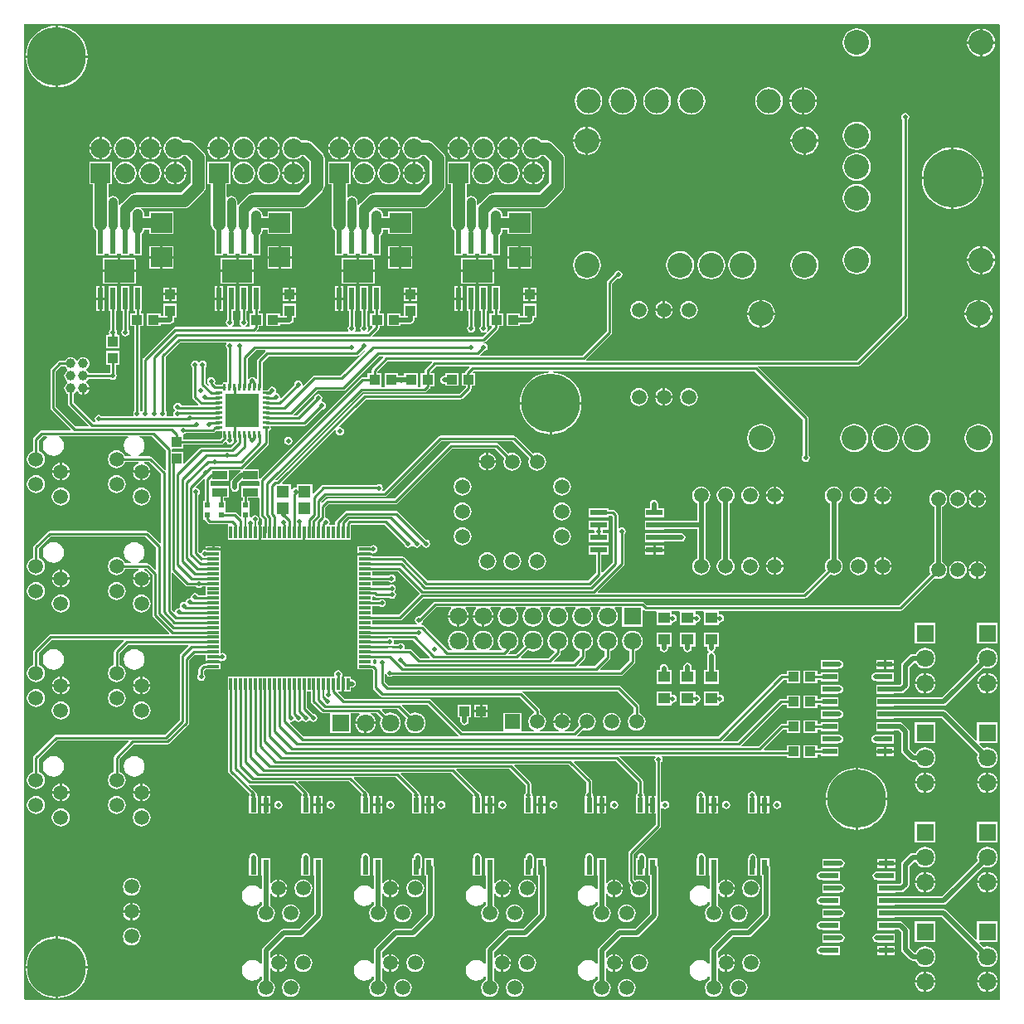
<source format=gtl>
%FSTAX23Y23*%
%MOIN*%
%SFA1B1*%

%IPPOS*%
%AMD14*
4,1,8,-0.003000,-0.014000,0.003000,-0.014000,0.005000,-0.012000,0.005000,0.012000,0.003000,0.014000,-0.003000,0.014000,-0.005000,0.012000,-0.005000,-0.012000,-0.003000,-0.014000,0.0*
1,1,0.004000,-0.003000,-0.012000*
1,1,0.004000,0.003000,-0.012000*
1,1,0.004000,0.003000,0.012000*
1,1,0.004000,-0.003000,0.012000*
%
%AMD15*
4,1,8,0.014000,-0.003000,0.014000,0.003000,0.012000,0.005000,-0.012000,0.005000,-0.014000,0.003000,-0.014000,-0.003000,-0.012000,-0.005000,0.012000,-0.005000,0.014000,-0.003000,0.0*
1,1,0.004000,0.012000,-0.003000*
1,1,0.004000,0.012000,0.003000*
1,1,0.004000,-0.012000,0.003000*
1,1,0.004000,-0.012000,-0.003000*
%
%ADD10R,0.043000X0.039000*%
%ADD11R,0.039000X0.043000*%
%ADD12R,0.059000X0.022000*%
%ADD13R,0.059000X0.035000*%
G04~CAMADD=14~8~0.0~0.0~100.0~280.0~20.0~0.0~15~0.0~0.0~0.0~0.0~0~0.0~0.0~0.0~0.0~0~0.0~0.0~0.0~180.0~100.0~280.0*
%ADD14D14*%
G04~CAMADD=15~8~0.0~0.0~100.0~280.0~20.0~0.0~15~0.0~0.0~0.0~0.0~0~0.0~0.0~0.0~0.0~0~0.0~0.0~0.0~270.0~280.0~100.0*
%ADD15D15*%
%ADD16R,0.138000X0.138000*%
%ADD17R,0.047000X0.012000*%
%ADD18R,0.012000X0.047000*%
%ADD19R,0.067000X0.024000*%
%ADD20R,0.024000X0.059000*%
%ADD21R,0.049000X0.043000*%
%ADD22R,0.051000X0.047000*%
%ADD23R,0.087000X0.079000*%
%ADD24R,0.122000X0.094000*%
%ADD25R,0.020000X0.087000*%
%ADD26R,0.020000X0.024000*%
%ADD27C,0.010000*%
%ADD28C,0.020000*%
%ADD29C,0.008000*%
%ADD30C,0.012000*%
%ADD31C,0.006000*%
%ADD32C,0.040000*%
%ADD33C,0.050000*%
%ADD34C,0.045000*%
%ADD35C,0.035000*%
%ADD36C,0.009000*%
%ADD37C,0.059000*%
%ADD38C,0.071000*%
%ADD39R,0.071000X0.071000*%
%ADD40C,0.236000*%
%ADD41C,0.079000*%
%ADD42R,0.079000X0.079000*%
%ADD43R,0.071000X0.071000*%
%ADD44C,0.098000*%
%ADD45C,0.100000*%
%ADD46R,0.059000X0.059000*%
%ADD47C,0.039000*%
%ADD48C,0.020000*%
%ADD49C,0.018000*%
%LNholoboard-1*%
%LPD*%
G36*
X03929Y03925D02*
Y00008D01*
X00012*
X00008Y00012*
Y03929*
X03925*
X03929Y03925*
G37*
%LNholoboard-2*%
%LPC*%
G36*
X00125Y00987D02*
X00114Y00985D01*
X00104Y00981*
X00095Y00975*
X00088Y00966*
X00084Y00956*
X00083Y00945*
X00084Y00934*
X00088Y00924*
X00095Y00915*
X00104Y00909*
X00114Y00905*
X00125Y00903*
X00135Y00905*
X00146Y00909*
X00154Y00915*
X00161Y00924*
X00165Y00934*
X00166Y00945*
X00165Y00956*
X00161Y00966*
X00154Y00975*
X00146Y00981*
X00135Y00985*
X00125Y00987*
G37*
G36*
X0045D02*
X00439Y00985D01*
X00429Y00981*
X0042Y00975*
X00413Y00966*
X00409Y00956*
X00408Y00945*
X00409Y00934*
X00413Y00924*
X0042Y00915*
X00429Y00909*
X00439Y00905*
X0045Y00903*
X0046Y00905*
X00471Y00909*
X00479Y00915*
X00486Y00924*
X0049Y00934*
X00491Y00945*
X0049Y00956*
X00486Y00966*
X00479Y00975*
X00471Y00981*
X0046Y00985*
X0045Y00987*
G37*
G36*
X03874Y00921D02*
X03868D01*
X03858Y00917*
X0385Y0091*
X03843Y00901*
X03839Y00891*
X03838Y00885*
X03874*
Y00921*
G37*
G36*
X03884D02*
Y00885D01*
X0392*
Y00891*
X03915Y00901*
X03909Y0091*
X039Y00917*
X0389Y00921*
X03884*
G37*
G36*
X03195Y01031D02*
X0314D01*
Y0098*
X03195*
Y00994*
X0321*
Y00988*
X03281*
Y01022*
X0321*
Y01017*
X03195*
Y01031*
G37*
G36*
X03463Y01D02*
X03432D01*
Y00988*
X03463*
Y01*
G37*
G36*
X03503Y01122D02*
X03432D01*
Y01088*
X03503*
Y01089*
X03522*
X03533Y01079*
Y0101*
X03534Y01004*
X03538Y00999*
X03568Y00969*
X03573Y00965*
X03579Y00964*
X03591*
X03593Y00959*
X036Y00951*
X03608Y00944*
X03618Y0094*
X03629Y00939*
X0364Y0094*
X0365Y00944*
X03659Y00951*
X03665Y00959*
X0367Y00969*
X03671Y0098*
X0367Y00991*
X03665Y01001*
X03659Y0101*
X0365Y01017*
X0364Y01021*
X03629Y01022*
X03618Y01021*
X03608Y01017*
X036Y0101*
X03593Y01001*
X03591Y00997*
X03586*
X03565Y01017*
Y01085*
X03564Y01092*
X03561Y01097*
X03541Y01117*
X03535Y0112*
X03529Y01122*
X03503*
G37*
G36*
Y01172D02*
X03432D01*
Y01138*
X03503*
Y01139*
X03697*
X03841Y00996*
X03839Y00991*
X03837Y0098*
X03839Y00969*
X03843Y00959*
X0385Y00951*
X03858Y00944*
X03868Y0094*
X03879Y00939*
X0389Y0094*
X039Y00944*
X03909Y00951*
X03915Y00959*
X0392Y00969*
X03921Y0098*
X0392Y00991*
X03915Y01001*
X03909Y0101*
X039Y01017*
X0389Y01021*
X03879Y01022*
X03868Y01021*
X03864Y01019*
X03848Y01034*
X0385Y01039*
X03921*
Y01122*
X03838*
Y01051*
X03833Y01049*
X03716Y01167*
X0371Y0117*
X03704Y01172*
X03503*
G37*
G36*
X03634Y00921D02*
Y00885D01*
X0367*
Y00891*
X03665Y00901*
X03659Y0091*
X0365Y00917*
X0364Y00921*
X03634*
G37*
G36*
X0392Y00875D02*
X03884D01*
Y00839*
X0389Y0084*
X039Y00844*
X03909Y00851*
X03915Y00859*
X0392Y00869*
Y00875*
G37*
G36*
X00149D02*
X00145D01*
X00136Y00871*
X00129Y00866*
X00123Y00858*
X0012Y0085*
X00119Y00845*
X00149*
Y00875*
G37*
G36*
X0367D02*
X03634D01*
Y00839*
X0364Y0084*
X0365Y00844*
X03659Y00851*
X03665Y00859*
X0367Y00869*
Y00875*
G37*
G36*
X03874D02*
X03838D01*
X03839Y00869*
X03843Y00859*
X0385Y00851*
X03858Y00844*
X03868Y0084*
X03874Y00839*
Y00875*
G37*
G36*
X00484D02*
Y00845D01*
X00514*
Y0085*
X0051Y00858*
X00504Y00866*
X00497Y00871*
X00488Y00875*
X00484*
G37*
G36*
X03624Y00921D02*
X03618D01*
X03608Y00917*
X036Y0091*
X03593Y00901*
X03589Y00891*
X03588Y00885*
X03624*
Y00921*
G37*
G36*
X00159Y00875D02*
Y00845D01*
X00189*
Y0085*
X00185Y00858*
X00179Y00866*
X00172Y00871*
X00163Y00875*
X00159*
G37*
G36*
X00474D02*
X0047D01*
X00461Y00871*
X00454Y00866*
X00448Y00858*
X00445Y0085*
X00444Y00845*
X00474*
Y00875*
G37*
G36*
X00154Y01206D02*
X00145Y01205D01*
X00136Y01201*
X00129Y01196*
X00123Y01188*
X0012Y0118*
X00118Y0117*
X0012Y01161*
X00123Y01152*
X00129Y01145*
X00136Y01139*
X00145Y01136*
X00154Y01134*
X00163Y01136*
X00172Y01139*
X00179Y01145*
X00185Y01152*
X00189Y01161*
X0019Y0117*
X00189Y0118*
X00185Y01188*
X00179Y01196*
X00172Y01201*
X00163Y01205*
X00154Y01206*
G37*
G36*
X00479D02*
X0047Y01205D01*
X00461Y01201*
X00454Y01196*
X00448Y01188*
X00445Y0118*
X00443Y0117*
X00445Y01161*
X00448Y01152*
X00454Y01145*
X00461Y01139*
X0047Y01136*
X00479Y01134*
X00488Y01136*
X00497Y01139*
X00504Y01145*
X0051Y01152*
X00514Y01161*
X00515Y0117*
X00514Y0118*
X0051Y01188*
X00504Y01196*
X00497Y01201*
X00488Y01205*
X00479Y01206*
G37*
G36*
X02164Y0116D02*
X0216D01*
X02151Y01156*
X02144Y01151*
X02138Y01143*
X02135Y01135*
X02134Y0113*
X02164*
Y0116*
G37*
G36*
X02174D02*
Y0113D01*
X02204*
Y01135*
X022Y01143*
X02194Y01151*
X02187Y01156*
X02178Y0116*
X02174*
G37*
G36*
X01871Y01162D02*
X01849D01*
Y01142*
X01871*
Y01162*
G37*
G36*
X01839Y01193D02*
X01816D01*
Y01172*
X01839*
Y01193*
G37*
G36*
X03281Y01172D02*
X0321D01*
Y01138*
X03281*
Y01139*
X03284*
X0329Y0114*
X03296Y01144*
X03299Y01149*
X033Y01155*
X03299Y01162*
X03296Y01167*
X0329Y0117*
X03284Y01172*
X03281*
G37*
G36*
X01839Y01162D02*
X01816D01*
Y01142*
X01839*
Y01162*
G37*
G36*
X01804Y01193D02*
X01749D01*
Y01142*
X0176*
Y01128*
X01762Y01122*
X01765Y01116*
X01766*
X01771Y01112*
X01777Y01111*
X01783Y01112*
X01789Y01116*
X01792Y01121*
X01793Y01127*
Y0113*
Y01142*
X01804*
Y01193*
G37*
G36*
X03503Y01022D02*
X03473D01*
Y0101*
X03503*
Y01022*
G37*
G36*
X03281Y01072D02*
X0321D01*
Y01038*
X03281*
Y01039*
X03284*
X0329Y0104*
X03296Y01044*
X03299Y01049*
X033Y01055*
X03299Y01062*
X03296Y01067*
X0329Y0107*
X03284Y01072*
X03281*
G37*
G36*
X03503Y01D02*
X03473D01*
Y00988*
X03503*
Y01*
G37*
G36*
X03463Y01022D02*
X03432D01*
Y0101*
X03463*
Y01022*
G37*
G36*
X03195Y01131D02*
X0314D01*
Y0108*
X03195*
Y01094*
X0321*
Y01088*
X03281*
Y01122*
X0321*
Y01117*
X03195*
Y01131*
G37*
G36*
X02369Y01161D02*
X0236Y0116D01*
X02351Y01156*
X02344Y01151*
X02338Y01143*
X02335Y01135*
X02333Y01125*
X02335Y01116*
X02338Y01107*
X02344Y011*
X02351Y01094*
X0236Y01091*
X02369Y01089*
X02378Y01091*
X02387Y01094*
X02394Y011*
X024Y01107*
X02404Y01116*
X02405Y01125*
X02404Y01135*
X024Y01143*
X02394Y01151*
X02387Y01156*
X02378Y0116*
X02369Y01161*
G37*
G36*
X03503Y01072D02*
X03432D01*
X03429*
X03423Y0107*
X03418Y01067*
X03414Y01062*
X03413Y01055*
X03414Y01049*
X03418Y01044*
X03423Y0104*
X03429Y01039*
X03432*
Y01038*
X03503*
Y01072*
G37*
G36*
X03671Y01122D02*
X03588D01*
Y01039*
X03671*
Y01122*
G37*
G36*
X01207Y00826D02*
X01194D01*
Y00795*
X01207*
Y00826*
G37*
G36*
X01424D02*
X01411D01*
Y00795*
X01424*
Y00826*
G37*
G36*
X00997D02*
X00984D01*
Y00795*
X00997*
Y00826*
G37*
G36*
X01184D02*
X01171D01*
Y00795*
X01184*
Y00826*
G37*
G36*
X01652D02*
X01639D01*
Y00795*
X01652*
Y00826*
G37*
G36*
X01874D02*
X01861D01*
Y00795*
X01874*
Y00826*
G37*
G36*
X01447D02*
X01434D01*
Y00795*
X01447*
Y00826*
G37*
G36*
X01629D02*
X01616D01*
Y00795*
X01629*
Y00826*
G37*
G36*
X00974D02*
X00961D01*
Y00795*
X00974*
Y00826*
G37*
G36*
X01684Y00807D02*
X01678Y00805D01*
X01673Y00802*
X01669Y00797*
X01668Y0079*
X01669Y00784*
X01673Y00779*
X01678Y00775*
X01684Y00774*
X0169Y00775*
X01696Y00779*
X01699Y00784*
X017Y0079*
X01699Y00797*
X01696Y00802*
X0169Y00805*
X01684Y00807*
G37*
G36*
X01929D02*
X01923Y00805D01*
X01918Y00802*
X01914Y00797*
X01913Y0079*
X01914Y00784*
X01918Y00779*
X01923Y00775*
X01929Y00774*
X01935Y00775*
X01941Y00779*
X01944Y00784*
X01945Y0079*
X01944Y00797*
X01941Y00802*
X01935Y00805*
X01929Y00807*
G37*
G36*
X01239D02*
X01233Y00805D01*
X01228Y00802*
X01224Y00797*
X01223Y0079*
X01224Y00784*
X01228Y00779*
X01233Y00775*
X01239Y00774*
X01245Y00775*
X01251Y00779*
X01254Y00784*
X01255Y0079*
X01254Y00797*
X01251Y00802*
X01245Y00805*
X01239Y00807*
G37*
G36*
X01479D02*
X01473Y00805D01*
X01468Y00802*
X01464Y00797*
X01463Y0079*
X01464Y00784*
X01468Y00779*
X01473Y00775*
X01479Y00774*
X01485Y00775*
X01491Y00779*
X01494Y00784*
X01495Y0079*
X01494Y00797*
X01491Y00802*
X01485Y00805*
X01479Y00807*
G37*
G36*
X02829D02*
X02823Y00805D01*
X02818Y00802*
X02814Y00797*
X02813Y0079*
X02814Y00784*
X02818Y00779*
X02823Y00775*
X02829Y00774*
X02835Y00775*
X02841Y00779*
X02844Y00784*
X02845Y0079*
X02844Y00797*
X02841Y00802*
X02835Y00805*
X02829Y00807*
G37*
G36*
X03034D02*
X03028Y00805D01*
X03023Y00802*
X03019Y00797*
X03018Y0079*
X03019Y00784*
X03023Y00779*
X03028Y00775*
X03034Y00774*
X0304Y00775*
X03046Y00779*
X03049Y00784*
X0305Y0079*
X03049Y00797*
X03046Y00802*
X0304Y00805*
X03034Y00807*
G37*
G36*
X02135D02*
X02129Y00805D01*
X02124Y00802*
X0212Y00797*
X02119Y0079*
X0212Y00784*
X02124Y00779*
X02129Y00775*
X02135Y00774*
X02141Y00775*
X02147Y00779*
X0215Y00784*
X02151Y0079*
X0215Y00797*
X02147Y00802*
X02141Y00805*
X02135Y00807*
G37*
G36*
X02379D02*
X02373Y00805D01*
X02368Y00802*
X02364Y00797*
X02363Y0079*
X02364Y00784*
X02368Y00779*
X02373Y00775*
X02379Y00774*
X02385Y00775*
X02391Y00779*
X02394Y00784*
X02395Y0079*
X02394Y00797*
X02391Y00802*
X02385Y00805*
X02379Y00807*
G37*
G36*
X00189Y00835D02*
X00159D01*
Y00805*
X00163Y00806*
X00172Y00809*
X00179Y00815*
X00185Y00822*
X00189Y00831*
Y00835*
G37*
G36*
X00474D02*
X00444D01*
X00445Y00831*
X00448Y00822*
X00454Y00815*
X00461Y00809*
X0047Y00806*
X00474Y00805*
Y00835*
G37*
G36*
X03002Y00826D02*
X02989D01*
Y00795*
X03002*
Y00826*
G37*
G36*
X00149Y00835D02*
X00119D01*
X0012Y00831*
X00123Y00822*
X00129Y00815*
X00136Y00809*
X00145Y00806*
X00149Y00805*
Y00835*
G37*
G36*
X03359Y00939D02*
Y0082D01*
X03478*
X03477Y00835*
X03473Y00854*
X03465Y00872*
X03455Y00888*
X03442Y00903*
X03427Y00916*
X03411Y00926*
X03393Y00934*
X03374Y00938*
X03359Y00939*
G37*
G36*
X03624Y00875D02*
X03588D01*
X03589Y00869*
X03593Y00859*
X036Y00851*
X03608Y00844*
X03618Y0084*
X03624Y00839*
Y00875*
G37*
G36*
X00514Y00835D02*
X00484D01*
Y00805*
X00488Y00806*
X00497Y00809*
X00504Y00815*
X0051Y00822*
X00514Y00831*
Y00835*
G37*
G36*
X03349Y00939D02*
X03335Y00938D01*
X03316Y00934*
X03298Y00926*
X03281Y00916*
X03266Y00903*
X03253Y00888*
X03243Y00872*
X03236Y00854*
X03231Y00835*
X0323Y0082*
X03349*
Y00939*
G37*
G36*
X02979Y00826D02*
X02966D01*
Y00795*
X02979*
Y00826*
G37*
G36*
X02102D02*
X02089D01*
Y00795*
X02102*
Y00826*
G37*
G36*
X02324D02*
X02311D01*
Y00795*
X02324*
Y00826*
G37*
G36*
X01897D02*
X01884D01*
Y00795*
X01897*
Y00826*
G37*
G36*
X02079D02*
X02066D01*
Y00795*
X02079*
Y00826*
G37*
G36*
X02774D02*
X02761D01*
Y00795*
X02774*
Y00826*
G37*
G36*
X02797D02*
X02784D01*
Y00795*
X02797*
Y00826*
G37*
G36*
X02347D02*
X02334D01*
Y00795*
X02347*
Y00826*
G37*
G36*
X02529D02*
X02516D01*
Y00795*
X02529*
Y00826*
G37*
G36*
X01871Y01193D02*
X01849D01*
Y01172*
X01871*
Y01193*
G37*
G36*
X01847Y01544D02*
X01811D01*
X01812Y01538*
X01816Y01528*
X01823Y0152*
X01831Y01513*
X01841Y01509*
X01847Y01508*
Y01544*
G37*
G36*
X01893D02*
X01857D01*
Y01508*
X01863Y01509*
X01873Y01513*
X01882Y0152*
X01888Y01528*
X01893Y01538*
Y01544*
G37*
G36*
X01747D02*
X01711D01*
X01712Y01538*
X01716Y01528*
X01723Y0152*
X01731Y01513*
X01741Y01509*
X01747Y01508*
Y01544*
G37*
G36*
X01793D02*
X01757D01*
Y01508*
X01763Y01509*
X01773Y01513*
X01782Y0152*
X01788Y01528*
X01793Y01538*
Y01544*
G37*
G36*
X00054Y01686D02*
X00045Y01685D01*
X00036Y01681*
X00029Y01676*
X00023Y01668*
X0002Y0166*
X00018Y0165*
X0002Y01641*
X00023Y01632*
X00029Y01625*
X00036Y01619*
X00045Y01616*
X00054Y01614*
X00063Y01616*
X00072Y01619*
X00079Y01625*
X00085Y01632*
X00089Y01641*
X0009Y0165*
X00089Y0166*
X00085Y01668*
X00079Y01676*
X00072Y01681*
X00063Y01685*
X00054Y01686*
G37*
G36*
X00379D02*
X0037Y01685D01*
X00361Y01681*
X00354Y01676*
X00348Y01668*
X00345Y0166*
X00343Y0165*
X00345Y01641*
X00348Y01632*
X00354Y01625*
X00361Y01619*
X0037Y01616*
X00379Y01614*
X00388Y01616*
X00397Y01619*
X00404Y01625*
X0041Y01632*
X00414Y01641*
X00415Y0165*
X00414Y0166*
X0041Y01668*
X00404Y01676*
X00397Y01681*
X00388Y01685*
X00379Y01686*
G37*
G36*
X00154Y01636D02*
X00145Y01635D01*
X00136Y01631*
X00129Y01626*
X00123Y01618*
X0012Y0161*
X00118Y016*
X0012Y01591*
X00123Y01582*
X00129Y01575*
X00136Y01569*
X00145Y01566*
X00154Y01564*
X00163Y01566*
X00172Y01569*
X00179Y01575*
X00185Y01582*
X00189Y01591*
X0019Y016*
X00189Y0161*
X00185Y01618*
X00179Y01626*
X00172Y01631*
X00163Y01635*
X00154Y01636*
G37*
G36*
X00479D02*
X0047Y01635D01*
X00461Y01631*
X00454Y01626*
X00448Y01618*
X00445Y0161*
X00443Y016*
X00445Y01591*
X00448Y01582*
X00454Y01575*
X00461Y01569*
X0047Y01566*
X00479Y01564*
X00488Y01566*
X00497Y01569*
X00504Y01575*
X0051Y01582*
X00514Y01591*
X00515Y016*
X00514Y0161*
X0051Y01618*
X00504Y01626*
X00497Y01631*
X00488Y01635*
X00479Y01636*
G37*
G36*
X03921Y01522D02*
X03838D01*
Y01439*
X03921*
Y01522*
G37*
G36*
X00797Y01361D02*
X00738D01*
Y01358*
X0073*
X00726Y01357*
X00722Y01354*
X00711Y01343*
X00709Y0134*
X00708Y01335*
Y01317*
X00704Y01311*
X00703Y01305*
X00704Y01299*
X00708Y01293*
X00713Y0129*
X00719Y01289*
X00725Y0129*
X00731Y01293*
X00734Y01299*
X00735Y01305*
X00734Y01311*
X00731Y01317*
X0073*
Y01331*
X00735Y01335*
X00738*
X00797*
Y01354*
Y01361*
G37*
G36*
X03463Y01372D02*
X03433D01*
Y0136*
X03463*
Y01372*
G37*
G36*
X03629Y01422D02*
X03618Y01421D01*
X03608Y01417*
X036Y0141*
X03593Y01401*
X03591Y01397*
X03579*
X03573Y01395*
X03568Y01392*
X03538Y01362*
X03534Y01357*
X03533Y0135*
Y01277*
X03527Y01272*
X03504*
X03433*
Y01238*
X03504*
Y01239*
X03534*
X0354Y0124*
X03546Y01244*
X03561Y01259*
X03564Y01264*
X03565Y0127*
Y01344*
X03586Y01364*
X03591*
X03593Y01359*
X036Y01351*
X03608Y01344*
X03618Y0134*
X03629Y01339*
X0364Y0134*
X0365Y01344*
X03659Y01351*
X03665Y01359*
X0367Y01369*
X03671Y0138*
X0367Y01391*
X03665Y01401*
X03659Y0141*
X0365Y01417*
X0364Y01421*
X03629Y01422*
G37*
G36*
X03879D02*
X03868Y01421D01*
X03858Y01417*
X0385Y0141*
X03843Y01401*
X03839Y01391*
X03837Y0138*
X03839Y01369*
X03841Y01365*
X03697Y01222*
X03503*
X03432*
Y01188*
X03503*
Y01189*
X03704*
X0371Y0119*
X03716Y01194*
X03864Y01342*
X03868Y0134*
X03879Y01339*
X0389Y0134*
X039Y01344*
X03909Y01351*
X03915Y01359*
X0392Y01369*
X03921Y0138*
X0392Y01391*
X03915Y01401*
X03909Y0141*
X039Y01417*
X0389Y01421*
X03879Y01422*
G37*
G36*
X02705Y01483D02*
X02644D01*
Y01428*
X02658*
Y0142*
X02659Y01414*
X02663Y01409*
X02668Y01405*
X02674Y01404*
X0268Y01405*
X02686Y01409*
X02689Y01414*
X0269Y0142*
Y01428*
X02705*
Y01483*
G37*
G36*
X03671Y01522D02*
X03588D01*
Y01439*
X03671*
Y01522*
G37*
G36*
X03504Y01372D02*
X03473D01*
Y0136*
X03504*
Y01372*
G37*
G36*
X0261Y01483D02*
X02549D01*
Y01428*
X02563*
Y0142*
X02564Y01414*
X02568Y01409*
X02573Y01405*
X02579Y01404*
X02585Y01405*
X02591Y01409*
X02594Y01414*
X02595Y0142*
Y01428*
X0261*
Y01483*
G37*
G36*
X02926Y01786D02*
X02916Y01785D01*
X02908Y01781*
X029Y01776*
X02895Y01768*
X02891Y0176*
X0289Y0175*
X02891Y01741*
X02895Y01732*
X029Y01725*
X02908Y01719*
X02916Y01716*
X02926Y01714*
X02935Y01716*
X02944Y01719*
X02951Y01725*
X02957Y01732*
X0296Y01741*
X02962Y0175*
X0296Y0176*
X02957Y01768*
X02951Y01776*
X02944Y01781*
X02935Y01785*
X02926Y01786*
G37*
G36*
X03361D02*
X03351Y01785D01*
X03343Y01781*
X03335Y01776*
X0333Y01768*
X03326Y0176*
X03325Y0175*
X03326Y01741*
X0333Y01732*
X03335Y01725*
X03343Y01719*
X03351Y01716*
X03361Y01714*
X0337Y01716*
X03379Y01719*
X03386Y01725*
X03392Y01732*
X03395Y01741*
X03397Y0175*
X03395Y0176*
X03392Y01768*
X03386Y01776*
X03379Y01781*
X0337Y01785*
X03361Y01786*
G37*
G36*
X00159Y01735D02*
Y01705D01*
X00189*
Y0171*
X00185Y01718*
X00179Y01726*
X00172Y01731*
X00163Y01735*
X00159*
G37*
G36*
X02827Y02071D02*
X02818Y0207D01*
X02809Y02066*
X02802Y02061*
X02796Y02053*
X02793Y02045*
X02791Y02035*
X02793Y02026*
X02796Y02017*
X02802Y0201*
X02809Y02004*
X02811*
Y01866*
Y01865*
Y01782*
X02809Y01781*
X02802Y01776*
X02796Y01768*
X02793Y0176*
X02791Y0175*
X02793Y01741*
X02796Y01732*
X02802Y01725*
X02809Y01719*
X02818Y01716*
X02827Y01714*
X02837Y01716*
X02845Y01719*
X02853Y01725*
X02858Y01732*
X02862Y01741*
X02863Y0175*
X02862Y0176*
X02858Y01768*
X02853Y01776*
X02845Y01781*
X02844Y01782*
Y02004*
X02845*
X02853Y0201*
X02858Y02017*
X02862Y02026*
X02863Y02035*
X02862Y02045*
X02858Y02053*
X02853Y02061*
X02845Y02066*
X02837Y0207*
X02827Y02071*
G37*
G36*
X03454Y01745D02*
X03424D01*
X03425Y01741*
X03428Y01732*
X03434Y01725*
X03441Y01719*
X0345Y01716*
X03454Y01715*
Y01745*
G37*
G36*
X03494D02*
X03464D01*
Y01715*
X03468Y01716*
X03477Y01719*
X03484Y01725*
X0349Y01732*
X03494Y01741*
Y01745*
G37*
G36*
X03019D02*
X02989D01*
X0299Y01741*
X02993Y01732*
X02999Y01725*
X03006Y01719*
X03015Y01716*
X03019Y01715*
Y01745*
G37*
G36*
X03059D02*
X03029D01*
Y01715*
X03033Y01716*
X03042Y01719*
X03049Y01725*
X03055Y01732*
X03059Y01741*
Y01745*
G37*
G36*
X00149Y01735D02*
X00145D01*
X00136Y01731*
X00129Y01726*
X00123Y01718*
X0012Y0171*
X00119Y01705*
X00149*
Y01735*
G37*
G36*
X00189Y01695D02*
X00159D01*
Y01665*
X00163Y01666*
X00172Y01669*
X00179Y01675*
X00185Y01682*
X00189Y01691*
Y01695*
G37*
G36*
X00474D02*
X00444D01*
X00445Y01691*
X00448Y01682*
X00454Y01675*
X00461Y01669*
X0047Y01666*
X00474Y01665*
Y01695*
G37*
G36*
X03262Y02071D02*
X03253Y0207D01*
X03244Y02066*
X03237Y02061*
X03231Y02053*
X03228Y02045*
X03226Y02035*
X03228Y02026*
X03231Y02017*
X03237Y0201*
X03244Y02004*
X03246*
Y01782*
X03244Y01781*
X03237Y01776*
X03231Y01768*
X03228Y0176*
X03226Y0175*
X03228Y01741*
X0323Y01734*
X0314Y01644*
X02315*
X02313Y01648*
X02417Y01752*
X02419Y01756*
X0242Y0176*
Y01879*
X02421*
X02424Y01884*
X02425Y0189*
X02424Y01897*
X02421Y01902*
X02415Y01905*
X02409Y01907*
X02403Y01905*
X024Y01903*
X02395Y01906*
Y01955*
X02394Y0196*
X02392Y01963*
X02382Y01973*
X02378Y01976*
X02374Y01977*
X02356*
Y01983*
X02277*
Y01948*
X02356*
Y01954*
X02369*
X02373Y01951*
Y01765*
X02333Y01725*
X02328Y01727*
Y01798*
X02356*
Y01833*
X02277*
Y01798*
X02306*
Y01723*
X02274Y01692*
X01629*
X01533Y01787*
X01529Y0179*
X01525Y01791*
X01408*
Y01794*
X01348*
Y01787*
Y01768*
Y01748*
Y01728*
Y01709*
Y01689*
Y01669*
Y0165*
Y0163*
Y0161*
Y0159*
Y01571*
Y01551*
Y01531*
Y01512*
Y01492*
Y01472*
Y01453*
Y01433*
Y01413*
Y01394*
Y01374*
Y01354*
Y01335*
X01406*
X01409Y01332*
Y01262*
X0141Y01258*
X01412Y01254*
X01439Y01227*
X01443Y01225*
X01447Y01224*
X01999*
X02058Y01166*
Y01159*
X02051Y01156*
X02044Y01151*
X02038Y01143*
X02035Y01135*
X02033Y01125*
X02035Y01116*
X02038Y01107*
X02044Y011*
X02051Y01094*
X02058Y01091*
X02057Y01087*
X02005*
Y0109*
Y01161*
X01934*
Y0109*
X0193Y01087*
X01769*
X01642Y01213*
X01638Y01216*
X01634Y01217*
X01295*
X01268Y01243*
X0127Y01248*
X01284*
Y01278*
Y01307*
X01288*
X01285Y01311*
Y01315*
X01284Y01322*
X01281Y01327*
X01275Y0133*
X01269Y01332*
X01263Y0133*
X01258Y01327*
X01254Y01322*
X01253Y01315*
X01254Y01311*
X0125Y01307*
X00825*
Y01248*
Y00928*
X00826Y00924*
X00829Y0092*
X00913Y00836*
X00912Y00829*
Y00827*
X00911Y00826*
Y00755*
X00947*
Y00826*
X00944Y00829*
X00943Y00836*
X0094Y00841*
X00938Y00842*
X00937Y00843*
X00911Y00869*
X00912Y00871*
X01087*
X01123Y00836*
X01122Y00829*
Y00827*
X01121Y00826*
Y00755*
X01157*
Y00826*
X01154Y00829*
X01153Y00836*
X0115Y00841*
X01148Y00842*
X01147Y00843*
X01108Y00882*
X0111Y00887*
X01311*
X01363Y00836*
X01362Y00829*
Y00827*
X01361Y00826*
Y00755*
X01397*
Y00826*
X01394Y00829*
X01393Y00836*
X0139Y00841*
X01388Y00842*
X01387Y00843*
X01332Y00898*
X01334Y00903*
X015*
X01568Y00836*
X01567Y00829*
Y00827*
X01566Y00826*
Y00755*
X01602*
Y00826*
X01599Y00829*
X01598Y00836*
X01595Y00841*
X01593Y00842*
X01592Y00843*
X01521Y00914*
X01523Y00919*
X01724*
X01812Y00831*
Y00829*
Y00827*
X01811Y00826*
Y00755*
X01847*
Y00826*
X01844Y00829*
X01843Y00836*
X0184Y00841*
X01834Y00844*
X0183Y00845*
X01744Y00931*
X01746Y00936*
X01957*
X02023Y00871*
Y00841*
X02019Y00836*
X02018Y00829*
Y00828*
X02016Y00826*
Y00755*
X02052*
Y00826*
X0205Y00828*
Y00829*
X02049Y00836*
X02046Y00841*
X02045*
Y00875*
X02044Y0088*
X02042Y00883*
X01978Y00947*
X0198Y00952*
X02196*
X02268Y00881*
Y00842*
X02267Y00841*
X02263Y00836*
X02262Y00829*
Y00827*
X02261Y00826*
Y00755*
X02297*
Y00826*
X02294Y00829*
X02293Y00836*
X0229Y0084*
Y00885*
X02289Y0089*
X02287Y00893*
X02217Y00963*
X02219Y00968*
X02385*
X02473Y00881*
Y00841*
X02472*
X02469Y00836*
X02467Y00829*
X02468Y00827*
X02466Y00826*
Y00755*
X02502*
Y00826*
X025Y00829*
X02499Y00836*
X02495Y00841*
Y00885*
X02494Y0089*
X02492Y00893*
X02398Y00987*
Y00988*
X02542*
X02545Y00984*
X02542Y0098*
X02541Y00973*
X02542Y00967*
X02546Y00962*
Y00826*
X02539*
Y0079*
Y00755*
X02546*
Y00713*
X02439Y00606*
X02437Y00603*
X02436Y00598*
Y00486*
X02437Y00482*
X02439Y00478*
X02447Y00471*
X02445Y00465*
X02443Y00455*
X02445Y00446*
X02448Y00437*
X02454Y0043*
X02461Y00424*
X0247Y00421*
X02479Y00419*
X02488Y00421*
X02497Y00424*
X02504Y0043*
X0251Y00437*
X02514Y00446*
X02515Y00455*
X02514Y00465*
X0251Y00473*
X02504Y00481*
X02497Y00486*
X02488Y0049*
X02479Y00491*
X0247Y0049*
X02462Y00487*
X02458Y00491*
Y00594*
X02565Y007*
X02567Y00704*
X02568Y00708*
Y00776*
X02571Y00778*
X02573Y00779*
X02578Y00775*
X02584Y00774*
X0259Y00775*
X02596Y00779*
X02599Y00784*
X026Y0079*
X02599Y00797*
X02596Y00802*
X0259Y00805*
X02584Y00807*
X02578Y00805*
X02573Y00802*
X02571Y00803*
X02568Y00805*
Y00962*
X02569*
X02572Y00967*
X02573Y00973*
X02572Y0098*
X02569Y00985*
X0257Y00988*
X03073*
Y0098*
X03128*
Y01031*
X03073*
Y01011*
X02982*
X0298Y01015*
X03059Y01094*
X03073*
Y0108*
X03128*
Y01131*
X03073*
Y01117*
X03054*
X0305Y01116*
X03046Y01113*
X02959Y01027*
X02893*
X02891Y01031*
X03054Y01194*
X03073*
Y0118*
X03128*
Y01231*
X03073*
Y01217*
X03049*
X03045Y01216*
X03041Y01213*
X02874Y01047*
X02818*
X02816Y01051*
X03059Y01294*
X03073*
Y0128*
X03128*
Y01331*
X03073*
Y01317*
X03054*
X0305Y01316*
X03046Y01313*
X02797Y01065*
X02231*
X02229Y01069*
X02253Y01093*
X0226Y01091*
X02269Y01089*
X02278Y01091*
X02287Y01094*
X02294Y011*
X023Y01107*
X02304Y01116*
X02305Y01125*
X02304Y01135*
X023Y01143*
X02294Y01151*
X02287Y01156*
X02278Y0116*
X02269Y01161*
X0226Y0116*
X02251Y01156*
X02244Y01151*
X02238Y01143*
X02235Y01135*
X02233Y01125*
X02235Y01116*
X02237Y01109*
X02214Y01087*
X02181*
X0218Y01091*
X02187Y01094*
X02194Y011*
X022Y01107*
X02204Y01116*
Y0112*
X02134*
X02135Y01116*
X02138Y01107*
X02144Y011*
X02151Y01094*
X02158Y01091*
X02157Y01087*
X02081*
X0208Y01091*
X02087Y01094*
X02094Y011*
X021Y01107*
X02104Y01116*
X02105Y01125*
X02104Y01135*
X021Y01143*
X02094Y01151*
X02087Y01156*
X0208Y01159*
Y0117*
X02079Y01175*
X02077Y01178*
X02012Y01243*
X02008Y01246*
X02004Y01247*
X02006Y01248*
X02392*
X02458Y01183*
Y01159*
X02451Y01156*
X02444Y01151*
X02438Y01143*
X02435Y01135*
X02433Y01125*
X02435Y01116*
X02438Y01107*
X02444Y011*
X02451Y01094*
X0246Y01091*
X02469Y01089*
X02478Y01091*
X02487Y01094*
X02494Y011*
X025Y01107*
X02504Y01116*
X02505Y01125*
X02504Y01135*
X025Y01143*
X02494Y01151*
X02487Y01156*
X0248Y01159*
Y01187*
X02479Y01192*
X02477Y01195*
X02405Y01267*
X02401Y0127*
X02397Y01271*
X01472*
X01456Y01286*
Y01318*
X01461Y01319*
X01462Y01315*
X01466Y0131*
X01471Y01306*
X01477Y01305*
X01483Y01306*
X01489Y0131*
X02406*
X0241Y01311*
X02414Y01313*
X0246Y01359*
X02462Y01363*
X02463Y01367*
Y01409*
X02473Y01413*
X02482Y0142*
X02488Y01428*
X02493Y01438*
X02494Y01449*
X02493Y0146*
X02488Y0147*
X02482Y01479*
X02473Y01486*
X02463Y0149*
X02452Y01491*
X02441Y0149*
X02431Y01486*
X02423Y01479*
X02416Y0147*
X02412Y0146*
X0241Y01449*
X02412Y01438*
X02416Y01428*
X02423Y0142*
X02431Y01413*
X02441Y01409*
Y01372*
X02401Y01333*
X02324*
X02322Y01337*
X0236Y01375*
X02362Y01379*
X02363Y01383*
Y01409*
X02373Y01413*
X02382Y0142*
X02388Y01428*
X02393Y01438*
X02394Y01449*
X02393Y0146*
X02388Y0147*
X02382Y01479*
X02373Y01486*
X02363Y0149*
X02352Y01491*
X02341Y0149*
X02331Y01486*
X02323Y01479*
X02316Y0147*
X02312Y0146*
X0231Y01449*
X02312Y01438*
X02316Y01428*
X02323Y0142*
X02331Y01413*
X02341Y01409*
Y01388*
X02301Y01349*
X02237*
X02235Y01353*
X0226Y01378*
X02262Y01382*
X02263Y01386*
Y01409*
X02273Y01413*
X02282Y0142*
X02288Y01428*
X02293Y01438*
X02294Y01449*
X02293Y0146*
X02288Y0147*
X02282Y01479*
X02273Y01486*
X02263Y0149*
X02252Y01491*
X02241Y0149*
X02231Y01486*
X02223Y01479*
X02216Y0147*
X02212Y0146*
X0221Y01449*
X02212Y01438*
X02216Y01428*
X02223Y0142*
X02231Y01413*
X02241Y01409*
Y01391*
X02214Y01365*
X02137*
X02135Y01369*
X0216Y01394*
X02162Y01398*
X02163Y01402*
Y01409*
X02173Y01413*
X02182Y0142*
X02188Y01428*
X02193Y01438*
X02194Y01449*
X02193Y0146*
X02188Y0147*
X02182Y01479*
X02173Y01486*
X02163Y0149*
X02152Y01491*
X02141Y0149*
X02131Y01486*
X02123Y01479*
X02116Y0147*
X02112Y0146*
X0211Y01449*
X02112Y01438*
X02116Y01428*
X02123Y0142*
X02131Y01413*
X02138Y0141*
X02139Y01405*
X02114Y01381*
X02006*
X02004Y01385*
X02032Y01413*
X02041Y01409*
X02052Y01408*
X02063Y01409*
X02073Y01413*
X02082Y0142*
X02088Y01428*
X02093Y01438*
X02094Y01449*
X02093Y0146*
X02088Y0147*
X02082Y01479*
X02073Y01486*
X02063Y0149*
X02052Y01491*
X02041Y0149*
X02031Y01486*
X02023Y01479*
X02016Y0147*
X02012Y0146*
X0201Y01449*
X02012Y01438*
X02016Y01429*
X01983Y01397*
X01955*
X01953Y01401*
X0196Y01408*
Y01409*
X01963*
X01973Y01413*
X01982Y0142*
X01988Y01428*
X01993Y01438*
X01994Y01449*
X01993Y0146*
X01988Y0147*
X01982Y01479*
X01973Y01486*
X01963Y0149*
X01952Y01491*
X01941Y0149*
X01931Y01486*
X01923Y01479*
X01916Y0147*
X01912Y0146*
X0191Y01449*
X01912Y01438*
X01916Y01428*
X01923Y0142*
X01926Y01417*
X01924Y01413*
X0188*
X01878Y01417*
X01882Y0142*
X01888Y01428*
X01893Y01438*
X01894Y01449*
X01893Y0146*
X01888Y0147*
X01882Y01479*
X01873Y01486*
X01863Y0149*
X01852Y01491*
X01841Y0149*
X01831Y01486*
X01823Y01479*
X01816Y0147*
X01812Y0146*
X0181Y01449*
X01812Y01438*
X01816Y01428*
X01823Y0142*
X01826Y01417*
X01824Y01413*
X0178*
X01778Y01417*
X01782Y0142*
X01788Y01428*
X01793Y01438*
X01794Y01449*
X01793Y0146*
X01788Y0147*
X01782Y01479*
X01773Y01486*
X01763Y0149*
X01752Y01491*
X01741Y0149*
X01731Y01486*
X01723Y01479*
X01716Y0147*
X01712Y0146*
X0171Y01449*
X01712Y01438*
X01716Y01428*
X01723Y0142*
X01726Y01417*
X01724Y01413*
X01713*
X01613Y01512*
X0161Y01514*
X01606Y01515*
X01604*
X01603Y0152*
X01606Y01522*
X01609Y01527*
X0161Y01531*
X01663Y01585*
X01722*
X01724Y0158*
X01723Y01579*
X01716Y0157*
X01712Y0156*
X01711Y01554*
X01793*
Y0156*
X01788Y0157*
X01782Y01579*
X0178Y0158*
X01782Y01585*
X01822*
X01824Y0158*
X01823Y01579*
X01816Y0157*
X01812Y0156*
X01811Y01554*
X01893*
Y0156*
X01888Y0157*
X01882Y01579*
X0188Y0158*
X01882Y01585*
X01922*
X01924Y0158*
X01923Y01579*
X01916Y0157*
X01912Y0156*
X0191Y01549*
X01912Y01538*
X01916Y01528*
X01923Y0152*
X01931Y01513*
X01941Y01509*
X01952Y01508*
X01963Y01509*
X01973Y01513*
X01982Y0152*
X01988Y01528*
X01993Y01538*
X01994Y01549*
X01993Y0156*
X01988Y0157*
X01982Y01579*
X0198Y0158*
X01982Y01585*
X02022*
X02024Y0158*
X02023Y01579*
X02016Y0157*
X02012Y0156*
X0201Y01549*
X02012Y01538*
X02016Y01528*
X02023Y0152*
X02031Y01513*
X02041Y01509*
X02052Y01508*
X02063Y01509*
X02073Y01513*
X02082Y0152*
X02088Y01528*
X02093Y01538*
X02094Y01549*
X02093Y0156*
X02088Y0157*
X02082Y01579*
X0208Y0158*
X02082Y01585*
X02122*
X02124Y0158*
X02123Y01579*
X02116Y0157*
X02112Y0156*
X0211Y01549*
X02112Y01538*
X02116Y01528*
X02123Y0152*
X02131Y01513*
X02141Y01509*
X02152Y01508*
X02163Y01509*
X02173Y01513*
X02182Y0152*
X02188Y01528*
X02193Y01538*
X02194Y01549*
X02193Y0156*
X02188Y0157*
X02182Y01579*
X0218Y0158*
X02182Y01585*
X02222*
X02224Y0158*
X02223Y01579*
X02216Y0157*
X02212Y0156*
X0221Y01549*
X02212Y01538*
X02216Y01528*
X02223Y0152*
X02231Y01513*
X02241Y01509*
X02252Y01508*
X02263Y01509*
X02273Y01513*
X02282Y0152*
X02288Y01528*
X02293Y01538*
X02294Y01549*
X02293Y0156*
X02288Y0157*
X02282Y01579*
X0228Y0158*
X02282Y01585*
X02322*
X02324Y0158*
X02323Y01579*
X02316Y0157*
X02312Y0156*
X0231Y01549*
X02312Y01538*
X02316Y01528*
X02323Y0152*
X02331Y01513*
X02341Y01509*
X02352Y01508*
X02363Y01509*
X02373Y01513*
X02382Y0152*
X02388Y01528*
X02393Y01538*
X02394Y01549*
X02393Y0156*
X02388Y0157*
X02382Y01579*
X0238Y0158*
X02382Y01585*
X02411*
Y01508*
X02494*
Y01572*
X02498Y01574*
X02501Y01572*
X02506Y01571*
X02545*
X02549Y01568*
Y01514*
X0261*
Y01521*
X02614Y01524*
X0262Y01525*
X02626Y01529*
X02629Y01534*
X0263Y0154*
X02629Y01547*
X02626Y01552*
X0262Y01555*
X02614Y01557*
X0261Y0156*
Y01568*
Y0157*
X02611Y01571*
X0264*
X02644Y01568*
Y01514*
X02705*
Y01521*
X02709Y01524*
X02715Y01525*
X02721Y01529*
X02724Y01534*
X02725Y0154*
X02724Y01547*
X02721Y01552*
X02715Y01555*
X02709Y01557*
X02705Y0156*
Y01568*
Y0157*
X02706Y01571*
X02735*
X02739Y01568*
Y01514*
X028*
Y01521*
X02804Y01524*
X0281Y01525*
X02816Y01529*
X02819Y01534*
X0282Y0154*
X02819Y01547*
X02816Y01552*
X0281Y01555*
X02804Y01557*
X028Y0156*
Y01568*
Y0157*
X02801Y01571*
X03529*
X03533Y01572*
X03537Y01574*
X03666Y01703*
X03672Y01701*
X03682Y01699*
X03691Y01701*
X037Y01704*
X03707Y0171*
X03713Y01717*
X03716Y01726*
X03717Y01735*
X03716Y01745*
X03713Y01753*
X03707Y01761*
X037Y01766*
X03698Y01767*
Y01989*
X037*
X03707Y01995*
X03713Y02002*
X03716Y02011*
X03717Y0202*
X03716Y0203*
X03713Y02038*
X03707Y02046*
X037Y02051*
X03691Y02055*
X03682Y02056*
X03672Y02055*
X03664Y02051*
X03656Y02046*
X03651Y02038*
X03647Y0203*
X03646Y0202*
X03647Y02011*
X03651Y02002*
X03656Y01995*
X03664Y01989*
X03665*
Y01767*
X03664Y01766*
X03656Y01761*
X03651Y01753*
X03647Y01745*
X03646Y01735*
X03647Y01726*
X0365Y01719*
X03524Y01594*
X0251*
X025Y01604*
X02496Y01606*
X02492Y01607*
X01659*
X01654Y01606*
X01651Y01604*
X01596Y01549*
X01594Y0155*
X01588Y01548*
X01583Y01545*
X01579Y0154*
X01578Y01533*
X01579Y01527*
X01583Y01522*
X01585Y0152*
X01584Y01515*
X01408*
Y01516*
Y01531*
Y01532*
X01518*
X01522Y01533*
X01526Y01535*
X01612Y01621*
X03144*
X03149Y01622*
X03152Y01624*
X03246Y01718*
X03253Y01716*
X03262Y01714*
X03272Y01716*
X0328Y01719*
X03288Y01725*
X03293Y01732*
X03297Y01741*
X03298Y0175*
X03297Y0176*
X03293Y01768*
X03288Y01776*
X0328Y01781*
X03279Y01782*
Y02004*
X0328*
X03288Y0201*
X03293Y02017*
X03297Y02026*
X03298Y02035*
X03297Y02045*
X03293Y02053*
X03288Y02061*
X0328Y02066*
X03272Y0207*
X03262Y02071*
G37*
G36*
X00149Y01695D02*
X00119D01*
X0012Y01691*
X00123Y01682*
X00129Y01675*
X00136Y01669*
X00145Y01666*
X00149Y01665*
Y01695*
G37*
G36*
X03834Y0173D02*
X03804D01*
X03805Y01726*
X03808Y01717*
X03814Y0171*
X03821Y01704*
X0383Y01701*
X03834Y017*
Y0173*
G37*
G36*
X03874D02*
X03844D01*
Y017*
X03848Y01701*
X03857Y01704*
X03864Y0171*
X0387Y01717*
X03874Y01726*
Y0173*
G37*
G36*
X00514Y01695D02*
X00484D01*
Y01665*
X00488Y01666*
X00497Y01669*
X00504Y01675*
X0051Y01682*
X00514Y01691*
Y01695*
G37*
G36*
X0376Y01771D02*
X03751Y0177D01*
X03742Y01766*
X03735Y01761*
X03729Y01753*
X03726Y01745*
X03725Y01735*
X03726Y01726*
X03729Y01717*
X03735Y0171*
X03742Y01704*
X03751Y01701*
X0376Y01699*
X0377Y01701*
X03778Y01704*
X03786Y0171*
X03791Y01717*
X03795Y01726*
X03796Y01735*
X03795Y01745*
X03791Y01753*
X03786Y01761*
X03778Y01766*
X0377Y0177*
X0376Y01771*
G37*
G36*
X03624Y01275D02*
X03588D01*
X03589Y01269*
X03593Y01259*
X036Y01251*
X03608Y01244*
X03618Y0124*
X03624Y01239*
Y01275*
G37*
G36*
X0367D02*
X03634D01*
Y01239*
X0364Y0124*
X0365Y01244*
X03659Y01251*
X03665Y01259*
X0367Y01269*
Y01275*
G37*
G36*
X00514Y01265D02*
X00484D01*
Y01235*
X00488Y01236*
X00497Y01239*
X00504Y01245*
X0051Y01252*
X00514Y01261*
Y01265*
G37*
G36*
X03281Y01272D02*
X0321D01*
Y01238*
X03281*
Y01239*
X03284*
X0329Y0124*
X03296Y01244*
X03299Y01249*
X033Y01255*
X03299Y01262*
X03296Y01267*
X0329Y0127*
X03284Y01272*
X03281*
G37*
G36*
X01321Y01307D02*
X01294D01*
Y01278*
Y01248*
X01321*
Y01262*
X01325*
X01331Y01263*
X01337Y01267*
X0134Y01272*
X01341Y01278*
X0134Y01285*
X01337Y0129*
X01331Y01293*
X01325Y01295*
X01321*
Y01307*
G37*
G36*
X00149Y01305D02*
X00145D01*
X00136Y01301*
X00129Y01296*
X00123Y01288*
X0012Y0128*
X00119Y01275*
X00149*
Y01305*
G37*
G36*
X03874Y01275D02*
X03838D01*
X03839Y01269*
X03843Y01259*
X0385Y01251*
X03858Y01244*
X03868Y0124*
X03874Y01239*
Y01275*
G37*
G36*
X0392D02*
X03884D01*
Y01239*
X0389Y0124*
X039Y01244*
X03909Y01251*
X03915Y01259*
X0392Y01269*
Y01275*
G37*
G36*
X00474Y01265D02*
X00444D01*
X00445Y01261*
X00448Y01252*
X00454Y01245*
X00461Y01239*
X0047Y01236*
X00474Y01235*
Y01265*
G37*
G36*
X03195Y01231D02*
X0314D01*
Y0118*
X03195*
Y01194*
X0321*
Y01188*
X03281*
Y01222*
X0321*
Y01217*
X03195*
Y01231*
G37*
G36*
X0261Y01246D02*
X02549D01*
Y01191*
X0261*
Y01198*
X02614Y01201*
X0262Y01202*
X02626Y01206*
X02629Y01211*
X0263Y01217*
X02629Y01223*
X02626Y01229*
X0262Y01232*
X02614Y01233*
X0261Y01236*
Y01246*
G37*
G36*
X00054Y01256D02*
X00045Y01255D01*
X00036Y01251*
X00029Y01246*
X00023Y01238*
X0002Y0123*
X00018Y0122*
X0002Y01211*
X00023Y01202*
X00029Y01195*
X00036Y01189*
X00045Y01186*
X00054Y01184*
X00063Y01186*
X00072Y01189*
X00079Y01195*
X00085Y01202*
X00089Y01211*
X0009Y0122*
X00089Y0123*
X00085Y01238*
X00079Y01246*
X00072Y01251*
X00063Y01255*
X00054Y01256*
G37*
G36*
X00379D02*
X0037Y01255D01*
X00361Y01251*
X00354Y01246*
X00348Y01238*
X00345Y0123*
X00343Y0122*
X00345Y01211*
X00348Y01202*
X00354Y01195*
X00361Y01189*
X0037Y01186*
X00379Y01184*
X00388Y01186*
X00397Y01189*
X00404Y01195*
X0041Y01202*
X00414Y01211*
X00415Y0122*
X00414Y0123*
X0041Y01238*
X00404Y01246*
X00397Y01251*
X00388Y01255*
X00379Y01256*
G37*
G36*
X00149Y01265D02*
X00119D01*
X0012Y01261*
X00123Y01252*
X00129Y01245*
X00136Y01239*
X00145Y01236*
X00149Y01235*
Y01265*
G37*
G36*
X00189D02*
X00159D01*
Y01235*
X00163Y01236*
X00172Y01239*
X00179Y01245*
X00185Y01252*
X00189Y01261*
Y01265*
G37*
G36*
X02705Y01246D02*
X02644D01*
Y01191*
X02705*
Y01198*
X02709Y01201*
X02715Y01202*
X02721Y01206*
X02724Y01211*
X02725Y01217*
X02724Y01223*
X02721Y01229*
X02715Y01232*
X02709Y01233*
X02705Y01236*
Y01246*
G37*
G36*
X028D02*
X02739D01*
Y01191*
X028*
Y01198*
X02804Y01201*
X0281Y01202*
X02816Y01206*
X02819Y01211*
X0282Y01217*
X02819Y01223*
X02816Y01229*
X0281Y01232*
X02804Y01233*
X028Y01236*
Y01246*
G37*
G36*
X03504Y01322D02*
X03433D01*
X03429*
X03423Y0132*
X03418Y01317*
X03414Y01312*
X03413Y01305*
X03414Y01299*
X03418Y01294*
X03423Y0129*
X03429Y01289*
X03433*
Y01288*
X03504*
Y01322*
G37*
G36*
X00125Y01417D02*
X00114Y01415D01*
X00104Y01411*
X00095Y01405*
X00088Y01396*
X00084Y01386*
X00083Y01375*
X00084Y01364*
X00088Y01354*
X00095Y01345*
X00104Y01339*
X00114Y01335*
X00125Y01333*
X00135Y01335*
X00146Y01339*
X00154Y01345*
X00161Y01354*
X00165Y01364*
X00166Y01375*
X00165Y01386*
X00161Y01396*
X00154Y01405*
X00146Y01411*
X00135Y01415*
X00125Y01417*
G37*
G36*
X03884Y01321D02*
Y01285D01*
X0392*
Y01291*
X03915Y01301*
X03909Y0131*
X039Y01317*
X0389Y01321*
X03884*
G37*
G36*
X03195Y01331D02*
X0314D01*
Y0128*
X03195*
Y01294*
X0321*
Y01288*
X03281*
Y01322*
X0321*
Y01317*
X03195*
Y01331*
G37*
G36*
X03463Y0135D02*
X03433D01*
Y01338*
X03463*
Y0135*
G37*
G36*
X03504D02*
X03473D01*
Y01338*
X03504*
Y0135*
G37*
G36*
X0045Y01417D02*
X00439Y01415D01*
X00429Y01411*
X0042Y01405*
X00413Y01396*
X00409Y01386*
X00408Y01375*
X00409Y01364*
X00413Y01354*
X0042Y01345*
X00429Y01339*
X00439Y01335*
X0045Y01333*
X0046Y01335*
X00471Y01339*
X00479Y01345*
X00486Y01354*
X0049Y01364*
X00491Y01375*
X0049Y01386*
X00486Y01396*
X00479Y01405*
X00471Y01411*
X0046Y01415*
X0045Y01417*
G37*
G36*
X03281Y01372D02*
X0321D01*
Y01338*
X03281*
Y01339*
X03284*
X0329Y0134*
X03296Y01344*
X03299Y01349*
X033Y01355*
X03299Y01362*
X03296Y01367*
X0329Y0137*
X03284Y01372*
X03281*
G37*
G36*
X03874Y01321D02*
X03868D01*
X03858Y01317*
X0385Y0131*
X03843Y01301*
X03839Y01291*
X03838Y01285*
X03874*
Y01321*
G37*
G36*
X00484Y01305D02*
Y01275D01*
X00514*
Y0128*
X0051Y01288*
X00504Y01296*
X00497Y01301*
X00488Y01305*
X00484*
G37*
G36*
X02579Y01357D02*
X02573Y01355D01*
X02568Y01352*
X02564Y01347*
X02563Y0134*
Y01333*
X02549*
Y01278*
X0261*
Y01333*
X02595*
Y0134*
X02594Y01347*
X02591Y01352*
X02585Y01355*
X02579Y01357*
G37*
G36*
X00159Y01305D02*
Y01275D01*
X00189*
Y0128*
X00185Y01288*
X00179Y01296*
X00172Y01301*
X00163Y01305*
X00159*
G37*
G36*
X00474D02*
X0047D01*
X00461Y01301*
X00454Y01296*
X00448Y01288*
X00445Y0128*
X00444Y01275*
X00474*
Y01305*
G37*
G36*
X03624Y01321D02*
X03618D01*
X03608Y01317*
X036Y0131*
X03593Y01301*
X03589Y01291*
X03588Y01285*
X03624*
Y01321*
G37*
G36*
X03634D02*
Y01285D01*
X0367*
Y01291*
X03665Y01301*
X03659Y0131*
X0365Y01317*
X0364Y01321*
X03634*
G37*
G36*
X02674Y01362D02*
X02668Y0136D01*
X02663Y01357*
X02659Y01352*
X02658Y01345*
Y01333*
X02644*
Y01278*
X02705*
Y01333*
X0269*
Y01345*
X02689Y01352*
X02686Y01357*
X0268Y0136*
X02674Y01362*
G37*
G36*
X028Y01483D02*
X02739D01*
Y01428*
X02753*
Y0142*
X02754Y01414*
X02758Y01409*
X02759Y01407*
Y01403*
X02758Y01402*
X02754Y01397*
X02753Y0139*
Y01333*
X02739*
Y01278*
X028*
Y01333*
X02785*
Y0139*
X02784Y01397*
X02781Y01402*
X02777Y01404*
X02776Y01405*
Y01406*
X02781Y01409*
X02784Y01414*
X02785Y0142*
Y01428*
X028*
Y01483*
G37*
G36*
X01029Y00807D02*
X01023Y00805D01*
X01018Y00802*
X01014Y00797*
X01013Y0079*
X01014Y00784*
X01018Y00779*
X01023Y00775*
X01029Y00774*
X01035Y00775*
X01041Y00779*
X01044Y00784*
X01045Y0079*
X01044Y00797*
X01041Y00802*
X01035Y00805*
X01029Y00807*
G37*
G36*
X01652Y00576D02*
X01616D01*
Y00505*
X01623*
Y00352*
X01562Y00292*
X01499*
X01493Y0029*
X01488Y00287*
X01418Y00217*
X01414Y00212*
X01413Y00205*
Y00152*
X01408Y0015*
X01404Y00155*
X01395Y00162*
X01385Y00166*
X01374Y00168*
X01364Y00166*
X01354Y00162*
X01345Y00155*
X01338Y00147*
X01334Y00137*
X01333Y00126*
X01334Y00115*
X01338Y00105*
X01345Y00096*
X01354Y0009*
X01364Y00085*
X01374Y00084*
X01385Y00085*
X01395Y0009*
X01404Y00096*
X01408Y00102*
X01413Y001*
Y00087*
X01411Y00086*
X01404Y00081*
X01398Y00073*
X01395Y00065*
X01393Y00055*
X01395Y00046*
X01398Y00037*
X01404Y0003*
X01411Y00024*
X0142Y00021*
X01429Y00019*
X01438Y00021*
X01447Y00024*
X01454Y0003*
X0146Y00037*
X01464Y00046*
X01465Y00055*
X01464Y00065*
X0146Y00073*
X01454Y00081*
X01447Y00086*
X01445Y00087*
Y00133*
X0145Y00135*
X01454Y0013*
X01461Y00124*
X0147Y00121*
X01474Y0012*
Y00155*
Y0019*
X0147*
X01461Y00186*
X01454Y00181*
X0145Y00176*
X01445Y00178*
Y00199*
X01506Y00259*
X01569*
X01575Y0026*
X01581Y00264*
X01651Y00334*
X01654Y00339*
X01655Y00345*
Y0054*
X01654Y00547*
X01652Y0055*
Y00576*
G37*
G36*
X02102D02*
X02066D01*
Y00505*
X02073*
Y00352*
X02012Y00292*
X01949*
X01943Y0029*
X01938Y00287*
X01868Y00217*
X01864Y00212*
X01863Y00205*
Y00152*
X01858Y0015*
X01854Y00155*
X01845Y00162*
X01835Y00166*
X01824Y00168*
X01814Y00166*
X01804Y00162*
X01795Y00155*
X01788Y00147*
X01784Y00137*
X01783Y00126*
X01784Y00115*
X01788Y00105*
X01795Y00096*
X01804Y0009*
X01814Y00085*
X01824Y00084*
X01835Y00085*
X01845Y0009*
X01854Y00096*
X01858Y00102*
X01863Y001*
Y00087*
X01861Y00086*
X01854Y00081*
X01848Y00073*
X01845Y00065*
X01843Y00055*
X01845Y00046*
X01848Y00037*
X01854Y0003*
X01861Y00024*
X0187Y00021*
X01879Y00019*
X01888Y00021*
X01897Y00024*
X01904Y0003*
X0191Y00037*
X01914Y00046*
X01915Y00055*
X01914Y00065*
X0191Y00073*
X01904Y00081*
X01897Y00086*
X01895Y00087*
Y00133*
X019Y00135*
X01904Y0013*
X01911Y00124*
X0192Y00121*
X01924Y0012*
Y00155*
Y0019*
X0192*
X01911Y00186*
X01904Y00181*
X019Y00176*
X01895Y00178*
Y00199*
X01956Y00259*
X02019*
X02025Y0026*
X02031Y00264*
X02101Y00334*
X02104Y00339*
X02105Y00345*
Y0054*
X02104Y00547*
X02102Y0055*
Y00576*
G37*
G36*
X03671Y00322D02*
X03588D01*
Y00239*
X03671*
Y00322*
G37*
G36*
X01207Y00576D02*
X01171D01*
Y00505*
X01173*
Y00352*
X01112Y00292*
X01049*
X01043Y0029*
X01038Y00287*
X00968Y00217*
X00964Y00212*
X00963Y00205*
Y00152*
X00958Y0015*
X00954Y00155*
X00945Y00162*
X00935Y00166*
X00924Y00168*
X00914Y00166*
X00904Y00162*
X00895Y00155*
X00888Y00147*
X00884Y00137*
X00883Y00126*
X00884Y00115*
X00888Y00105*
X00895Y00096*
X00904Y0009*
X00914Y00085*
X00924Y00084*
X00935Y00085*
X00945Y0009*
X00954Y00096*
X00958Y00102*
X00963Y001*
Y00087*
X00961Y00086*
X00954Y00081*
X00948Y00073*
X00945Y00065*
X00943Y00055*
X00945Y00046*
X00948Y00037*
X00954Y0003*
X00961Y00024*
X0097Y00021*
X00979Y00019*
X00988Y00021*
X00997Y00024*
X01004Y0003*
X0101Y00037*
X01014Y00046*
X01015Y00055*
X01014Y00065*
X0101Y00073*
X01004Y00081*
X00997Y00086*
X00995Y00087*
Y00133*
X01Y00135*
X01004Y0013*
X01011Y00124*
X0102Y00121*
X01024Y0012*
Y00155*
Y0019*
X0102*
X01011Y00186*
X01004Y00181*
X01Y00176*
X00995Y00178*
Y00199*
X01056Y00259*
X01119*
X01125Y0026*
X01131Y00264*
X01201Y00334*
X01204Y00339*
X01205Y00345*
Y00505*
X01207*
Y00576*
G37*
G36*
X01079Y00391D02*
X0107Y0039D01*
X01061Y00386*
X01054Y00381*
X01048Y00373*
X01045Y00365*
X01043Y00355*
X01045Y00346*
X01048Y00337*
X01054Y0033*
X01061Y00324*
X0107Y00321*
X01079Y00319*
X01088Y00321*
X01097Y00324*
X01104Y0033*
X0111Y00337*
X01114Y00346*
X01115Y00355*
X01114Y00365*
X0111Y00373*
X01104Y00381*
X01097Y00386*
X01088Y0039*
X01079Y00391*
G37*
G36*
X01529D02*
X0152Y0039D01*
X01511Y00386*
X01504Y00381*
X01498Y00373*
X01495Y00365*
X01493Y00355*
X01495Y00346*
X01498Y00337*
X01504Y0033*
X01511Y00324*
X0152Y00321*
X01529Y00319*
X01538Y00321*
X01547Y00324*
X01554Y0033*
X0156Y00337*
X01564Y00346*
X01565Y00355*
X01564Y00365*
X0156Y00373*
X01554Y00381*
X01547Y00386*
X01538Y0039*
X01529Y00391*
G37*
G36*
X03002Y00576D02*
X02966D01*
Y00505*
X02973*
Y00352*
X02912Y00292*
X02849*
X02843Y0029*
X02838Y00287*
X02768Y00217*
X02764Y00212*
X02763Y00205*
Y00152*
X02758Y0015*
X02754Y00155*
X02745Y00162*
X02735Y00166*
X02724Y00168*
X02714Y00166*
X02704Y00162*
X02695Y00155*
X02688Y00147*
X02684Y00137*
X02683Y00126*
X02684Y00115*
X02688Y00105*
X02695Y00096*
X02704Y0009*
X02714Y00085*
X02724Y00084*
X02735Y00085*
X02745Y0009*
X02754Y00096*
X02758Y00102*
X02763Y001*
Y00087*
X02761Y00086*
X02754Y00081*
X02748Y00073*
X02745Y00065*
X02743Y00055*
X02745Y00046*
X02748Y00037*
X02754Y0003*
X02761Y00024*
X0277Y00021*
X02779Y00019*
X02788Y00021*
X02797Y00024*
X02804Y0003*
X0281Y00037*
X02814Y00046*
X02815Y00055*
X02814Y00065*
X0281Y00073*
X02804Y00081*
X02797Y00086*
X02795Y00087*
Y00133*
X028Y00135*
X02804Y0013*
X02811Y00124*
X0282Y00121*
X02824Y0012*
Y00155*
Y0019*
X0282*
X02811Y00186*
X02804Y00181*
X028Y00176*
X02795Y00178*
Y00199*
X02856Y00259*
X02919*
X02925Y0026*
X02931Y00264*
X03001Y00334*
X03004Y00339*
X03005Y00345*
Y0054*
X03004Y00547*
X03002Y0055*
Y00576*
G37*
G36*
X03286Y00322D02*
X03215D01*
X03209*
X03203Y0032*
X03198Y00317*
X03194Y00312*
X03193Y00305*
X03194Y00299*
X03198Y00294*
X03203Y0029*
X03209Y00289*
X03215*
Y00288*
X03286*
Y00322*
G37*
G36*
X03508Y00272D02*
X03437D01*
X03434*
X03428Y0027*
X03423Y00267*
X03419Y00262*
X03418Y00255*
X03419Y00249*
X03423Y00244*
X03428Y0024*
X03434Y00239*
X03437*
Y00238*
X03508*
Y00272*
G37*
G36*
X03468Y002D02*
X03437D01*
Y00188*
X03468*
Y002*
G37*
G36*
X03508D02*
X03478D01*
Y00188*
X03508*
Y002*
G37*
G36*
X02834Y0019D02*
Y0016D01*
X02864*
Y00165*
X0286Y00173*
X02854Y00181*
X02847Y00186*
X02838Y0019*
X02834*
G37*
G36*
X03286Y00222D02*
X03215D01*
X03209*
X03203Y0022*
X03198Y00217*
X03194Y00212*
X03193Y00205*
X03194Y00199*
X03198Y00194*
X03203Y0019*
X03209Y00189*
X03215*
Y00188*
X03286*
Y00222*
G37*
G36*
X00439Y00297D02*
X0043Y00296D01*
X00421Y00293*
X00414Y00287*
X00408Y0028*
X00405Y00271*
X00403Y00262*
X00405Y00252*
X00408Y00244*
X00414Y00236*
X00421Y00231*
X0043Y00227*
X00439Y00226*
X00448Y00227*
X00457Y00231*
X00465Y00236*
X0047Y00244*
X00474Y00252*
X00475Y00262*
X00474Y00271*
X0047Y0028*
X00465Y00287*
X00457Y00293*
X00448Y00296*
X00439Y00297*
G37*
G36*
X03286Y00272D02*
X03215D01*
Y00238*
X03286*
Y00239*
X03289*
X03295Y0024*
X03301Y00244*
X03304Y00249*
X03305Y00255*
X03304Y00262*
X03301Y00267*
X03295Y0027*
X03289Y00272*
X03286*
G37*
G36*
X03468Y00222D02*
X03437D01*
Y0021*
X03468*
Y00222*
G37*
G36*
X03508D02*
X03478D01*
Y0021*
X03508*
Y00222*
G37*
G36*
X02029Y00491D02*
X0202Y0049D01*
X02011Y00486*
X02004Y00481*
X01998Y00473*
X01995Y00465*
X01993Y00455*
X01995Y00446*
X01998Y00437*
X02004Y0043*
X02011Y00424*
X0202Y00421*
X02029Y00419*
X02038Y00421*
X02047Y00424*
X02054Y0043*
X0206Y00437*
X02064Y00446*
X02065Y00455*
X02064Y00465*
X0206Y00473*
X02054Y00481*
X02047Y00486*
X02038Y0049*
X02029Y00491*
G37*
G36*
X02929D02*
X0292Y0049D01*
X02911Y00486*
X02904Y00481*
X02898Y00473*
X02895Y00465*
X02893Y00455*
X02895Y00446*
X02898Y00437*
X02904Y0043*
X02911Y00424*
X0292Y00421*
X02929Y00419*
X02938Y00421*
X02947Y00424*
X02954Y0043*
X0296Y00437*
X02964Y00446*
X02965Y00455*
X02964Y00465*
X0296Y00473*
X02954Y00481*
X02947Y00486*
X02938Y0049*
X02929Y00491*
G37*
G36*
X01129D02*
X0112Y0049D01*
X01111Y00486*
X01104Y00481*
X01098Y00473*
X01095Y00465*
X01093Y00455*
X01095Y00446*
X01098Y00437*
X01104Y0043*
X01111Y00424*
X0112Y00421*
X01129Y00419*
X01138Y00421*
X01147Y00424*
X01154Y0043*
X0116Y00437*
X01164Y00446*
X01165Y00455*
X01164Y00465*
X0116Y00473*
X01154Y00481*
X01147Y00486*
X01138Y0049*
X01129Y00491*
G37*
G36*
X01579D02*
X0157Y0049D01*
X01561Y00486*
X01554Y00481*
X01548Y00473*
X01545Y00465*
X01543Y00455*
X01545Y00446*
X01548Y00437*
X01554Y0043*
X01561Y00424*
X0157Y00421*
X01579Y00419*
X01588Y00421*
X01597Y00424*
X01604Y0043*
X0161Y00437*
X01614Y00446*
X01615Y00455*
X01614Y00465*
X0161Y00473*
X01604Y00481*
X01597Y00486*
X01588Y0049*
X01579Y00491*
G37*
G36*
X01964Y0045D02*
X01934D01*
Y0042*
X01938Y00421*
X01947Y00424*
X01954Y0043*
X0196Y00437*
X01964Y00446*
Y0045*
G37*
G36*
X02414D02*
X02384D01*
Y0042*
X02388Y00421*
X02397Y00424*
X02404Y0043*
X0241Y00437*
X02414Y00446*
Y0045*
G37*
G36*
X01064D02*
X01034D01*
Y0042*
X01038Y00421*
X01047Y00424*
X01054Y0043*
X0106Y00437*
X01064Y00446*
Y0045*
G37*
G36*
X01514D02*
X01484D01*
Y0042*
X01488Y00421*
X01497Y00424*
X01504Y0043*
X0151Y00437*
X01514Y00446*
Y0045*
G37*
G36*
X03286Y00422D02*
X03215D01*
X03209*
X03203Y0042*
X03198Y00417*
X03194Y00412*
X03193Y00405*
X03194Y00399*
X03198Y00394*
X03203Y0039*
X03209Y00389*
X03215*
Y00388*
X03286*
Y00422*
G37*
G36*
X02879Y00391D02*
X0287Y0039D01*
X02861Y00386*
X02854Y00381*
X02848Y00373*
X02845Y00365*
X02843Y00355*
X02845Y00346*
X02848Y00337*
X02854Y0033*
X02861Y00324*
X0287Y00321*
X02879Y00319*
X02888Y00321*
X02897Y00324*
X02904Y0033*
X0291Y00337*
X02914Y00346*
X02915Y00355*
X02914Y00365*
X0291Y00373*
X02904Y00381*
X02897Y00386*
X02888Y0039*
X02879Y00391*
G37*
G36*
X00434Y00357D02*
X00404D01*
X00405Y00352*
X00408Y00344*
X00414Y00336*
X00421Y00331*
X0043Y00327*
X00434Y00326*
Y00357*
G37*
G36*
X01979Y00391D02*
X0197Y0039D01*
X01961Y00386*
X01954Y00381*
X01948Y00373*
X01945Y00365*
X01943Y00355*
X01945Y00346*
X01948Y00337*
X01954Y0033*
X01961Y00324*
X0197Y00321*
X01979Y00319*
X01988Y00321*
X01997Y00324*
X02004Y0033*
X0201Y00337*
X02014Y00346*
X02015Y00355*
X02014Y00365*
X0201Y00373*
X02004Y00381*
X01997Y00386*
X01988Y0039*
X01979Y00391*
G37*
G36*
X02429D02*
X0242Y0039D01*
X02411Y00386*
X02404Y00381*
X02398Y00373*
X02395Y00365*
X02393Y00355*
X02395Y00346*
X02398Y00337*
X02404Y0033*
X02411Y00324*
X0242Y00321*
X02429Y00319*
X02438Y00321*
X02447Y00324*
X02454Y0033*
X0246Y00337*
X02464Y00346*
X02465Y00355*
X02464Y00365*
X0246Y00373*
X02454Y00381*
X02447Y00386*
X02438Y0039*
X02429Y00391*
G37*
G36*
X00434Y00397D02*
X0043Y00396D01*
X00421Y00393*
X00414Y00387*
X00408Y0038*
X00405Y00371*
X00404Y00367*
X00434*
Y00397*
G37*
G36*
X00444D02*
Y00367D01*
X00474*
Y00371*
X0047Y0038*
X00465Y00387*
X00457Y00393*
X00448Y00396*
X00444Y00397*
G37*
G36*
X00474Y00357D02*
X00444D01*
Y00326*
X00448Y00327*
X00457Y00331*
X00465Y00336*
X0047Y00344*
X00474Y00352*
Y00357*
G37*
G36*
X03286Y00372D02*
X03215D01*
Y00338*
X03286*
Y00339*
X03289*
X03295Y0034*
X03301Y00344*
X03304Y00349*
X03305Y00355*
X03304Y00362*
X03301Y00367*
X03295Y0037*
X03289Y00372*
X03286*
G37*
G36*
X03624Y00121D02*
X03618D01*
X03608Y00117*
X036Y0011*
X03593Y00101*
X03589Y00091*
X03588Y00085*
X03624*
Y00121*
G37*
G36*
X03634D02*
Y00085D01*
X0367*
Y00091*
X03665Y00101*
X03659Y0011*
X0365Y00117*
X0364Y00121*
X03634*
G37*
G36*
X03874Y00075D02*
X03838D01*
X03839Y00069*
X03843Y00059*
X0385Y00051*
X03858Y00044*
X03868Y0004*
X03874Y00039*
Y00075*
G37*
G36*
X0392D02*
X03884D01*
Y00039*
X0389Y0004*
X039Y00044*
X03909Y00051*
X03915Y00059*
X0392Y00069*
Y00075*
G37*
G36*
X01129Y00191D02*
X0112Y0019D01*
X01111Y00186*
X01104Y00181*
X01098Y00173*
X01095Y00165*
X01093Y00155*
X01095Y00146*
X01098Y00137*
X01104Y0013*
X01111Y00124*
X0112Y00121*
X01129Y00119*
X01138Y00121*
X01147Y00124*
X01154Y0013*
X0116Y00137*
X01164Y00146*
X01165Y00155*
X01164Y00165*
X0116Y00173*
X01154Y00181*
X01147Y00186*
X01138Y0019*
X01129Y00191*
G37*
G36*
X01579D02*
X0157Y0019D01*
X01561Y00186*
X01554Y00181*
X01548Y00173*
X01545Y00165*
X01543Y00155*
X01545Y00146*
X01548Y00137*
X01554Y0013*
X01561Y00124*
X0157Y00121*
X01579Y00119*
X01588Y00121*
X01597Y00124*
X01604Y0013*
X0161Y00137*
X01614Y00146*
X01615Y00155*
X01614Y00165*
X0161Y00173*
X01604Y00181*
X01597Y00186*
X01588Y0019*
X01579Y00191*
G37*
G36*
X03874Y00121D02*
X03868D01*
X03858Y00117*
X0385Y0011*
X03843Y00101*
X03839Y00091*
X03838Y00085*
X03874*
Y00121*
G37*
G36*
X03884D02*
Y00085D01*
X0392*
Y00091*
X03915Y00101*
X03909Y0011*
X039Y00117*
X0389Y00121*
X03884*
G37*
G36*
X0367Y00075D02*
X03634D01*
Y00039*
X0364Y0004*
X0365Y00044*
X03659Y00051*
X03665Y00059*
X0367Y00069*
Y00075*
G37*
G36*
X01079Y00091D02*
X0107Y0009D01*
X01061Y00086*
X01054Y00081*
X01048Y00073*
X01045Y00065*
X01043Y00055*
X01045Y00046*
X01048Y00037*
X01054Y0003*
X01061Y00024*
X0107Y00021*
X01079Y00019*
X01088Y00021*
X01097Y00024*
X01104Y0003*
X0111Y00037*
X01114Y00046*
X01115Y00055*
X01114Y00065*
X0111Y00073*
X01104Y00081*
X01097Y00086*
X01088Y0009*
X01079Y00091*
G37*
G36*
X01529D02*
X0152Y0009D01*
X01511Y00086*
X01504Y00081*
X01498Y00073*
X01495Y00065*
X01493Y00055*
X01495Y00046*
X01498Y00037*
X01504Y0003*
X01511Y00024*
X0152Y00021*
X01529Y00019*
X01538Y00021*
X01547Y00024*
X01554Y0003*
X0156Y00037*
X01564Y00046*
X01565Y00055*
X01564Y00065*
X0156Y00073*
X01554Y00081*
X01547Y00086*
X01538Y0009*
X01529Y00091*
G37*
G36*
X00133Y00133D02*
X00014D01*
X00015Y00118*
X00019Y00099*
X00027Y00081*
X00037Y00065*
X0005Y0005*
X00065Y00037*
X00081Y00027*
X00099Y00019*
X00118Y00015*
X00133Y00014*
Y00133*
G37*
G36*
X00262D02*
X00143D01*
Y00014*
X00157Y00015*
X00176Y00019*
X00194Y00027*
X00211Y00037*
X00226Y0005*
X00239Y00065*
X00249Y00081*
X00256Y00099*
X00261Y00118*
X00262Y00133*
G37*
G36*
X02879Y00091D02*
X0287Y0009D01*
X02861Y00086*
X02854Y00081*
X02848Y00073*
X02845Y00065*
X02843Y00055*
X02845Y00046*
X02848Y00037*
X02854Y0003*
X02861Y00024*
X0287Y00021*
X02879Y00019*
X02888Y00021*
X02897Y00024*
X02904Y0003*
X0291Y00037*
X02914Y00046*
X02915Y00055*
X02914Y00065*
X0291Y00073*
X02904Y00081*
X02897Y00086*
X02888Y0009*
X02879Y00091*
G37*
G36*
X03624Y00075D02*
X03588D01*
X03589Y00069*
X03593Y00059*
X036Y00051*
X03608Y00044*
X03618Y0004*
X03624Y00039*
Y00075*
G37*
G36*
X01979Y00091D02*
X0197Y0009D01*
X01961Y00086*
X01954Y00081*
X01948Y00073*
X01945Y00065*
X01943Y00055*
X01945Y00046*
X01948Y00037*
X01954Y0003*
X01961Y00024*
X0197Y00021*
X01979Y00019*
X01988Y00021*
X01997Y00024*
X02004Y0003*
X0201Y00037*
X02014Y00046*
X02015Y00055*
X02014Y00065*
X0201Y00073*
X02004Y00081*
X01997Y00086*
X01988Y0009*
X01979Y00091*
G37*
G36*
X02429D02*
X0242Y0009D01*
X02411Y00086*
X02404Y00081*
X02398Y00073*
X02395Y00065*
X02393Y00055*
X02395Y00046*
X02398Y00037*
X02404Y0003*
X02411Y00024*
X0242Y00021*
X02429Y00019*
X02438Y00021*
X02447Y00024*
X02454Y0003*
X0246Y00037*
X02464Y00046*
X02465Y00055*
X02464Y00065*
X0246Y00073*
X02454Y00081*
X02447Y00086*
X02438Y0009*
X02429Y00091*
G37*
G36*
X00143Y00262D02*
Y00143D01*
X00262*
X00261Y00157*
X00256Y00176*
X00249Y00194*
X00239Y00211*
X00226Y00226*
X00211Y00239*
X00194Y00249*
X00176Y00256*
X00157Y00261*
X00143Y00262*
G37*
G36*
X02552Y00576D02*
X02516D01*
Y00505*
X02523*
Y00352*
X02462Y00292*
X02399*
X02393Y0029*
X02388Y00287*
X02318Y00217*
X02314Y00212*
X02313Y00205*
Y00152*
X02308Y0015*
X02304Y00155*
X02295Y00162*
X02285Y00166*
X02274Y00168*
X02264Y00166*
X02254Y00162*
X02245Y00155*
X02238Y00147*
X02234Y00137*
X02233Y00126*
X02234Y00115*
X02238Y00105*
X02245Y00096*
X02254Y0009*
X02264Y00085*
X02274Y00084*
X02285Y00085*
X02295Y0009*
X02304Y00096*
X02308Y00102*
X02313Y001*
Y00087*
X02311Y00086*
X02304Y00081*
X02298Y00073*
X02295Y00065*
X02293Y00055*
X02295Y00046*
X02298Y00037*
X02304Y0003*
X02311Y00024*
X0232Y00021*
X02329Y00019*
X02338Y00021*
X02347Y00024*
X02354Y0003*
X0236Y00037*
X02364Y00046*
X02365Y00055*
X02364Y00065*
X0236Y00073*
X02354Y00081*
X02347Y00086*
X02345Y00087*
Y00133*
X0235Y00135*
X02354Y0013*
X02361Y00124*
X0237Y00121*
X02374Y0012*
Y00155*
Y0019*
X0237*
X02361Y00186*
X02354Y00181*
X0235Y00176*
X02345Y00178*
Y00199*
X02406Y00259*
X02469*
X02475Y0026*
X02481Y00264*
X02551Y00334*
X02554Y00339*
X02555Y00345*
Y0054*
X02554Y00547*
X02552Y0055*
Y00576*
G37*
G36*
X03508Y00372D02*
X03437D01*
Y00338*
X03508*
Y00339*
X03697*
X03841Y00196*
X03839Y00191*
X03837Y0018*
X03839Y00169*
X03843Y00159*
X0385Y00151*
X03858Y00144*
X03868Y0014*
X03879Y00139*
X0389Y0014*
X039Y00144*
X03909Y00151*
X03915Y00159*
X0392Y00169*
X03921Y0018*
X0392Y00191*
X03915Y00201*
X03909Y0021*
X039Y00217*
X0389Y00221*
X03879Y00222*
X03868Y00221*
X03864Y00219*
X03848Y00234*
X0385Y00239*
X03921*
Y00322*
X03838*
Y00251*
X03833Y00249*
X03716Y00367*
X0371Y0037*
X03704Y00372*
X03508*
G37*
G36*
X00133Y00262D02*
X00118Y00261D01*
X00099Y00256*
X00081Y00249*
X00065Y00239*
X0005Y00226*
X00037Y00211*
X00027Y00194*
X00019Y00176*
X00015Y00157*
X00014Y00143*
X00133*
Y00262*
G37*
G36*
X01934Y0019D02*
Y0016D01*
X01964*
Y00165*
X0196Y00173*
X01954Y00181*
X01947Y00186*
X01938Y0019*
X01934*
G37*
G36*
X02384D02*
Y0016D01*
X02414*
Y00165*
X0241Y00173*
X02404Y00181*
X02397Y00186*
X02388Y0019*
X02384*
G37*
G36*
X01034D02*
Y0016D01*
X01064*
Y00165*
X0106Y00173*
X01054Y00181*
X01047Y00186*
X01038Y0019*
X01034*
G37*
G36*
X01484D02*
Y0016D01*
X01514*
Y00165*
X0151Y00173*
X01504Y00181*
X01497Y00186*
X01488Y0019*
X01484*
G37*
G36*
X03508Y00322D02*
X03437D01*
Y00288*
X03508*
Y00289*
X03522*
X03533Y00279*
Y0021*
X03534Y00204*
X03538Y00199*
X03568Y00169*
X03573Y00165*
X03579Y00164*
X03591*
X03593Y00159*
X036Y00151*
X03608Y00144*
X03618Y0014*
X03629Y00139*
X0364Y0014*
X0365Y00144*
X03659Y00151*
X03665Y00159*
X0367Y00169*
X03671Y0018*
X0367Y00191*
X03665Y00201*
X03659Y0021*
X0365Y00217*
X0364Y00221*
X03629Y00222*
X03618Y00221*
X03608Y00217*
X036Y0021*
X03593Y00201*
X03591Y00197*
X03586*
X03565Y00217*
Y00285*
X03564Y00292*
X03561Y00297*
X03541Y00317*
X03535Y0032*
X03529Y00322*
X03508*
G37*
G36*
X02929Y00191D02*
X0292Y0019D01*
X02911Y00186*
X02904Y00181*
X02898Y00173*
X02895Y00165*
X02893Y00155*
X02895Y00146*
X02898Y00137*
X02904Y0013*
X02911Y00124*
X0292Y00121*
X02929Y00119*
X02938Y00121*
X02947Y00124*
X02954Y0013*
X0296Y00137*
X02964Y00146*
X02965Y00155*
X02964Y00165*
X0296Y00173*
X02954Y00181*
X02947Y00186*
X02938Y0019*
X02929Y00191*
G37*
G36*
X01064Y0015D02*
X01034D01*
Y0012*
X01038Y00121*
X01047Y00124*
X01054Y0013*
X0106Y00137*
X01064Y00146*
Y0015*
G37*
G36*
X02029Y00191D02*
X0202Y0019D01*
X02011Y00186*
X02004Y00181*
X01998Y00173*
X01995Y00165*
X01993Y00155*
X01995Y00146*
X01998Y00137*
X02004Y0013*
X02011Y00124*
X0202Y00121*
X02029Y00119*
X02038Y00121*
X02047Y00124*
X02054Y0013*
X0206Y00137*
X02064Y00146*
X02065Y00155*
X02064Y00165*
X0206Y00173*
X02054Y00181*
X02047Y00186*
X02038Y0019*
X02029Y00191*
G37*
G36*
X02479D02*
X0247Y0019D01*
X02461Y00186*
X02454Y00181*
X02448Y00173*
X02445Y00165*
X02443Y00155*
X02445Y00146*
X02448Y00137*
X02454Y0013*
X02461Y00124*
X0247Y00121*
X02479Y00119*
X02488Y00121*
X02497Y00124*
X02504Y0013*
X0251Y00137*
X02514Y00146*
X02515Y00155*
X02514Y00165*
X0251Y00173*
X02504Y00181*
X02497Y00186*
X02488Y0019*
X02479Y00191*
G37*
G36*
X02414Y0015D02*
X02384D01*
Y0012*
X02388Y00121*
X02397Y00124*
X02404Y0013*
X0241Y00137*
X02414Y00146*
Y0015*
G37*
G36*
X02864D02*
X02834D01*
Y0012*
X02838Y00121*
X02847Y00124*
X02854Y0013*
X0286Y00137*
X02864Y00146*
Y0015*
G37*
G36*
X01514D02*
X01484D01*
Y0012*
X01488Y00121*
X01497Y00124*
X01504Y0013*
X0151Y00137*
X01514Y00146*
Y0015*
G37*
G36*
X01964D02*
X01934D01*
Y0012*
X01938Y00121*
X01947Y00124*
X01954Y0013*
X0196Y00137*
X01964Y00146*
Y0015*
G37*
G36*
X02864Y0045D02*
X02834D01*
Y0042*
X02838Y00421*
X02847Y00424*
X02854Y0043*
X0286Y00437*
X02864Y00446*
Y0045*
G37*
G36*
X00054Y00826D02*
X00045Y00825D01*
X00036Y00821*
X00029Y00816*
X00023Y00808*
X0002Y008*
X00018Y0079*
X0002Y00781*
X00023Y00772*
X00029Y00765*
X00036Y00759*
X00045Y00756*
X00054Y00754*
X00063Y00756*
X00072Y00759*
X00079Y00765*
X00085Y00772*
X00089Y00781*
X0009Y0079*
X00089Y008*
X00085Y00808*
X00079Y00816*
X00072Y00821*
X00063Y00825*
X00054Y00826*
G37*
G36*
X00379D02*
X0037Y00825D01*
X00361Y00821*
X00354Y00816*
X00348Y00808*
X00345Y008*
X00343Y0079*
X00345Y00781*
X00348Y00772*
X00354Y00765*
X00361Y00759*
X0037Y00756*
X00379Y00754*
X00388Y00756*
X00397Y00759*
X00404Y00765*
X0041Y00772*
X00414Y00781*
X00415Y0079*
X00414Y008*
X0041Y00808*
X00404Y00816*
X00397Y00821*
X00388Y00825*
X00379Y00826*
G37*
G36*
X00154Y00776D02*
X00145Y00775D01*
X00136Y00771*
X00129Y00766*
X00123Y00758*
X0012Y0075*
X00118Y0074*
X0012Y00731*
X00123Y00722*
X00129Y00715*
X00136Y00709*
X00145Y00706*
X00154Y00704*
X00163Y00706*
X00172Y00709*
X00179Y00715*
X00185Y00722*
X00189Y00731*
X0019Y0074*
X00189Y0075*
X00185Y00758*
X00179Y00766*
X00172Y00771*
X00163Y00775*
X00154Y00776*
G37*
G36*
X00479D02*
X0047Y00775D01*
X00461Y00771*
X00454Y00766*
X00448Y00758*
X00445Y0075*
X00443Y0074*
X00445Y00731*
X00448Y00722*
X00454Y00715*
X00461Y00709*
X0047Y00706*
X00479Y00704*
X00488Y00706*
X00497Y00709*
X00504Y00715*
X0051Y00722*
X00514Y00731*
X00515Y0074*
X00514Y0075*
X0051Y00758*
X00504Y00766*
X00497Y00771*
X00488Y00775*
X00479Y00776*
G37*
G36*
X01184Y00785D02*
X01171D01*
Y00755*
X01184*
Y00785*
G37*
G36*
X01207D02*
X01194D01*
Y00755*
X01207*
Y00785*
G37*
G36*
X00974D02*
X00961D01*
Y00755*
X00974*
Y00785*
G37*
G36*
X00997D02*
X00984D01*
Y00755*
X00997*
Y00785*
G37*
G36*
X03478Y0081D02*
X03359D01*
Y00691*
X03374Y00692*
X03393Y00697*
X03411Y00704*
X03427Y00715*
X03442Y00727*
X03455Y00742*
X03465Y00759*
X03473Y00777*
X03477Y00796*
X03478Y0081*
G37*
G36*
X03879Y00622D02*
X03868Y00621D01*
X03858Y00617*
X0385Y0061*
X03843Y00601*
X03839Y00591*
X03837Y0058*
X03839Y00569*
X03841Y00565*
X03697Y00422*
X03508*
X03437*
Y00388*
X03508*
Y00389*
X03704*
X0371Y0039*
X03716Y00394*
X03864Y00542*
X03868Y0054*
X03879Y00539*
X0389Y0054*
X039Y00544*
X03909Y00551*
X03915Y00559*
X0392Y00569*
X03921Y0058*
X0392Y00591*
X03915Y00601*
X03909Y0061*
X039Y00617*
X0389Y00621*
X03879Y00622*
G37*
G36*
X03468Y00572D02*
X03438D01*
Y0056*
X03468*
Y00572*
G37*
G36*
X03509Y0055D02*
X03478D01*
Y00538*
X03509*
Y0055*
G37*
G36*
X03629Y00622D02*
X03618Y00621D01*
X03608Y00617*
X036Y0061*
X03593Y00601*
X03591Y00597*
X03579*
X03573Y00595*
X03568Y00592*
X03538Y00562*
X03534Y00557*
X03533Y0055*
Y00477*
X03527Y00472*
X03509*
X03438*
Y00438*
X03509*
Y00439*
X03534*
X0354Y0044*
X03546Y00444*
X03561Y00459*
X03564Y00464*
X03565Y0047*
Y00544*
X03586Y00564*
X03591*
X03593Y00559*
X036Y00551*
X03608Y00544*
X03618Y0054*
X03629Y00539*
X0364Y0054*
X0365Y00544*
X03659Y00551*
X03665Y00559*
X0367Y00569*
X03671Y0058*
X0367Y00591*
X03665Y00601*
X03659Y0061*
X0365Y00617*
X0364Y00621*
X03629Y00622*
G37*
G36*
X03921Y00722D02*
X03838D01*
Y00639*
X03921*
Y00722*
G37*
G36*
X03349Y0081D02*
X0323D01*
X03231Y00796*
X03236Y00777*
X03243Y00759*
X03253Y00742*
X03266Y00727*
X03281Y00715*
X03298Y00704*
X03316Y00697*
X03335Y00692*
X03349Y00691*
Y0081*
G37*
G36*
X03509Y00572D02*
X03478D01*
Y0056*
X03509*
Y00572*
G37*
G36*
X03671Y00722D02*
X03588D01*
Y00639*
X03671*
Y00722*
G37*
G36*
X02728Y00846D02*
X02722Y00844D01*
X02717Y00841*
X02713Y00836*
X02712Y00829*
Y00827*
X02711Y00826*
Y00755*
X02747*
Y00826*
X02744Y00829*
X02743Y00836*
X0274Y00841*
X02734Y00844*
X02728Y00846*
G37*
G36*
X02774Y00785D02*
X02761D01*
Y00755*
X02774*
Y00785*
G37*
G36*
X02347D02*
X02334D01*
Y00755*
X02347*
Y00785*
G37*
G36*
X02529D02*
X02516D01*
Y00755*
X02529*
Y00785*
G37*
G36*
X02979D02*
X02966D01*
Y00755*
X02979*
Y00785*
G37*
G36*
X03002D02*
X02989D01*
Y00755*
X03002*
Y00785*
G37*
G36*
X02797D02*
X02784D01*
Y00755*
X02797*
Y00785*
G37*
G36*
X02933Y00846D02*
X02927Y00844D01*
X02922Y00841*
X02918Y00836*
X02917Y00829*
Y00827*
X02916Y00826*
Y00755*
X02952*
Y00826*
X02949Y00829*
X02948Y00836*
X02945Y00841*
X02939Y00844*
X02933Y00846*
G37*
G36*
X02324Y00785D02*
X02311D01*
Y00755*
X02324*
Y00785*
G37*
G36*
X01629D02*
X01616D01*
Y00755*
X01629*
Y00785*
G37*
G36*
X01652D02*
X01639D01*
Y00755*
X01652*
Y00785*
G37*
G36*
X01424D02*
X01411D01*
Y00755*
X01424*
Y00785*
G37*
G36*
X01447D02*
X01434D01*
Y00755*
X01447*
Y00785*
G37*
G36*
X02079D02*
X02066D01*
Y00755*
X02079*
Y00785*
G37*
G36*
X02102D02*
X02089D01*
Y00755*
X02102*
Y00785*
G37*
G36*
X01874D02*
X01861D01*
Y00755*
X01874*
Y00785*
G37*
G36*
X01897D02*
X01884D01*
Y00755*
X01897*
Y00785*
G37*
G36*
X01034Y0049D02*
Y0046D01*
X01064*
Y00465*
X0106Y00473*
X01054Y00481*
X01047Y00486*
X01038Y0049*
X01034*
G37*
G36*
X01484D02*
Y0046D01*
X01514*
Y00465*
X0151Y00473*
X01504Y00481*
X01497Y00486*
X01488Y0049*
X01484*
G37*
G36*
X02347Y00576D02*
X02311D01*
Y00505*
X02313*
Y00452*
X02308Y0045*
X02304Y00455*
X02295Y00462*
X02285Y00466*
X02274Y00468*
X02264Y00466*
X02254Y00462*
X02245Y00455*
X02238Y00447*
X02234Y00437*
X02233Y00426*
X02234Y00415*
X02238Y00405*
X02245Y00396*
X02254Y0039*
X02264Y00385*
X02274Y00384*
X02285Y00385*
X02295Y0039*
X02304Y00396*
X02308Y00402*
X02313Y004*
Y00387*
X02311Y00386*
X02304Y00381*
X02298Y00373*
X02295Y00365*
X02293Y00355*
X02295Y00346*
X02298Y00337*
X02304Y0033*
X02311Y00324*
X0232Y00321*
X02329Y00319*
X02338Y00321*
X02347Y00324*
X02354Y0033*
X0236Y00337*
X02364Y00346*
X02365Y00355*
X02364Y00365*
X0236Y00373*
X02354Y00381*
X02347Y00386*
X02345Y00387*
Y00433*
X0235Y00435*
X02354Y0043*
X02361Y00424*
X0237Y00421*
X02374Y0042*
Y00455*
Y0049*
X0237*
X02361Y00486*
X02354Y00481*
X0235Y00476*
X02345Y00478*
Y00505*
X02347*
Y00576*
G37*
G36*
X02797D02*
X02761D01*
Y00505*
X02763*
Y00452*
X02758Y0045*
X02754Y00455*
X02745Y00462*
X02735Y00466*
X02724Y00468*
X02714Y00466*
X02704Y00462*
X02695Y00455*
X02688Y00447*
X02684Y00437*
X02683Y00426*
X02684Y00415*
X02688Y00405*
X02695Y00396*
X02704Y0039*
X02714Y00385*
X02724Y00384*
X02735Y00385*
X02745Y0039*
X02754Y00396*
X02758Y00402*
X02763Y004*
Y00387*
X02761Y00386*
X02754Y00381*
X02748Y00373*
X02745Y00365*
X02743Y00355*
X02745Y00346*
X02748Y00337*
X02754Y0033*
X02761Y00324*
X0277Y00321*
X02779Y00319*
X02788Y00321*
X02797Y00324*
X02804Y0033*
X0281Y00337*
X02814Y00346*
X02815Y00355*
X02814Y00365*
X0281Y00373*
X02804Y00381*
X02797Y00386*
X02795Y00387*
Y00433*
X028Y00435*
X02804Y0043*
X02811Y00424*
X0282Y00421*
X02824Y0042*
Y00455*
Y0049*
X0282*
X02811Y00486*
X02804Y00481*
X028Y00476*
X02795Y00478*
Y00505*
X02797*
Y00576*
G37*
G36*
X02834Y0049D02*
Y0046D01*
X02864*
Y00465*
X0286Y00473*
X02854Y00481*
X02847Y00486*
X02838Y0049*
X02834*
G37*
G36*
X03624Y00521D02*
X03618D01*
X03608Y00517*
X036Y0051*
X03593Y00501*
X03589Y00491*
X03588Y00485*
X03624*
Y00521*
G37*
G36*
X01934Y0049D02*
Y0046D01*
X01964*
Y00465*
X0196Y00473*
X01954Y00481*
X01947Y00486*
X01938Y0049*
X01934*
G37*
G36*
X02384D02*
Y0046D01*
X02414*
Y00465*
X0241Y00473*
X02404Y00481*
X02397Y00486*
X02388Y0049*
X02384*
G37*
G36*
X01897Y00576D02*
X01861D01*
Y00505*
X01863*
Y00452*
X01858Y0045*
X01854Y00455*
X01845Y00462*
X01835Y00466*
X01824Y00468*
X01814Y00466*
X01804Y00462*
X01795Y00455*
X01788Y00447*
X01784Y00437*
X01783Y00426*
X01784Y00415*
X01788Y00405*
X01795Y00396*
X01804Y0039*
X01814Y00385*
X01824Y00384*
X01835Y00385*
X01845Y0039*
X01854Y00396*
X01858Y00402*
X01863Y004*
Y00387*
X01861Y00386*
X01854Y00381*
X01848Y00373*
X01845Y00365*
X01843Y00355*
X01845Y00346*
X01848Y00337*
X01854Y0033*
X01861Y00324*
X0187Y00321*
X01879Y00319*
X01888Y00321*
X01897Y00324*
X01904Y0033*
X0191Y00337*
X01914Y00346*
X01915Y00355*
X01914Y00365*
X0191Y00373*
X01904Y00381*
X01897Y00386*
X01895Y00387*
Y00433*
X019Y00435*
X01904Y0043*
X01911Y00424*
X0192Y00421*
X01924Y0042*
Y00455*
Y0049*
X0192*
X01911Y00486*
X01904Y00481*
X019Y00476*
X01895Y00478*
Y00505*
X01897*
Y00576*
G37*
G36*
X03624Y00475D02*
X03588D01*
X03589Y00469*
X03593Y00459*
X036Y00451*
X03608Y00444*
X03618Y0044*
X03624Y00439*
Y00475*
G37*
G36*
X0367D02*
X03634D01*
Y00439*
X0364Y0044*
X0365Y00444*
X03659Y00451*
X03665Y00459*
X0367Y00469*
Y00475*
G37*
G36*
X00439Y00497D02*
X0043Y00496D01*
X00421Y00493*
X00414Y00487*
X00408Y0048*
X00405Y00471*
X00403Y00462*
X00405Y00452*
X00408Y00444*
X00414Y00436*
X00421Y00431*
X0043Y00427*
X00439Y00426*
X00448Y00427*
X00457Y00431*
X00465Y00436*
X0047Y00444*
X00474Y00452*
X00475Y00462*
X00474Y00471*
X0047Y0048*
X00465Y00487*
X00457Y00493*
X00448Y00496*
X00439Y00497*
G37*
G36*
X03286Y00472D02*
X03215D01*
Y00438*
X03286*
Y00439*
X03289*
X03295Y0044*
X03301Y00444*
X03304Y00449*
X03305Y00455*
X03304Y00462*
X03301Y00467*
X03295Y0047*
X03289Y00472*
X03286*
G37*
G36*
X00997Y00576D02*
X00961D01*
Y00505*
X00963*
Y00452*
X00958Y0045*
X00954Y00455*
X00945Y00462*
X00935Y00466*
X00924Y00468*
X00914Y00466*
X00904Y00462*
X00895Y00455*
X00888Y00447*
X00884Y00437*
X00883Y00426*
X00884Y00415*
X00888Y00405*
X00895Y00396*
X00904Y0039*
X00914Y00385*
X00924Y00384*
X00935Y00385*
X00945Y0039*
X00954Y00396*
X00958Y00402*
X00963Y004*
Y00387*
X00961Y00386*
X00954Y00381*
X00948Y00373*
X00945Y00365*
X00943Y00355*
X00945Y00346*
X00948Y00337*
X00954Y0033*
X00961Y00324*
X0097Y00321*
X00979Y00319*
X00988Y00321*
X00997Y00324*
X01004Y0033*
X0101Y00337*
X01014Y00346*
X01015Y00355*
X01014Y00365*
X0101Y00373*
X01004Y00381*
X00997Y00386*
X00995Y00387*
Y00433*
X01Y00435*
X01004Y0043*
X01011Y00424*
X0102Y00421*
X01024Y0042*
Y00455*
Y0049*
X0102*
X01011Y00486*
X01004Y00481*
X01Y00476*
X00995Y00478*
Y00505*
X00997*
Y00576*
G37*
G36*
X01447D02*
X01411D01*
Y00505*
X01413*
Y00452*
X01408Y0045*
X01404Y00455*
X01395Y00462*
X01385Y00466*
X01374Y00468*
X01364Y00466*
X01354Y00462*
X01345Y00455*
X01338Y00447*
X01334Y00437*
X01333Y00426*
X01334Y00415*
X01338Y00405*
X01345Y00396*
X01354Y0039*
X01364Y00385*
X01374Y00384*
X01385Y00385*
X01395Y0039*
X01404Y00396*
X01408Y00402*
X01413Y004*
Y00387*
X01411Y00386*
X01404Y00381*
X01398Y00373*
X01395Y00365*
X01393Y00355*
X01395Y00346*
X01398Y00337*
X01404Y0033*
X01411Y00324*
X0142Y00321*
X01429Y00319*
X01438Y00321*
X01447Y00324*
X01454Y0033*
X0146Y00337*
X01464Y00346*
X01465Y00355*
X01464Y00365*
X0146Y00373*
X01454Y00381*
X01447Y00386*
X01445Y00387*
Y00433*
X0145Y00435*
X01454Y0043*
X01461Y00424*
X0147Y00421*
X01474Y0042*
Y00455*
Y0049*
X0147*
X01461Y00486*
X01454Y00481*
X0145Y00476*
X01445Y00478*
Y00505*
X01447*
Y00576*
G37*
G36*
X03874Y00475D02*
X03838D01*
X03839Y00469*
X03843Y00459*
X0385Y00451*
X03858Y00444*
X03868Y0044*
X03874Y00439*
Y00475*
G37*
G36*
X0392D02*
X03884D01*
Y00439*
X0389Y0044*
X039Y00444*
X03909Y00451*
X03915Y00459*
X0392Y00469*
Y00475*
G37*
G36*
X02279Y00597D02*
X02273Y00595D01*
X02268Y00592*
X02264Y00587*
X02263Y0058*
Y00576*
X02261*
Y00505*
X02297*
Y00576*
X02295*
Y0058*
X02294Y00587*
X02291Y00592*
X02285Y00595*
X02279Y00597*
G37*
G36*
X02489D02*
X02483Y00595D01*
X02478Y00592*
X02474Y00587*
X02473Y0058*
Y00576*
X02466*
Y00505*
X02502*
Y00531*
X02504Y00534*
X02505Y0054*
Y0058*
X02504Y00587*
X02501Y00592*
X02495Y00595*
X02489Y00597*
G37*
G36*
X01829D02*
X01823Y00595D01*
X01818Y00592*
X01814Y00587*
X01813Y0058*
Y00576*
X01811*
Y00505*
X01847*
Y00576*
X01845*
Y0058*
X01844Y00587*
X01841Y00592*
X01835Y00595*
X01829Y00597*
G37*
G36*
X02039D02*
X02033Y00595D01*
X02028Y00592*
X02024Y00587*
X02023Y0058*
Y00576*
X02016*
Y00505*
X02052*
Y00531*
X02054Y00534*
X02055Y0054*
Y0058*
X02054Y00587*
X02051Y00592*
X02045Y00595*
X02039Y00597*
G37*
G36*
X03286Y00572D02*
X03215D01*
Y00538*
X03286*
Y00539*
X03289*
X03295Y0054*
X03301Y00544*
X03304Y00549*
X03305Y00555*
X03304Y00562*
X03301Y00567*
X03295Y0057*
X03289Y00572*
X03286*
G37*
G36*
X03468Y0055D02*
X03438D01*
Y00538*
X03468*
Y0055*
G37*
G36*
X02729Y00597D02*
X02723Y00595D01*
X02718Y00592*
X02714Y00587*
X02713Y0058*
Y00576*
X02711*
Y00505*
X02747*
Y00576*
X02745*
Y0058*
X02744Y00587*
X02741Y00592*
X02735Y00595*
X02729Y00597*
G37*
G36*
X02935Y00596D02*
X02929Y00594D01*
X02924Y00591*
X0292Y00586*
X02919Y00579*
Y00576*
X02916*
Y00505*
X02952*
Y00576*
X02951*
Y00579*
X0295Y00586*
X02947Y00591*
X02941Y00594*
X02935Y00596*
G37*
G36*
X01589Y00597D02*
X01583Y00595D01*
X01578Y00592*
X01574Y00587*
X01573Y0058*
Y00576*
X01566*
Y00505*
X01602*
Y00531*
X01604Y00534*
X01605Y0054*
Y0058*
X01604Y00587*
X01601Y00592*
X01595Y00595*
X01589Y00597*
G37*
G36*
X03884Y00521D02*
Y00485D01*
X0392*
Y00491*
X03915Y00501*
X03909Y0051*
X039Y00517*
X0389Y00521*
X03884*
G37*
G36*
X03286Y00522D02*
X03215D01*
X03209*
X03203Y0052*
X03198Y00517*
X03194Y00512*
X03193Y00505*
X03194Y00499*
X03198Y00494*
X03203Y0049*
X03209Y00489*
X03215*
Y00488*
X03286*
Y00522*
G37*
G36*
X03634Y00521D02*
Y00485D01*
X0367*
Y00491*
X03665Y00501*
X03659Y0051*
X0365Y00517*
X0364Y00521*
X03634*
G37*
G36*
X03874D02*
X03868D01*
X03858Y00517*
X0385Y0051*
X03843Y00501*
X03839Y00491*
X03838Y00485*
X03874*
Y00521*
G37*
G36*
X01139Y00597D02*
X01133Y00595D01*
X01128Y00592*
X01124Y00587*
X01123Y0058*
Y00576*
X01121*
Y00505*
X01157*
Y00576*
X01155*
Y0058*
X01154Y00587*
X01151Y00592*
X01145Y00595*
X01139Y00597*
G37*
G36*
X01379D02*
X01373Y00595D01*
X01368Y00592*
X01364Y00587*
X01363Y0058*
Y00576*
X01361*
Y00505*
X01397*
Y00576*
X01395*
Y0058*
X01394Y00587*
X01391Y00592*
X01385Y00595*
X01379Y00597*
G37*
G36*
X03509Y00522D02*
X03438D01*
X03434*
X03428Y0052*
X03423Y00517*
X03419Y00512*
X03418Y00505*
X03419Y00499*
X03423Y00494*
X03428Y0049*
X03434Y00489*
X03438*
Y00488*
X03509*
Y00522*
G37*
G36*
X00929Y00597D02*
X00923Y00595D01*
X00918Y00592*
X00914Y00587*
X00913Y0058*
Y00576*
X00911*
Y00505*
X00947*
Y00576*
X00945*
Y0058*
X00944Y00587*
X00941Y00592*
X00935Y00595*
X00929Y00597*
G37*
G36*
X03863Y03305D02*
X03744D01*
Y03186*
X03759Y03187*
X03778Y03192*
X03796Y03199*
X03812Y0321*
X03827Y03222*
X0384Y03237*
X0385Y03254*
X03858Y03272*
X03862Y03291*
X03863Y03305*
G37*
G36*
X00614Y03476D02*
X00602Y03475D01*
X00591Y0347*
X00582Y03463*
X00575Y03453*
X0057Y03442*
X00568Y0343*
X0057Y03418*
X00575Y03407*
X00582Y03398*
X00591Y03391*
X00602Y03386*
X00614Y03385*
X00626Y03386*
X00637Y03391*
X00646Y03398*
X00647Y03399*
X00656*
X00676Y03379*
Y03291*
X00636Y03252*
X00459*
X00451Y03251*
X00447Y03249*
X00442Y03248*
X00437Y03246*
X00435Y03245*
X00429Y03241*
X00399Y03211*
X00394Y03205*
X00393Y03202*
X00388Y03203*
Y03215*
X00386Y03224*
X00381Y03232*
X00373Y03237*
X00364Y03239*
X00355Y03237*
X0035Y03234*
X00345Y03236*
Y03285*
X0036*
Y03376*
X00269*
Y03285*
X00283*
Y03125*
X00284Y03117*
X00287Y0311*
X00292Y03103*
X00298Y03099*
Y03055*
Y03053*
Y03001*
X0033*
Y03005*
X00348*
Y03001*
X0038*
Y03005*
X00398*
Y03001*
X0043*
Y03005*
X00448*
Y03001*
X0048*
Y03058*
Y0306*
Y03085*
X00483Y03087*
X00487Y03092*
X00489Y03099*
X0049Y03104*
X0051*
Y03085*
X00608*
Y03176*
X0051*
Y03157*
X0049*
Y03165*
X00489Y03172*
X00487Y03178*
X00483Y03184*
X00477Y03188*
Y03189*
X00649*
X00657Y0319*
X00665Y03193*
X00671Y03198*
X00729Y03256*
X00734Y03263*
X00736Y03268*
X00737Y0327*
Y03271*
X00738Y03278*
Y03392*
X00737Y034*
X00734Y03408*
X00729Y03414*
X00691Y03452*
X00685Y03457*
X00677Y03461*
X00669Y03462*
X00647*
X00646Y03463*
X00637Y0347*
X00626Y03475*
X00614Y03476*
G37*
G36*
X03354Y03287D02*
X0334Y03285D01*
X03326Y03279*
X03314Y0327*
X03305Y03259*
X033Y03245*
X03298Y0323*
X033Y03216*
X03305Y03202*
X03314Y0319*
X03326Y03181*
X0334Y03176*
X03354Y03174*
X03369Y03176*
X03382Y03181*
X03394Y0319*
X03403Y03202*
X03409Y03216*
X03411Y0323*
X03409Y03245*
X03403Y03259*
X03394Y0327*
X03382Y03279*
X03369Y03285*
X03354Y03287*
G37*
G36*
X03734Y03305D02*
X03615D01*
X03616Y03291*
X03621Y03272*
X03628Y03254*
X03638Y03237*
X03651Y03222*
X03666Y0321*
X03683Y03199*
X03701Y03192*
X0372Y03187*
X03734Y03186*
Y03305*
G37*
G36*
X02054Y03476D02*
X02042Y03475D01*
X02031Y0347*
X02022Y03463*
X02015Y03453*
X0201Y03442*
X02008Y0343*
X0201Y03418*
X02015Y03407*
X02022Y03398*
X02031Y03391*
X02042Y03386*
X02054Y03385*
X02066Y03386*
X02077Y03391*
X02086Y03398*
X02087Y03399*
X02096*
X02118Y03377*
Y03293*
X02076Y03252*
X01899*
X01891Y03251*
X01887Y03249*
X01882Y03248*
X01877Y03246*
X01875Y03245*
X01869Y03241*
X01839Y03211*
X01834Y03205*
X01833Y03202*
X01828Y03203*
Y03215*
X01826Y03224*
X01821Y03232*
X01813Y03237*
X01804Y03239*
X01795Y03237*
X0179Y03234*
X01785Y03236*
Y03285*
X018*
Y03376*
X01709*
Y03285*
X01723*
Y03125*
X01724Y03117*
X01727Y0311*
X01732Y03103*
X01738Y03099*
Y03055*
Y03053*
Y03001*
X0177*
Y03005*
X01788*
Y03001*
X0182*
Y03005*
X01838*
Y03001*
X0187*
Y03005*
X01888*
Y03001*
X0192*
Y03053*
Y03055*
Y0308*
X01923Y03082*
X01927Y03087*
X01929Y03094*
X0193Y031*
Y03104*
X0195*
Y03085*
X02048*
Y03176*
X0195*
Y03157*
X0193*
Y0316*
X01929Y03167*
X01927Y03173*
X01923Y03179*
X01917Y03183*
X01911Y03186*
X01904Y03187*
X01907Y03189*
X02089*
X02097Y0319*
X02105Y03193*
X02111Y03198*
X02171Y03258*
X02176Y03265*
X02179Y03272*
X0218Y0328*
Y0339*
X02179Y03398*
X02176Y03406*
X02171Y03412*
X02131Y03452*
X02125Y03457*
X02117Y03461*
X02109Y03462*
X02087*
X02086Y03463*
X02077Y0347*
X02066Y03475*
X02054Y03476*
G37*
G36*
X00414Y03376D02*
X00402Y03375D01*
X00391Y0337*
X00382Y03363*
X00375Y03353*
X0037Y03342*
X00368Y0333*
X0037Y03318*
X00375Y03307*
X00382Y03298*
X00391Y03291*
X00402Y03286*
X00414Y03285*
X00426Y03286*
X00437Y03291*
X00446Y03298*
X00454Y03307*
X00458Y03318*
X0046Y0333*
X00458Y03342*
X00454Y03353*
X00446Y03363*
X00437Y0337*
X00426Y03375*
X00414Y03376*
G37*
G36*
X01089Y03476D02*
X01077Y03475D01*
X01066Y0347*
X01057Y03463*
X0105Y03453*
X01045Y03442*
X01043Y0343*
X01045Y03418*
X0105Y03407*
X01057Y03398*
X01066Y03391*
X01077Y03386*
X01089Y03385*
X01101Y03386*
X01112Y03391*
X01121Y03398*
X01122Y03399*
X01131*
X01153Y03377*
Y03293*
X01111Y03252*
X00934*
X00926Y03251*
X00922Y03249*
X00917Y03248*
X00912Y03246*
X0091Y03245*
X00904Y03241*
X00874Y03211*
X00869Y03205*
X00868Y03202*
X00863Y03203*
Y03215*
X00861Y03224*
X00856Y03232*
X00848Y03237*
X00839Y03239*
X0083Y03237*
X00825Y03234*
X0082Y03236*
Y03285*
X00835*
Y03376*
X00744*
Y03285*
X00758*
Y03125*
X00759Y03117*
X00762Y0311*
X00767Y03103*
X00773Y03099*
Y03055*
Y03053*
Y03001*
X00805*
Y03005*
X00823*
Y03001*
X00855*
Y03005*
X00873*
Y03001*
X00905*
Y03005*
X00923*
Y03001*
X00955*
Y03053*
Y03055*
Y0308*
X00958Y03082*
X00962Y03087*
X00964Y03094*
X00965Y031*
Y03104*
X00985*
Y03085*
X01083*
Y03176*
X00985*
Y03157*
X00965*
Y0316*
X00964Y03167*
X00962Y03173*
X00958Y03179*
X00952Y03183*
X00946Y03186*
X00939Y03187*
X00942Y03189*
X01124*
X01132Y0319*
X0114Y03193*
X01146Y03198*
X01206Y03258*
X01211Y03265*
X01214Y03272*
X01215Y0328*
Y0339*
X01214Y03398*
X01211Y03406*
X01206Y03412*
X01166Y03452*
X0116Y03457*
X01152Y03461*
X01144Y03462*
X01122*
X01121Y03463*
X01112Y0347*
X01101Y03475*
X01089Y03476*
G37*
G36*
X01574D02*
X01562Y03475D01*
X01551Y0347*
X01542Y03463*
X01535Y03453*
X0153Y03442*
X01528Y0343*
X0153Y03418*
X01535Y03407*
X01542Y03398*
X01551Y03391*
X01562Y03386*
X01574Y03385*
X01586Y03386*
X01597Y03391*
X01606Y03398*
X01607Y03399*
X01616*
X01638Y03377*
Y03293*
X01596Y03252*
X01419*
X01411Y03251*
X01407Y03249*
X01402Y03248*
X01397Y03246*
X01395Y03245*
X01389Y03241*
X01359Y03211*
X01354Y03205*
X01353Y03202*
X01348Y03203*
Y03215*
X01346Y03224*
X01341Y03232*
X01333Y03237*
X01324Y03239*
X01315Y03237*
X0131Y03234*
X01305Y03236*
Y03285*
X0132*
Y03376*
X01229*
Y03285*
X01243*
Y03125*
X01244Y03117*
X01247Y0311*
X01252Y03103*
X01258Y03099*
Y03055*
Y03053*
Y03001*
X0129*
Y03005*
X01308*
Y03001*
X0134*
Y03005*
X01358*
Y03001*
X0139*
Y03005*
X01408*
Y03001*
X0144*
Y03053*
Y03055*
Y0308*
X01443Y03082*
X01447Y03087*
X01449Y03094*
X0145Y031*
Y03104*
X0147*
Y03085*
X01568*
Y03176*
X0147*
Y03157*
X0145*
Y0316*
X01449Y03167*
X01447Y03173*
X01443Y03179*
X01437Y03183*
X01431Y03186*
X01424Y03187*
X01427Y03189*
X01609*
X01617Y0319*
X01625Y03193*
X01631Y03198*
X01691Y03258*
X01696Y03265*
X01699Y03272*
X017Y0328*
Y0339*
X01699Y03398*
X01696Y03406*
X01691Y03412*
X01651Y03452*
X01645Y03457*
X01637Y03461*
X01629Y03462*
X01607*
X01606Y03463*
X01597Y0347*
X01586Y03475*
X01574Y03476*
G37*
G36*
X02048Y03038D02*
X02004D01*
Y02998*
X02048*
Y03038*
G37*
G36*
X00608D02*
X00564D01*
Y02998*
X00608*
Y03038*
G37*
G36*
X01029D02*
X00985D01*
Y02998*
X01029*
Y03038*
G37*
G36*
X03859Y03036D02*
Y02985D01*
X0391*
X03909Y02995*
X03903Y03009*
X03894Y0302*
X03882Y03029*
X03869Y03035*
X03859Y03036*
G37*
G36*
X00554Y03038D02*
X0051D01*
Y02998*
X00554*
Y03038*
G37*
G36*
X01568D02*
X01524D01*
Y02998*
X01568*
Y03038*
G37*
G36*
X01994D02*
X0195D01*
Y02998*
X01994*
Y03038*
G37*
G36*
X01083D02*
X01039D01*
Y02998*
X01083*
Y03038*
G37*
G36*
X01514D02*
X0147D01*
Y02998*
X01514*
Y03038*
G37*
G36*
X00514Y03376D02*
X00502Y03375D01*
X00491Y0337*
X00482Y03363*
X00475Y03353*
X0047Y03342*
X00468Y0333*
X0047Y03318*
X00475Y03307*
X00482Y03298*
X00491Y03291*
X00502Y03286*
X00514Y03285*
X00526Y03286*
X00537Y03291*
X00546Y03298*
X00554Y03307*
X00558Y03318*
X0056Y0333*
X00558Y03342*
X00554Y03353*
X00546Y03363*
X00537Y0337*
X00526Y03375*
X00514Y03376*
G37*
G36*
X01619Y03325D02*
X01579D01*
Y03285*
X01586Y03286*
X01597Y03291*
X01606Y03298*
X01614Y03307*
X01618Y03318*
X01619Y03325*
G37*
G36*
X02049D02*
X02009D01*
X0201Y03318*
X02015Y03307*
X02022Y03298*
X02031Y03291*
X02042Y03286*
X02049Y03285*
Y03325*
G37*
G36*
X01134D02*
X01094D01*
Y03285*
X01101Y03286*
X01112Y03291*
X01121Y03298*
X01129Y03307*
X01133Y03318*
X01134Y03325*
G37*
G36*
X01569D02*
X01529D01*
X0153Y03318*
X01535Y03307*
X01542Y03298*
X01551Y03291*
X01562Y03286*
X01569Y03285*
Y03325*
G37*
G36*
X03734Y03434D02*
X0372Y03433D01*
X03701Y03429*
X03683Y03421*
X03666Y03411*
X03651Y03398*
X03638Y03383*
X03628Y03367*
X03621Y03349*
X03616Y0333*
X03615Y03315*
X03734*
Y03434*
G37*
G36*
X03744D02*
Y03315D01*
X03863*
X03862Y0333*
X03858Y03349*
X0385Y03367*
X0384Y03383*
X03827Y03398*
X03812Y03411*
X03796Y03421*
X03778Y03429*
X03759Y03433*
X03744Y03434*
G37*
G36*
X02099Y03325D02*
X02059D01*
Y03285*
X02066Y03286*
X02077Y03291*
X02086Y03298*
X02094Y03307*
X02098Y03318*
X02099Y03325*
G37*
G36*
X03354Y03412D02*
X0334Y0341D01*
X03326Y03404*
X03314Y03395*
X03305Y03384*
X033Y0337*
X03298Y03355*
X033Y03341*
X03305Y03327*
X03314Y03315*
X03326Y03306*
X0334Y03301*
X03354Y03299*
X03369Y03301*
X03382Y03306*
X03394Y03315*
X03403Y03327*
X03409Y03341*
X03411Y03355*
X03409Y0337*
X03403Y03384*
X03394Y03395*
X03382Y03404*
X03369Y0341*
X03354Y03412*
G37*
G36*
X01084Y03325D02*
X01044D01*
X01045Y03318*
X0105Y03307*
X01057Y03298*
X01066Y03291*
X01077Y03286*
X01084Y03285*
Y03325*
G37*
G36*
X01374Y03376D02*
X01362Y03375D01*
X01351Y0337*
X01342Y03363*
X01335Y03353*
X0133Y03342*
X01328Y0333*
X0133Y03318*
X01335Y03307*
X01342Y03298*
X01351Y03291*
X01362Y03286*
X01374Y03285*
X01386Y03286*
X01397Y03291*
X01406Y03298*
X01414Y03307*
X01418Y03318*
X0142Y0333*
X01418Y03342*
X01414Y03353*
X01406Y03363*
X01397Y0337*
X01386Y03375*
X01374Y03376*
G37*
G36*
X01474D02*
X01462Y03375D01*
X01451Y0337*
X01442Y03363*
X01435Y03353*
X0143Y03342*
X01428Y0333*
X0143Y03318*
X01435Y03307*
X01442Y03298*
X01451Y03291*
X01462Y03286*
X01474Y03285*
X01486Y03286*
X01497Y03291*
X01506Y03298*
X01514Y03307*
X01518Y03318*
X0152Y0333*
X01518Y03342*
X01514Y03353*
X01506Y03363*
X01497Y0337*
X01486Y03375*
X01474Y03376*
G37*
G36*
X00889D02*
X00877Y03375D01*
X00866Y0337*
X00857Y03363*
X0085Y03353*
X00845Y03342*
X00843Y0333*
X00845Y03318*
X0085Y03307*
X00857Y03298*
X00866Y03291*
X00877Y03286*
X00889Y03285*
X00901Y03286*
X00912Y03291*
X00921Y03298*
X00929Y03307*
X00933Y03318*
X00935Y0333*
X00933Y03342*
X00929Y03353*
X00921Y03363*
X00912Y0337*
X00901Y03375*
X00889Y03376*
G37*
G36*
X00989D02*
X00977Y03375D01*
X00966Y0337*
X00957Y03363*
X0095Y03353*
X00945Y03342*
X00943Y0333*
X00945Y03318*
X0095Y03307*
X00957Y03298*
X00966Y03291*
X00977Y03286*
X00989Y03285*
X01001Y03286*
X01012Y03291*
X01021Y03298*
X01029Y03307*
X01033Y03318*
X01035Y0333*
X01033Y03342*
X01029Y03353*
X01021Y03363*
X01012Y0337*
X01001Y03375*
X00989Y03376*
G37*
G36*
X00609Y03325D02*
X00569D01*
X0057Y03318*
X00575Y03307*
X00582Y03298*
X00591Y03291*
X00602Y03286*
X00609Y03285*
Y03325*
G37*
G36*
X00659D02*
X00619D01*
Y03285*
X00626Y03286*
X00637Y03291*
X00646Y03298*
X00654Y03307*
X00658Y03318*
X00659Y03325*
G37*
G36*
X01854Y03376D02*
X01842Y03375D01*
X01831Y0337*
X01822Y03363*
X01815Y03353*
X0181Y03342*
X01808Y0333*
X0181Y03318*
X01815Y03307*
X01822Y03298*
X01831Y03291*
X01842Y03286*
X01854Y03285*
X01866Y03286*
X01877Y03291*
X01886Y03298*
X01894Y03307*
X01898Y03318*
X019Y0333*
X01898Y03342*
X01894Y03353*
X01886Y03363*
X01877Y0337*
X01866Y03375*
X01854Y03376*
G37*
G36*
X01954D02*
X01942Y03375D01*
X01931Y0337*
X01922Y03363*
X01915Y03353*
X0191Y03342*
X01908Y0333*
X0191Y03318*
X01915Y03307*
X01922Y03298*
X01931Y03291*
X01942Y03286*
X01954Y03285*
X01966Y03286*
X01977Y03291*
X01986Y03298*
X01994Y03307*
X01998Y03318*
X02Y0333*
X01998Y03342*
X01994Y03353*
X01986Y03363*
X01977Y0337*
X01966Y03375*
X01954Y03376*
G37*
G36*
X02769Y03017D02*
X02755Y03015D01*
X02741Y03009*
X02729Y03*
X0272Y02989*
X02715Y02975*
X02713Y0296*
X02715Y02946*
X0272Y02932*
X02729Y0292*
X02741Y02911*
X02755Y02906*
X02769Y02904*
X02784Y02906*
X02797Y02911*
X02809Y0292*
X02818Y02932*
X02824Y02946*
X02826Y0296*
X02824Y02975*
X02818Y02989*
X02809Y03*
X02797Y03009*
X02784Y03015*
X02769Y03017*
G37*
G36*
X02894D02*
X0288Y03015D01*
X02866Y03009*
X02854Y03*
X02845Y02989*
X0284Y02975*
X02838Y0296*
X0284Y02946*
X02845Y02932*
X02854Y0292*
X02866Y02911*
X0288Y02906*
X02894Y02904*
X02909Y02906*
X02922Y02911*
X02934Y0292*
X02943Y02932*
X02949Y02946*
X02951Y0296*
X02949Y02975*
X02943Y02989*
X02934Y03*
X02922Y03009*
X02909Y03015*
X02894Y03017*
G37*
G36*
X02269D02*
X02255Y03015D01*
X02241Y03009*
X02229Y03*
X0222Y02989*
X02215Y02975*
X02213Y0296*
X02215Y02946*
X0222Y02932*
X02229Y0292*
X02241Y02911*
X02255Y02906*
X02269Y02904*
X02284Y02906*
X02297Y02911*
X02309Y0292*
X02318Y02932*
X02324Y02946*
X02326Y0296*
X02324Y02975*
X02318Y02989*
X02309Y03*
X02297Y03009*
X02284Y03015*
X02269Y03017*
G37*
G36*
X02644D02*
X0263Y03015D01*
X02616Y03009*
X02604Y03*
X02595Y02989*
X0259Y02975*
X02588Y0296*
X0259Y02946*
X02595Y02932*
X02604Y0292*
X02616Y02911*
X0263Y02906*
X02644Y02904*
X02659Y02906*
X02672Y02911*
X02684Y0292*
X02693Y02932*
X02699Y02946*
X02701Y0296*
X02699Y02975*
X02693Y02989*
X02684Y03*
X02672Y03009*
X02659Y03015*
X02644Y03017*
G37*
G36*
X03354Y03037D02*
X0334Y03035D01*
X03326Y03029*
X03314Y0302*
X03305Y03009*
X033Y02995*
X03298Y0298*
X033Y02966*
X03305Y02952*
X03314Y0294*
X03326Y02931*
X0334Y02926*
X03354Y02924*
X03369Y02926*
X03382Y02931*
X03394Y0294*
X03403Y02952*
X03409Y02966*
X03411Y0298*
X03409Y02995*
X03403Y03009*
X03394Y0302*
X03382Y03029*
X03369Y03035*
X03354Y03037*
G37*
G36*
X03849Y02975D02*
X03798D01*
X038Y02966*
X03805Y02952*
X03814Y0294*
X03826Y02931*
X0384Y02926*
X03849Y02924*
Y02975*
G37*
G36*
X03144Y03017D02*
X0313Y03015D01*
X03116Y03009*
X03104Y03*
X03095Y02989*
X0309Y02975*
X03088Y0296*
X0309Y02946*
X03095Y02932*
X03104Y0292*
X03116Y02911*
X0313Y02906*
X03144Y02904*
X03159Y02906*
X03172Y02911*
X03184Y0292*
X03193Y02932*
X03199Y02946*
X03201Y0296*
X03199Y02975*
X03193Y02989*
X03184Y03*
X03172Y03009*
X03159Y03015*
X03144Y03017*
G37*
G36*
X03549Y03572D02*
X03543Y0357D01*
X03538Y03567*
X03534Y03562*
X03533Y03555*
X03534Y03549*
X03538Y03544*
Y0276*
X03354Y02577*
X02269*
X02267Y02581*
X02368Y02682*
X0237Y02686*
X02371Y0269*
Y02887*
X02392Y02907*
X02395*
X02401Y02908*
X02407Y02911*
X0241Y02917*
X02412Y02923*
X0241Y02929*
X02407Y02934*
X02401Y02938*
X02395Y02939*
X02389Y02938*
X02384Y02934*
X0238Y02929*
Y02927*
X02352Y02899*
X0235Y02896*
X02349Y02891*
Y02695*
X0225Y02597*
X01843*
X01841Y02601*
X01854Y02614*
X0186Y02615*
X01866Y02619*
X01869Y02624*
X0187Y0263*
X01869Y02637*
X01866Y02642*
X0186Y02645*
X01854Y02647*
Y02649*
X01858Y0265*
X01862Y02652*
X01912Y02702*
X01914Y02706*
X01915Y0271*
Y02715*
X01933*
Y02766*
X01915*
Y02776*
X0192*
Y02875*
X01888*
Y02776*
X01893*
Y02766*
X01878*
Y02715*
X01886*
X01888Y0271*
X01871Y02694*
X01868Y02697*
X01869Y02699*
X0187Y02705*
X01869Y02712*
X01866Y02717*
X01865*
Y02776*
X0187*
Y02875*
X01838*
Y02776*
X01843*
Y02717*
X01839Y02712*
X01838Y02705*
X01839Y02699*
X01843Y02694*
X01848Y0269*
X01854Y02689*
X0186Y0269*
X01863Y02692*
X01866Y02688*
X01849Y02672*
X01408*
X01406Y02676*
X01432Y02702*
X01434Y02706*
X01435Y0271*
Y02715*
X01453*
Y02766*
X01435*
Y02776*
X0144*
Y02875*
X01408*
Y02776*
X01413*
Y02766*
X01398*
Y02715*
X01406*
X01408Y0271*
X01391Y02694*
X01388Y02697*
X01389Y02699*
X0139Y02705*
X01389Y02712*
X01386Y02717*
X01385*
Y02776*
X0139*
Y02875*
X01358*
Y02776*
X01363*
Y02717*
X01359Y02712*
X01358Y02705*
X01359Y02699*
X01361Y02696*
X01359Y02692*
X01339*
X01337Y02696*
X01339Y02699*
X0134Y02705*
X01339Y02712*
X01336Y02717*
X01335*
Y02776*
X0134*
Y02875*
X01308*
Y02776*
X01313*
Y02717*
X01309Y02712*
X01308Y02705*
X01309Y02699*
X01311Y02696*
X01309Y02692*
X00943*
X00941Y02696*
X00947Y02702*
X00949Y02706*
X0095Y0271*
Y02715*
X00968*
Y02766*
X0095*
Y02776*
X00955*
Y02875*
X00923*
Y02776*
X00928*
Y02766*
X00913*
Y02715*
X0091Y02712*
X00898*
X00897Y02716*
X00901Y02719*
X00904Y02724*
X00905Y0273*
X00904Y02737*
X00901Y02742*
X009*
Y02776*
X00905*
Y02875*
X00873*
Y02776*
X00878*
Y02742*
X00874Y02737*
X00873Y0273*
X00874Y02724*
X00878Y02719*
X00881Y02716*
X0088Y02712*
X00843*
X00842Y02716*
X00846Y02719*
X00849Y02724*
X0085Y0273*
X00849Y02737*
X00846Y02742*
X00845*
Y02776*
X00855*
Y02875*
X00823*
Y02822*
Y0282*
Y02742*
X00819Y02737*
X00818Y0273*
X00819Y02724*
X00823Y02719*
X00826Y02716*
X00825Y02712*
X00614*
X0061Y02711*
X00606Y02708*
X00486Y02588*
X00484Y02585*
X00483Y0258*
Y02375*
X0048Y02371*
X00475*
X00473Y02375*
X00472*
Y02715*
X00488*
Y02766*
X00475*
Y02776*
X0048*
Y02875*
X00448*
Y02776*
X00453*
Y02766*
X00433*
Y02715*
X0045*
Y02375*
X00446Y0237*
X00445Y02363*
X00446Y02357*
X00443Y02354*
X00319*
X00318*
X00313Y02358*
X00307Y02359*
X003Y02358*
X00295Y02354*
X00292Y02349*
X0029Y02343*
X00292Y02337*
X00293Y02334*
X00291Y0233*
X00285*
X00205Y02409*
Y02442*
X00207Y02443*
X00212Y02447*
X00217Y02452*
Y02453*
X00222*
Y02452*
X00226Y02447*
X00231Y02443*
X00237Y0244*
X00239*
Y02465*
X00244*
Y0247*
X00269*
Y02472*
X00267Y02478*
X00262Y02484*
X00257Y02488*
Y02493*
X00262Y02497*
X00267Y02502*
Y02504*
X00353*
X00357Y02501*
X00363Y025*
X00369Y02501*
X00375Y02505*
X00378Y0251*
X00379Y02516*
X00378Y02523*
X00375Y02527*
Y02559*
X0039*
Y02615*
X00338*
Y02559*
X00353*
Y02529*
X00352Y02528*
X00351Y02527*
X00267*
Y02528*
X00262Y02534*
X00257Y02538*
Y02543*
X00262Y02547*
X00267Y02552*
X00269Y02559*
X0027Y02565*
X00269Y02572*
X00267Y02578*
X00262Y02584*
X00257Y02588*
X00251Y0259*
X00244Y02591*
X00237Y0259*
X00231Y02588*
X00226Y02584*
X00222Y02578*
X00217*
X00212Y02584*
X00207Y02588*
X00201Y0259*
X00194Y02591*
X00187Y0259*
X00181Y02588*
X00176Y02584*
X00172Y02578*
X00171Y02577*
X00151*
X00147Y02576*
X00143Y02573*
X00115Y02545*
X00113Y02542*
X00112Y02537*
Y02387*
X00113Y02383*
X00115Y02379*
X00194Y023*
X00193Y02296*
X00078*
X00074Y02295*
X0007Y02292*
X00046Y02268*
X00044Y02265*
X00043Y0226*
Y02214*
X00036Y02211*
X00029Y02206*
X00023Y02198*
X0002Y0219*
X00018Y0218*
X0002Y02171*
X00023Y02162*
X00029Y02155*
X00036Y02149*
X00045Y02146*
X00054Y02144*
X00063Y02146*
X00072Y02149*
X00079Y02155*
X00085Y02162*
X00089Y02171*
X0009Y0218*
X00089Y0219*
X00085Y02198*
X00079Y02206*
X00072Y02211*
X00065Y02214*
Y02256*
X00083Y02273*
X00098*
X001Y02268*
X00095Y02265*
X00088Y02256*
X00084Y02246*
X00083Y02235*
X00084Y02224*
X00088Y02214*
X00095Y02205*
X00104Y02199*
X00114Y02195*
X00125Y02193*
X00135Y02195*
X00146Y02199*
X00154Y02205*
X00161Y02214*
X00165Y02224*
X00166Y02235*
X00165Y02246*
X00161Y02256*
X00154Y02265*
X00146Y02271*
Y02273*
X00423*
X00425Y02268*
X0042Y02265*
X00413Y02256*
X00409Y02246*
X00408Y02235*
X00409Y02224*
X00413Y02214*
X0042Y02205*
X00429Y02199*
X00435Y02196*
X00434Y02192*
X00413*
X0041Y02198*
X00404Y02206*
X00397Y02211*
X00388Y02215*
X00379Y02216*
X0037Y02215*
X00361Y02211*
X00354Y02206*
X00348Y02198*
X00345Y0219*
X00343Y0218*
X00345Y02171*
X00348Y02162*
X00354Y02155*
X00361Y02149*
X0037Y02146*
X00379Y02144*
X00388Y02146*
X00397Y02149*
X00404Y02155*
X0041Y02162*
X00413Y02169*
X00467*
X00468Y02164*
X00461Y02161*
X00454Y02156*
X00448Y02148*
X00445Y0214*
X00444Y02135*
X00514*
Y0214*
X0051Y02148*
X00504Y02156*
X00497Y02161*
X0049Y02164*
X00491Y02169*
X00509*
X00558Y02121*
Y01844*
X00553Y01842*
X00507Y01888*
X00503Y01891*
X00499Y01892*
X00109*
X00105Y01891*
X00101Y01888*
X00046Y01833*
X00044Y0183*
X00043Y01825*
Y01784*
X00036Y01781*
X00029Y01776*
X00023Y01768*
X0002Y0176*
X00018Y0175*
X0002Y01741*
X00023Y01732*
X00029Y01725*
X00036Y01719*
X00045Y01716*
X00054Y01714*
X00063Y01716*
X00072Y01719*
X00079Y01725*
X00085Y01732*
X00089Y01741*
X0009Y0175*
X00089Y0176*
X00085Y01768*
X00079Y01776*
X00072Y01781*
X00065Y01784*
Y01821*
X00114Y01869*
X00494*
X00538Y01826*
Y01738*
X00533Y01736*
X00511Y01758*
X00507Y01761*
X00503Y01762*
X00466*
X00465Y01766*
X00471Y01769*
X00479Y01775*
X00486Y01784*
X0049Y01794*
X00491Y01805*
X0049Y01816*
X00486Y01826*
X00479Y01835*
X00471Y01841*
X0046Y01845*
X0045Y01847*
X00439Y01845*
X00429Y01841*
X0042Y01835*
X00413Y01826*
X00409Y01816*
X00408Y01805*
X00409Y01794*
X00413Y01784*
X0042Y01775*
X00429Y01769*
X00435Y01766*
X00434Y01762*
X00413*
X0041Y01768*
X00404Y01776*
X00397Y01781*
X00388Y01785*
X00379Y01786*
X0037Y01785*
X00361Y01781*
X00354Y01776*
X00348Y01768*
X00345Y0176*
X00343Y0175*
X00345Y01741*
X00348Y01732*
X00354Y01725*
X00361Y01719*
X0037Y01716*
X00379Y01714*
X00388Y01716*
X00397Y01719*
X00404Y01725*
X0041Y01732*
X00413Y01739*
X00467*
X00468Y01734*
X00461Y01731*
X00454Y01726*
X00448Y01718*
X00445Y0171*
X00444Y01705*
X00514*
Y0171*
X0051Y01718*
X00504Y01726*
X00497Y01731*
X0049Y01734*
X00491Y01739*
X00498*
X00522Y01716*
Y01554*
X00523Y01549*
X00525Y01546*
X00591Y0148*
X00589Y01476*
X00113*
X00109Y01475*
X00105Y01472*
X00046Y01413*
X00044Y0141*
X00043Y01405*
Y01354*
X00036Y01351*
X00029Y01346*
X00023Y01338*
X0002Y0133*
X00018Y0132*
X0002Y01311*
X00023Y01302*
X00029Y01295*
X00036Y01289*
X00045Y01286*
X00054Y01284*
X00063Y01286*
X00072Y01289*
X00079Y01295*
X00085Y01302*
X00089Y01311*
X0009Y0132*
X00089Y0133*
X00085Y01338*
X00079Y01346*
X00072Y01351*
X00065Y01354*
Y01401*
X00118Y01453*
X00405*
X00407Y01449*
X00371Y01413*
X00369Y0141*
X00368Y01405*
Y01354*
X00361Y01351*
X00354Y01346*
X00348Y01338*
X00345Y0133*
X00343Y0132*
X00345Y01311*
X00348Y01302*
X00354Y01295*
X00361Y01289*
X0037Y01286*
X00379Y01284*
X00388Y01286*
X00397Y01289*
X00404Y01295*
X0041Y01302*
X00414Y01311*
X00415Y0132*
X00414Y0133*
X0041Y01338*
X00404Y01346*
X00397Y01351*
X0039Y01354*
Y01401*
X00423Y01434*
X00665*
X00667Y01429*
X00636Y01398*
X00634Y01395*
X00633Y0139*
Y01133*
X00573Y01073*
X00135*
X00131Y01072*
X00127Y01069*
X00046Y00988*
X00044Y00985*
X00043Y0098*
Y00924*
X00036Y00921*
X00029Y00916*
X00023Y00908*
X0002Y009*
X00018Y0089*
X0002Y00881*
X00023Y00872*
X00029Y00865*
X00036Y00859*
X00045Y00856*
X00054Y00854*
X00063Y00856*
X00072Y00859*
X00079Y00865*
X00085Y00872*
X00089Y00881*
X0009Y0089*
X00089Y009*
X00085Y00908*
X00079Y00916*
X00072Y00921*
X00065Y00924*
Y00976*
X0014Y0105*
X00427*
X00428Y01045*
X00371Y00988*
X00369Y00985*
X00368Y0098*
Y00924*
X00361Y00921*
X00354Y00916*
X00348Y00908*
X00345Y009*
X00343Y0089*
X00345Y00881*
X00348Y00872*
X00354Y00865*
X00361Y00859*
X0037Y00856*
X00379Y00854*
X00388Y00856*
X00397Y00859*
X00404Y00865*
X0041Y00872*
X00414Y00881*
X00415Y0089*
X00414Y009*
X0041Y00908*
X00404Y00916*
X00397Y00921*
X0039Y00924*
Y00976*
X00449Y01034*
X00584*
X00588Y01035*
X00592Y01037*
X00668Y01113*
X0067Y01117*
X00671Y01121*
Y01372*
X00694Y01394*
X00738*
Y01374*
Y01371*
X00797*
Y01366*
X00801Y0137*
X00804Y01369*
X0081Y0137*
X00816Y01374*
X00819Y01379*
X0082Y01385*
X00819Y01392*
X00816Y01397*
X0081Y014*
X00804Y01402*
X00801Y01401*
X00797Y01404*
Y01413*
Y01433*
Y01453*
Y01472*
Y01492*
Y01512*
Y01531*
Y01551*
Y01571*
Y0159*
Y0161*
Y0163*
Y0165*
Y01669*
Y01689*
Y01709*
Y01728*
Y01748*
Y01768*
Y01787*
Y01807*
Y01814*
X00741*
X0074Y01815*
X00738*
Y01819*
X00734Y01816*
X00728Y01815*
X00722Y01811*
X00719Y01806*
X00718Y01803*
X00714Y01802*
X00708Y01807*
Y02038*
X00709*
X00712Y02043*
X00713Y02049*
X00712Y02056*
X00709Y02061*
X00703Y02064*
X00697Y02066*
X00695Y0207*
X00729Y02104*
X00733Y02102*
Y021*
Y02013*
X00728*
Y01977*
Y01973*
Y01938*
X00733*
X00734Y01936*
X00736Y01932*
X00746Y01922*
X0075Y0192*
X00754Y01919*
X00825*
Y01917*
Y01858*
X0095*
Y01888*
Y01917*
X00946*
Y01927*
X00947Y01928*
X0095Y01933*
X00951Y01939*
X0095Y01946*
X00947Y01951*
X00941Y01954*
X00935Y01956*
X00929Y01954*
X00924Y01951*
X0092Y01946*
Y01943*
X00915*
X00912Y01956*
Y01973*
Y01977*
Y02013*
X00907*
Y02025*
X00949*
X00953Y02021*
Y01954*
X00954Y0195*
X00956Y01946*
X00964Y01938*
Y01917*
X0096*
Y01888*
Y01858*
X01127*
Y01888*
X01137*
Y01858*
X01321*
Y01917*
X01322Y01918*
X01456*
X01534Y01841*
Y0184*
X01535Y01834*
X01539Y01829*
X01544Y01825*
X0155Y01824*
X01556Y01825*
X01562Y01829*
X01565Y01834*
X0157*
X01574Y01829*
X01579Y01825*
X01585Y01824*
X01591Y01825*
X01597Y01829*
X016Y01834*
X01601Y0184*
X01603Y01841*
X01607Y01838*
X01608Y01834*
X01612Y01829*
X01617Y01825*
X01623Y01824*
X01629Y01825*
X01635Y01829*
X01638Y01834*
X01639Y01841*
X01638Y01847*
X01635Y01852*
X01629Y01856*
X01623Y01857*
X0151Y01969*
X01507Y01972*
X01502Y01973*
X01303*
X01299Y01972*
X01295Y01969*
X01262Y01936*
X01259Y01932*
X01258Y01928*
Y01917*
X01237*
X01234Y01921*
X01235Y01927*
X01234Y01934*
X0123Y01939*
X01225Y01942*
X01219Y01944*
X01217Y0195*
Y01986*
X01231Y01999*
X015*
X01504Y02*
X01508Y02002*
X01729Y02223*
X019*
X01937Y02186*
X01935Y0218*
X01933Y0217*
X01935Y02161*
X01938Y02152*
X01944Y02145*
X01951Y02139*
X0196Y02136*
X01969Y02134*
X01978Y02136*
X01987Y02139*
X01994Y02145*
X02Y02152*
X02004Y02161*
X02005Y0217*
X02004Y0218*
X02Y02188*
X01994Y02196*
X01987Y02201*
X01978Y02205*
X01969Y02206*
X0196Y02205*
X01953Y02202*
X01913Y02242*
X01909Y02245*
X01905Y02246*
X01724*
X0172Y02245*
X01716Y02242*
X01495Y02022*
X01226*
X01222Y02021*
X01218Y02018*
X01206Y02006*
X01201Y02008*
Y0201*
X01222Y0203*
X01457*
X01461Y02031*
X01465Y02033*
X01684Y02252*
X01971*
X02037Y02186*
X02035Y0218*
X02033Y0217*
X02035Y02161*
X02038Y02152*
X02044Y02145*
X02051Y02139*
X0206Y02136*
X02069Y02134*
X02078Y02136*
X02087Y02139*
X02094Y02145*
X021Y02152*
X02104Y02161*
X02105Y0217*
X02104Y0218*
X021Y02188*
X02094Y02196*
X02087Y02201*
X02078Y02205*
X02069Y02206*
X0206Y02205*
X02053Y02202*
X01984Y02271*
X0198Y02274*
X01976Y02275*
X01679*
X01675Y02274*
X01671Y02271*
X01454Y02054*
X01449*
X01447Y02057*
X01448Y02058*
X01449Y02064*
X01448Y02071*
X01445Y02076*
X01439Y02079*
X01433Y02081*
X01427Y02079*
X01423Y02077*
X01209*
X01205Y02076*
X01201Y02073*
X0117Y02042*
X01166Y02044*
Y0208*
X01103*
Y02069*
X01099Y02067*
X01093Y02065*
X01088Y02062*
X01084Y02057*
X01079Y02058*
Y0208*
X01045*
X01043Y02085*
X01256Y02298*
X01261Y02295*
X0126Y02293*
X01261Y02287*
X01265Y02281*
X0127Y02278*
X01277Y02277*
X01283Y02278*
X01288Y02281*
X01292Y02287*
X01293Y02293*
X01292Y02299*
X01288Y02304*
X01283Y02308*
X01277Y02309*
X01274*
X01272Y02313*
X0138Y02421*
X01761*
X01765Y02422*
X01769Y02424*
X01802Y02457*
X01804Y02461*
X01805Y02465*
Y02475*
X01821*
Y02526*
X01812*
X0181Y02531*
X01814Y02534*
X02115*
Y02529*
X02105Y02528*
X02086Y02524*
X02068Y02516*
X02051Y02506*
X02036Y02493*
X02023Y02478*
X02013Y02462*
X02006Y02444*
X02001Y02425*
X02Y0241*
X02248*
X02247Y02425*
X02243Y02444*
X02235Y02462*
X02225Y02478*
X02212Y02493*
X02197Y02506*
X02181Y02516*
X02163Y02524*
X02144Y02528*
X02133Y02529*
Y02534*
X02944*
X03138Y02341*
Y02197*
X03134Y02192*
X03133Y02185*
X03134Y02179*
X03138Y02174*
X03143Y0217*
X03149Y02169*
X03155Y0217*
X03161Y02174*
X03164Y02179*
X03165Y02185*
X03164Y02192*
X03161Y02197*
X0316*
Y02345*
X03159Y0235*
X03157Y02353*
X02957Y02553*
Y02554*
X03359*
X03363Y02555*
X03367Y02557*
X03557Y02747*
X03559Y02751*
X0356Y02755*
Y03544*
X03561*
X03564Y03549*
X03565Y03555*
X03564Y03562*
X03561Y03567*
X03555Y0357*
X03549Y03572*
G37*
G36*
X01896Y02933D02*
X01834D01*
Y02885*
X01896*
Y02933*
G37*
G36*
X00456D02*
X00394D01*
Y02885*
X00456*
Y02933*
G37*
G36*
X00859D02*
X00797D01*
Y02885*
X00859*
Y02933*
G37*
G36*
X02065Y02871D02*
X02044D01*
Y02849*
X02065*
Y02871*
G37*
G36*
X00384Y02933D02*
X00322D01*
Y02885*
X00384*
Y02933*
G37*
G36*
X01416D02*
X01354D01*
Y02885*
X01416*
Y02933*
G37*
G36*
X01824D02*
X01762D01*
Y02885*
X01824*
Y02933*
G37*
G36*
X00931D02*
X00869D01*
Y02885*
X00931*
Y02933*
G37*
G36*
X01344D02*
X01282D01*
Y02885*
X01344*
Y02933*
G37*
G36*
X0391Y02975D02*
X03859D01*
Y02924*
X03869Y02926*
X03882Y02931*
X03894Y0294*
X03903Y02952*
X03909Y02966*
X0391Y02975*
G37*
G36*
X01083Y02988D02*
X01039D01*
Y02947*
X01083*
Y02988*
G37*
G36*
X01514D02*
X0147D01*
Y02947*
X01514*
Y02988*
G37*
G36*
X00608D02*
X00564D01*
Y02947*
X00608*
Y02988*
G37*
G36*
X01029D02*
X00985D01*
Y02947*
X01029*
Y02988*
G37*
G36*
X02048D02*
X02004D01*
Y02947*
X02048*
Y02988*
G37*
G36*
X03849Y03036D02*
X0384Y03035D01*
X03826Y03029*
X03814Y0302*
X03805Y03009*
X038Y02995*
X03798Y02985*
X03849*
Y03036*
G37*
G36*
X01568Y02988D02*
X01524D01*
Y02947*
X01568*
Y02988*
G37*
G36*
X01994D02*
X0195D01*
Y02947*
X01994*
Y02988*
G37*
G36*
X00554D02*
X0051D01*
Y02947*
X00554*
Y02988*
G37*
G36*
X00859Y02991D02*
X00797D01*
Y02943*
X00859*
Y02991*
G37*
G36*
X00931D02*
X00869D01*
Y02943*
X00931*
Y02991*
G37*
G36*
X00384D02*
X00322D01*
Y02943*
X00384*
Y02991*
G37*
G36*
X00456D02*
X00394D01*
Y02943*
X00456*
Y02991*
G37*
G36*
X01824D02*
X01762D01*
Y02943*
X01824*
Y02991*
G37*
G36*
X01896D02*
X01834D01*
Y02943*
X01896*
Y02991*
G37*
G36*
X01344D02*
X01282D01*
Y02943*
X01344*
Y02991*
G37*
G36*
X01416D02*
X01354D01*
Y02943*
X01416*
Y02991*
G37*
G36*
X00609Y03375D02*
X00602D01*
X00591Y0337*
X00582Y03363*
X00575Y03353*
X0057Y03342*
X00569Y03335*
X00609*
Y03375*
G37*
G36*
X01949Y03475D02*
X01942D01*
X01931Y0347*
X01922Y03463*
X01915Y03453*
X0191Y03442*
X01909Y03435*
X01949*
Y03475*
G37*
G36*
X01959D02*
Y03435D01*
X01999*
X01998Y03442*
X01994Y03453*
X01986Y03463*
X01977Y0347*
X01966Y03475*
X01959*
G37*
G36*
X01749D02*
X01742D01*
X01731Y0347*
X01722Y03463*
X01715Y03453*
X0171Y03442*
X01709Y03435*
X01749*
Y03475*
G37*
G36*
X01759D02*
Y03435D01*
X01799*
X01798Y03442*
X01794Y03453*
X01786Y03463*
X01777Y0347*
X01766Y03475*
X01759*
G37*
G36*
X03139Y03516D02*
X0313Y03515D01*
X03116Y03509*
X03104Y035*
X03095Y03489*
X0309Y03475*
X03088Y03465*
X03139*
Y03516*
G37*
G36*
X03149D02*
Y03465D01*
X032*
X03199Y03475*
X03193Y03489*
X03184Y035*
X03172Y03509*
X03159Y03515*
X03149Y03516*
G37*
G36*
X02264D02*
X02255Y03515D01*
X02241Y03509*
X02229Y035*
X0222Y03489*
X02215Y03475*
X02213Y03465*
X02264*
Y03516*
G37*
G36*
X02274D02*
Y03465D01*
X02325*
X02324Y03475*
X02318Y03489*
X02309Y035*
X02297Y03509*
X02284Y03515*
X02274Y03516*
G37*
G36*
X01479Y03475D02*
Y03435D01*
X01519*
X01518Y03442*
X01514Y03453*
X01506Y03463*
X01497Y0347*
X01486Y03475*
X01479*
G37*
G36*
X00794D02*
Y03435D01*
X00834*
X00833Y03442*
X00829Y03453*
X00821Y03463*
X00812Y0347*
X00801Y03475*
X00794*
G37*
G36*
X00984D02*
X00977D01*
X00966Y0347*
X00957Y03463*
X0095Y03453*
X00945Y03442*
X00944Y03435*
X00984*
Y03475*
G37*
G36*
X00519D02*
Y03435D01*
X00559*
X00558Y03442*
X00554Y03453*
X00546Y03463*
X00537Y0347*
X00526Y03475*
X00519*
G37*
G36*
X00784D02*
X00777D01*
X00766Y0347*
X00757Y03463*
X0075Y03453*
X00745Y03442*
X00744Y03435*
X00784*
Y03475*
G37*
G36*
X01279D02*
Y03435D01*
X01319*
X01318Y03442*
X01314Y03453*
X01306Y03463*
X01297Y0347*
X01286Y03475*
X01279*
G37*
G36*
X01469D02*
X01462D01*
X01451Y0347*
X01442Y03463*
X01435Y03453*
X0143Y03442*
X01429Y03435*
X01469*
Y03475*
G37*
G36*
X00994D02*
Y03435D01*
X01034*
X01033Y03442*
X01029Y03453*
X01021Y03463*
X01012Y0347*
X01001Y03475*
X00994*
G37*
G36*
X01269D02*
X01262D01*
X01251Y0347*
X01242Y03463*
X01235Y03453*
X0123Y03442*
X01229Y03435*
X01269*
Y03475*
G37*
G36*
X03001Y03676D02*
X02987Y03674D01*
X02973Y03668*
X02962Y0366*
X02953Y03648*
X02947Y03635*
X02946Y0362*
X02947Y03606*
X02953Y03592*
X02962Y03581*
X02973Y03572*
X02987Y03566*
X03001Y03565*
X03016Y03566*
X03029Y03572*
X03041Y03581*
X0305Y03592*
X03055Y03606*
X03057Y0362*
X03055Y03635*
X0305Y03648*
X03041Y0366*
X03029Y03668*
X03016Y03674*
X03001Y03676*
G37*
G36*
X03849Y0385D02*
X03798D01*
X038Y03841*
X03805Y03827*
X03814Y03815*
X03826Y03806*
X0384Y03801*
X03849Y03799*
Y0385*
G37*
G36*
X0391D02*
X03859D01*
Y03799*
X03869Y03801*
X03882Y03806*
X03894Y03815*
X03903Y03827*
X03909Y03841*
X0391Y0385*
G37*
G36*
X00262Y03794D02*
X00143D01*
Y03675*
X00157Y03676*
X00176Y03681*
X00194Y03688*
X00211Y03698*
X00226Y03711*
X00239Y03726*
X00249Y03743*
X00256Y03761*
X00261Y0378*
X00262Y03794*
G37*
G36*
X03354Y03912D02*
X0334Y0391D01*
X03326Y03904*
X03314Y03895*
X03305Y03884*
X033Y0387*
X03298Y03855*
X033Y03841*
X03305Y03827*
X03314Y03815*
X03326Y03806*
X0334Y03801*
X03354Y03799*
X03369Y03801*
X03382Y03806*
X03394Y03815*
X03403Y03827*
X03409Y03841*
X03411Y03855*
X03409Y0387*
X03403Y03884*
X03394Y03895*
X03382Y03904*
X03369Y0391*
X03354Y03912*
G37*
G36*
X03849Y03911D02*
X0384Y0391D01*
X03826Y03904*
X03814Y03895*
X03805Y03884*
X038Y0387*
X03798Y0386*
X03849*
Y03911*
G37*
G36*
X03859D02*
Y0386D01*
X0391*
X03909Y0387*
X03903Y03884*
X03894Y03895*
X03882Y03904*
X03869Y0391*
X03859Y03911*
G37*
G36*
X00133Y03923D02*
X00118Y03922D01*
X00099Y03918*
X00081Y0391*
X00065Y039*
X0005Y03887*
X00037Y03872*
X00027Y03856*
X00019Y03838*
X00015Y03819*
X00014Y03804*
X00133*
Y03923*
G37*
G36*
X00143D02*
Y03804D01*
X00262*
X00261Y03819*
X00256Y03838*
X00249Y03856*
X00239Y03872*
X00226Y03887*
X00211Y039*
X00194Y0391*
X00176Y03918*
X00157Y03922*
X00143Y03923*
G37*
G36*
X00133Y03794D02*
X00014D01*
X00015Y0378*
X00019Y03761*
X00027Y03743*
X00037Y03726*
X0005Y03711*
X00065Y03698*
X00081Y03688*
X00099Y03681*
X00118Y03676*
X00133Y03675*
Y03794*
G37*
G36*
X02551Y03676D02*
X02537Y03674D01*
X02523Y03669*
X02512Y0366*
X02503Y03648*
X02497Y03635*
X02496Y0362*
X02497Y03606*
X02503Y03592*
X02512Y03581*
X02523Y03572*
X02537Y03567*
X02551Y03565*
X02566Y03567*
X02579Y03572*
X02591Y03581*
X026Y03592*
X02605Y03606*
X02607Y0362*
X02605Y03635*
X026Y03648*
X02591Y0366*
X02579Y03669*
X02566Y03674*
X02551Y03676*
G37*
G36*
X02689D02*
X02675Y03674D01*
X02661Y03669*
X0265Y0366*
X02641Y03648*
X02635Y03635*
X02633Y0362*
X02635Y03606*
X02641Y03592*
X0265Y03581*
X02661Y03572*
X02675Y03567*
X02689Y03565*
X02703Y03567*
X02717Y03572*
X02728Y03581*
X02737Y03592*
X02743Y03606*
X02745Y0362*
X02743Y03635*
X02737Y03648*
X02728Y0366*
X02717Y03669*
X02703Y03674*
X02689Y03676*
G37*
G36*
X02276D02*
X02261Y03674D01*
X02248Y03669*
X02236Y0366*
X02227Y03648*
X02222Y03635*
X0222Y0362*
X02222Y03606*
X02227Y03592*
X02236Y03581*
X02248Y03572*
X02261Y03567*
X02276Y03565*
X0229Y03567*
X02303Y03572*
X02315Y03581*
X02324Y03592*
X02329Y03606*
X02331Y0362*
X02329Y03635*
X02324Y03648*
X02315Y0366*
X02303Y03669*
X0229Y03674*
X02276Y03676*
G37*
G36*
X02413D02*
X02399Y03674D01*
X02386Y03669*
X02374Y0366*
X02365Y03648*
X0236Y03635*
X02358Y0362*
X0236Y03606*
X02365Y03592*
X02374Y03581*
X02386Y03572*
X02399Y03567*
X02413Y03565*
X02428Y03567*
X02441Y03572*
X02453Y03581*
X02462Y03592*
X02467Y03606*
X02469Y0362*
X02467Y03635*
X02462Y03648*
X02453Y0366*
X02441Y03669*
X02428Y03674*
X02413Y03676*
G37*
G36*
X03134Y03675D02*
X03125Y03674D01*
X03111Y03668*
X031Y0366*
X03091Y03648*
X03085Y03635*
X03084Y03625*
X03134*
Y03675*
G37*
G36*
X03144D02*
Y03625D01*
X03194*
X03193Y03635*
X03187Y03648*
X03178Y0366*
X03167Y03668*
X03153Y03674*
X03144Y03675*
G37*
G36*
X03134Y03615D02*
X03084D01*
X03085Y03606*
X03091Y03592*
X031Y03581*
X03111Y03572*
X03125Y03566*
X03134Y03565*
Y03615*
G37*
G36*
X03194D02*
X03144D01*
Y03565*
X03153Y03566*
X03167Y03572*
X03178Y03581*
X03187Y03592*
X03193Y03606*
X03194Y03615*
G37*
G36*
X00309Y03425D02*
X00269D01*
X0027Y03418*
X00275Y03407*
X00282Y03398*
X00291Y03391*
X00302Y03386*
X00309Y03385*
Y03425*
G37*
G36*
X00359D02*
X00319D01*
Y03385*
X00326Y03386*
X00337Y03391*
X00346Y03398*
X00354Y03407*
X00358Y03418*
X00359Y03425*
G37*
G36*
X01374Y03476D02*
X01362Y03475D01*
X01351Y0347*
X01342Y03463*
X01335Y03453*
X0133Y03442*
X01328Y0343*
X0133Y03418*
X01335Y03407*
X01342Y03398*
X01351Y03391*
X01362Y03386*
X01374Y03385*
X01386Y03386*
X01397Y03391*
X01406Y03398*
X01414Y03407*
X01418Y03418*
X0142Y0343*
X01418Y03442*
X01414Y03453*
X01406Y03463*
X01397Y0347*
X01386Y03475*
X01374Y03476*
G37*
G36*
X01854D02*
X01842Y03475D01*
X01831Y0347*
X01822Y03463*
X01815Y03453*
X0181Y03442*
X01808Y0343*
X0181Y03418*
X01815Y03407*
X01822Y03398*
X01831Y03391*
X01842Y03386*
X01854Y03385*
X01866Y03386*
X01877Y03391*
X01886Y03398*
X01894Y03407*
X01898Y03418*
X019Y0343*
X01898Y03442*
X01894Y03453*
X01886Y03463*
X01877Y0347*
X01866Y03475*
X01854Y03476*
G37*
G36*
X00784Y03425D02*
X00744D01*
X00745Y03418*
X0075Y03407*
X00757Y03398*
X00766Y03391*
X00777Y03386*
X00784Y03385*
Y03425*
G37*
G36*
X00834D02*
X00794D01*
Y03385*
X00801Y03386*
X00812Y03391*
X00821Y03398*
X00829Y03407*
X00833Y03418*
X00834Y03425*
G37*
G36*
X00509D02*
X00469D01*
X0047Y03418*
X00475Y03407*
X00482Y03398*
X00491Y03391*
X00502Y03386*
X00509Y03385*
Y03425*
G37*
G36*
X00559D02*
X00519D01*
Y03385*
X00526Y03386*
X00537Y03391*
X00546Y03398*
X00554Y03407*
X00558Y03418*
X00559Y03425*
G37*
G36*
X00889Y03476D02*
X00877Y03475D01*
X00866Y0347*
X00857Y03463*
X0085Y03453*
X00845Y03442*
X00843Y0343*
X00845Y03418*
X0085Y03407*
X00857Y03398*
X00866Y03391*
X00877Y03386*
X00889Y03385*
X00901Y03386*
X00912Y03391*
X00921Y03398*
X00929Y03407*
X00933Y03418*
X00935Y0343*
X00933Y03442*
X00929Y03453*
X00921Y03463*
X00912Y0347*
X00901Y03475*
X00889Y03476*
G37*
G36*
X01094Y03375D02*
Y03335D01*
X01134*
X01133Y03342*
X01129Y03353*
X01121Y03363*
X01112Y0337*
X01101Y03375*
X01094*
G37*
G36*
X01569D02*
X01562D01*
X01551Y0337*
X01542Y03363*
X01535Y03353*
X0153Y03342*
X01529Y03335*
X01569*
Y03375*
G37*
G36*
X00619D02*
Y03335D01*
X00659*
X00658Y03342*
X00654Y03353*
X00646Y03363*
X00637Y0337*
X00626Y03375*
X00619*
G37*
G36*
X01084D02*
X01077D01*
X01066Y0337*
X01057Y03363*
X0105Y03353*
X01045Y03342*
X01044Y03335*
X01084*
Y03375*
G37*
G36*
X02059D02*
Y03335D01*
X02099*
X02098Y03342*
X02094Y03353*
X02086Y03363*
X02077Y0337*
X02066Y03375*
X02059*
G37*
G36*
X00414Y03476D02*
X00402Y03475D01*
X00391Y0347*
X00382Y03463*
X00375Y03453*
X0037Y03442*
X00368Y0343*
X0037Y03418*
X00375Y03407*
X00382Y03398*
X00391Y03391*
X00402Y03386*
X00414Y03385*
X00426Y03386*
X00437Y03391*
X00446Y03398*
X00454Y03407*
X00458Y03418*
X0046Y0343*
X00458Y03442*
X00454Y03453*
X00446Y03463*
X00437Y0347*
X00426Y03475*
X00414Y03476*
G37*
G36*
X01579Y03375D02*
Y03335D01*
X01619*
X01618Y03342*
X01614Y03353*
X01606Y03363*
X01597Y0337*
X01586Y03375*
X01579*
G37*
G36*
X02049D02*
X02042D01*
X02031Y0337*
X02022Y03363*
X02015Y03353*
X0201Y03342*
X02009Y03335*
X02049*
Y03375*
G37*
G36*
X00984Y03425D02*
X00944D01*
X00945Y03418*
X0095Y03407*
X00957Y03398*
X00966Y03391*
X00977Y03386*
X00984Y03385*
Y03425*
G37*
G36*
X03139Y03455D02*
X03088D01*
X0309Y03446*
X03095Y03432*
X03104Y0342*
X03116Y03411*
X0313Y03406*
X03139Y03404*
Y03455*
G37*
G36*
X032D02*
X03149D01*
Y03404*
X03159Y03406*
X03172Y03411*
X03184Y0342*
X03193Y03432*
X03199Y03446*
X032Y03455*
G37*
G36*
X02264D02*
X02213D01*
X02215Y03446*
X0222Y03432*
X02229Y0342*
X02241Y03411*
X02255Y03406*
X02264Y03404*
Y03455*
G37*
G36*
X02325D02*
X02274D01*
Y03404*
X02284Y03406*
X02297Y03411*
X02309Y0342*
X02318Y03432*
X02324Y03446*
X02325Y03455*
G37*
G36*
X00319Y03475D02*
Y03435D01*
X00359*
X00358Y03442*
X00354Y03453*
X00346Y03463*
X00337Y0347*
X00326Y03475*
X00319*
G37*
G36*
X00509D02*
X00502D01*
X00491Y0347*
X00482Y03463*
X00475Y03453*
X0047Y03442*
X00469Y03435*
X00509*
Y03475*
G37*
G36*
X03354Y03537D02*
X0334Y03535D01*
X03326Y03529*
X03314Y0352*
X03305Y03509*
X033Y03495*
X03298Y0348*
X033Y03466*
X03305Y03452*
X03314Y0344*
X03326Y03431*
X0334Y03426*
X03354Y03424*
X03369Y03426*
X03382Y03431*
X03394Y0344*
X03403Y03452*
X03409Y03466*
X03411Y0348*
X03409Y03495*
X03403Y03509*
X03394Y0352*
X03382Y03529*
X03369Y03535*
X03354Y03537*
G37*
G36*
X00309Y03475D02*
X00302D01*
X00291Y0347*
X00282Y03463*
X00275Y03453*
X0027Y03442*
X00269Y03435*
X00309*
Y03475*
G37*
G36*
X01999Y03425D02*
X01959D01*
Y03385*
X01966Y03386*
X01977Y03391*
X01986Y03398*
X01994Y03407*
X01998Y03418*
X01999Y03425*
G37*
G36*
X01319D02*
X01279D01*
Y03385*
X01286Y03386*
X01297Y03391*
X01306Y03398*
X01314Y03407*
X01318Y03418*
X01319Y03425*
G37*
G36*
X01469D02*
X01429D01*
X0143Y03418*
X01435Y03407*
X01442Y03398*
X01451Y03391*
X01462Y03386*
X01469Y03385*
Y03425*
G37*
G36*
X01034D02*
X00994D01*
Y03385*
X01001Y03386*
X01012Y03391*
X01021Y03398*
X01029Y03407*
X01033Y03418*
X01034Y03425*
G37*
G36*
X01269D02*
X01229D01*
X0123Y03418*
X01235Y03407*
X01242Y03398*
X01251Y03391*
X01262Y03386*
X01269Y03385*
Y03425*
G37*
G36*
X01799D02*
X01759D01*
Y03385*
X01766Y03386*
X01777Y03391*
X01786Y03398*
X01794Y03407*
X01798Y03418*
X01799Y03425*
G37*
G36*
X01949D02*
X01909D01*
X0191Y03418*
X01915Y03407*
X01922Y03398*
X01931Y03391*
X01942Y03386*
X01949Y03385*
Y03425*
G37*
G36*
X01519D02*
X01479D01*
Y03385*
X01486Y03386*
X01497Y03391*
X01506Y03398*
X01514Y03407*
X01518Y03418*
X01519Y03425*
G37*
G36*
X01749D02*
X01709D01*
X0171Y03418*
X01715Y03407*
X01722Y03398*
X01731Y03391*
X01742Y03386*
X01749Y03385*
Y03425*
G37*
G36*
X01864Y02205D02*
X0186D01*
X01851Y02201*
X01844Y02196*
X01838Y02188*
X01835Y0218*
X01834Y02175*
X01864*
Y02205*
G37*
G36*
X02536Y01833D02*
X02502D01*
Y0182*
X02536*
Y01833*
G37*
G36*
X00159Y02165D02*
Y02135D01*
X00189*
Y0214*
X00185Y02148*
X00179Y02156*
X00172Y02161*
X00163Y02165*
X00159*
G37*
G36*
X01874Y02205D02*
Y02175D01*
X01904*
Y0218*
X019Y02188*
X01894Y02196*
X01887Y02201*
X01878Y02205*
X01874*
G37*
G36*
X03469Y02322D02*
X03455Y0232D01*
X03441Y02314*
X03429Y02305*
X0342Y02294*
X03415Y0228*
X03413Y02265*
X03415Y02251*
X0342Y02237*
X03429Y02225*
X03441Y02216*
X03455Y02211*
X03469Y02209*
X03484Y02211*
X03497Y02216*
X03509Y02225*
X03518Y02237*
X03524Y02251*
X03526Y02265*
X03524Y0228*
X03518Y02294*
X03509Y02305*
X03497Y02314*
X03484Y0232*
X03469Y02322*
G37*
G36*
X03344D02*
X0333Y0232D01*
X03316Y02314*
X03304Y02305*
X03295Y02294*
X0329Y0228*
X03288Y02265*
X0329Y02251*
X03295Y02237*
X03304Y02225*
X03316Y02216*
X0333Y02211*
X03344Y02209*
X03359Y02211*
X03372Y02216*
X03384Y02225*
X03393Y02237*
X03399Y02251*
X03401Y02265*
X03399Y0228*
X03393Y02294*
X03384Y02305*
X03372Y02314*
X03359Y0232*
X03344Y02322*
G37*
G36*
X02969D02*
X02955Y0232D01*
X02941Y02314*
X02929Y02305*
X0292Y02294*
X02915Y0228*
X02913Y02265*
X02915Y02251*
X0292Y02237*
X02929Y02225*
X02941Y02216*
X02955Y02211*
X02969Y02209*
X02984Y02211*
X02997Y02216*
X03009Y02225*
X03018Y02237*
X03024Y02251*
X03026Y02265*
X03024Y0228*
X03018Y02294*
X03009Y02305*
X02997Y02314*
X02984Y0232*
X02969Y02322*
G37*
G36*
X00149Y02165D02*
X00145D01*
X00136Y02161*
X00129Y02156*
X00123Y02148*
X0012Y0214*
X00119Y02135*
X00149*
Y02165*
G37*
G36*
X00189Y02125D02*
X00159D01*
Y02095*
X00163Y02096*
X00172Y02099*
X00179Y02105*
X00185Y02112*
X00189Y02121*
Y02125*
G37*
G36*
X00149D02*
X00119D01*
X0012Y02121*
X00123Y02112*
X00129Y02105*
X00136Y02099*
X00145Y02096*
X00149Y02095*
Y02125*
G37*
G36*
X02581Y01833D02*
X02546D01*
Y0182*
X02581*
Y01833*
G37*
G36*
X00474Y02125D02*
X00444D01*
X00445Y02121*
X00448Y02112*
X00454Y02105*
X00461Y02099*
X0047Y02096*
X00474Y02095*
Y02125*
G37*
G36*
X01904Y02165D02*
X01874D01*
Y02135*
X01878Y02136*
X01887Y02139*
X01894Y02145*
X019Y02152*
X01904Y02161*
Y02165*
G37*
G36*
X01864D02*
X01834D01*
X01835Y02161*
X01838Y02152*
X01844Y02145*
X01851Y02139*
X0186Y02136*
X01864Y02135*
Y02165*
G37*
G36*
X00514Y02125D02*
X00484D01*
Y02095*
X00488Y02096*
X00497Y02099*
X00504Y02105*
X0051Y02112*
X00514Y02121*
Y02125*
G37*
G36*
X02614Y02425D02*
X02584D01*
Y02395*
X02588Y02396*
X02597Y02399*
X02604Y02405*
X0261Y02412*
X02614Y02421*
Y02425*
G37*
G36*
X02574D02*
X02544D01*
X02545Y02421*
X02548Y02412*
X02554Y02405*
X02561Y02399*
X0257Y02396*
X02574Y02395*
Y02425*
G37*
G36*
X02679Y02466D02*
X0267Y02465D01*
X02661Y02461*
X02654Y02456*
X02648Y02448*
X02645Y0244*
X02643Y0243*
X02645Y02421*
X02648Y02412*
X02654Y02405*
X02661Y02399*
X0267Y02396*
X02679Y02394*
X02688Y02396*
X02697Y02399*
X02704Y02405*
X0271Y02412*
X02714Y02421*
X02715Y0243*
X02714Y0244*
X0271Y02448*
X02704Y02456*
X02697Y02461*
X02688Y02465*
X02679Y02466*
G37*
G36*
X02574Y02465D02*
X0257D01*
X02561Y02461*
X02554Y02456*
X02548Y02448*
X02545Y0244*
X02544Y02435*
X02574*
Y02465*
G37*
G36*
X00125Y01847D02*
X00114Y01845D01*
X00104Y01841*
X00095Y01835*
X00088Y01826*
X00084Y01816*
X00083Y01805*
X00084Y01794*
X00088Y01784*
X00095Y01775*
X00104Y01769*
X00114Y01765*
X00125Y01763*
X00135Y01765*
X00146Y01769*
X00154Y01775*
X00161Y01784*
X00165Y01794*
X00166Y01805*
X00165Y01816*
X00161Y01826*
X00154Y01835*
X00146Y01841*
X00135Y01845*
X00125Y01847*
G37*
G36*
X00269Y0246D02*
X00249D01*
Y0244*
X00251*
X00257Y02443*
X00262Y02447*
X00267Y02452*
X00269Y02459*
Y0246*
G37*
G36*
X02584Y02465D02*
Y02435D01*
X02614*
Y0244*
X0261Y02448*
X02604Y02456*
X02597Y02461*
X02588Y02465*
X02584*
G37*
G36*
X02479Y02466D02*
X0247Y02465D01*
X02461Y02461*
X02454Y02456*
X02448Y02448*
X02445Y0244*
X02443Y0243*
X02445Y02421*
X02448Y02412*
X02454Y02405*
X02461Y02399*
X0247Y02396*
X02479Y02394*
X02488Y02396*
X02497Y02399*
X02504Y02405*
X0251Y02412*
X02514Y02421*
X02515Y0243*
X02514Y0244*
X0251Y02448*
X02504Y02456*
X02497Y02461*
X02488Y02465*
X02479Y02466*
G37*
G36*
X01411Y01836D02*
X01405Y01834D01*
X014Y01831*
X01348*
Y01807*
Y01804*
X01405*
X01408*
Y018*
X01411Y01803*
X01417Y01804*
X01423Y01808*
X01426Y01813*
X01427Y01819*
X01426Y01826*
X01423Y01831*
X01417Y01834*
X01411Y01836*
G37*
G36*
X03844Y02322D02*
X0383Y0232D01*
X03816Y02314*
X03804Y02305*
X03795Y02294*
X0379Y0228*
X03788Y02265*
X0379Y02251*
X03795Y02237*
X03804Y02225*
X03816Y02216*
X0383Y02211*
X03844Y02209*
X03859Y02211*
X03872Y02216*
X03884Y02225*
X03893Y02237*
X03899Y02251*
X03901Y02265*
X03899Y0228*
X03893Y02294*
X03884Y02305*
X03872Y02314*
X03859Y0232*
X03844Y02322*
G37*
G36*
X03594D02*
X0358Y0232D01*
X03566Y02314*
X03554Y02305*
X03545Y02294*
X0354Y0228*
X03538Y02265*
X0354Y02251*
X03545Y02237*
X03554Y02225*
X03566Y02216*
X0358Y02211*
X03594Y02209*
X03609Y02211*
X03622Y02216*
X03634Y02225*
X03643Y02237*
X03649Y02251*
X03651Y02265*
X03649Y0228*
X03643Y02294*
X03634Y02305*
X03622Y02314*
X03609Y0232*
X03594Y02322*
G37*
G36*
X02119Y024D02*
X02D01*
X02001Y02386*
X02006Y02367*
X02013Y02349*
X02023Y02332*
X02036Y02317*
X02051Y02305*
X02068Y02294*
X02086Y02287*
X02105Y02282*
X02119Y02281*
Y024*
G37*
G36*
X02536Y0181D02*
X02502D01*
Y01798*
X02536*
Y0181*
G37*
G36*
X02581D02*
X02546D01*
Y01798*
X02581*
Y0181*
G37*
G36*
X02248Y024D02*
X02129D01*
Y02281*
X02144Y02282*
X02163Y02287*
X02181Y02294*
X02197Y02305*
X02212Y02317*
X02225Y02332*
X02235Y02349*
X02243Y02367*
X02247Y02386*
X02248Y024*
G37*
G36*
X00379Y02116D02*
X0037Y02115D01*
X00361Y02111*
X00354Y02106*
X00348Y02098*
X00345Y0209*
X00343Y0208*
X00345Y02071*
X00348Y02062*
X00354Y02055*
X00361Y02049*
X0037Y02046*
X00379Y02044*
X00388Y02046*
X00397Y02049*
X00404Y02055*
X0041Y02062*
X00414Y02071*
X00415Y0208*
X00414Y0209*
X0041Y02098*
X00404Y02106*
X00397Y02111*
X00388Y02115*
X00379Y02116*
G37*
G36*
X03834Y02015D02*
X03804D01*
X03805Y02011*
X03808Y02002*
X03814Y01995*
X03821Y01989*
X0383Y01986*
X03834Y01985*
Y02015*
G37*
G36*
X0376Y02056D02*
X03751Y02055D01*
X03742Y02051*
X03735Y02046*
X03729Y02038*
X03726Y0203*
X03725Y0202*
X03726Y02011*
X03729Y02002*
X03735Y01995*
X03742Y01989*
X03751Y01986*
X0376Y01984*
X0377Y01986*
X03778Y01989*
X03786Y01995*
X03791Y02002*
X03795Y02011*
X03796Y0202*
X03795Y0203*
X03791Y02038*
X03786Y02046*
X03778Y02051*
X0377Y02055*
X0376Y02056*
G37*
G36*
X02539Y02017D02*
X02533Y02015D01*
X02528Y02012*
X02524Y02007*
X02523Y02*
Y01983*
X02502*
Y01948*
X02581*
Y01983*
X02555*
Y02*
X02554Y02007*
X02551Y02012*
X02545Y02015*
X02539Y02017*
G37*
G36*
X03874Y02015D02*
X03844D01*
Y01985*
X03848Y01986*
X03857Y01989*
X03864Y01995*
X0387Y02002*
X03874Y02011*
Y02015*
G37*
G36*
X00479Y02066D02*
X0047Y02065D01*
X00461Y02061*
X00454Y02056*
X00448Y02048*
X00445Y0204*
X00443Y0203*
X00445Y02021*
X00448Y02012*
X00454Y02005*
X00461Y01999*
X0047Y01996*
X00479Y01994*
X00488Y01996*
X00497Y01999*
X00504Y02005*
X0051Y02012*
X00514Y02021*
X00515Y0203*
X00514Y0204*
X0051Y02048*
X00504Y02056*
X00497Y02061*
X00488Y02065*
X00479Y02066*
G37*
G36*
X00763Y01831D02*
X00738D01*
Y01824*
X00763*
Y01831*
G37*
G36*
X00154Y02066D02*
X00145Y02065D01*
X00136Y02061*
X00129Y02056*
X00123Y02048*
X0012Y0204*
X00118Y0203*
X0012Y02021*
X00123Y02012*
X00129Y02005*
X00136Y01999*
X00145Y01996*
X00154Y01994*
X00163Y01996*
X00172Y01999*
X00179Y02005*
X00185Y02012*
X00189Y02021*
X0019Y0203*
X00189Y0204*
X00185Y02048*
X00179Y02056*
X00172Y02061*
X00163Y02065*
X00154Y02066*
G37*
G36*
X02169Y02006D02*
X0216Y02005D01*
X02151Y02001*
X02144Y01996*
X02138Y01988*
X02135Y0198*
X02133Y0197*
X02135Y01961*
X02138Y01952*
X02144Y01945*
X02151Y01939*
X0216Y01936*
X02169Y01934*
X02178Y01936*
X02187Y01939*
X02194Y01945*
X022Y01952*
X02204Y01961*
X02205Y0197*
X02204Y0198*
X022Y01988*
X02194Y01996*
X02187Y02001*
X02178Y02005*
X02169Y02006*
G37*
G36*
Y01906D02*
X0216Y01905D01*
X02151Y01901*
X02144Y01896*
X02138Y01888*
X02135Y0188*
X02133Y0187*
X02135Y01861*
X02138Y01852*
X02144Y01845*
X02151Y01839*
X0216Y01836*
X02169Y01834*
X02178Y01836*
X02187Y01839*
X02194Y01845*
X022Y01852*
X02204Y01861*
X02205Y0187*
X02204Y0188*
X022Y01888*
X02194Y01896*
X02187Y01901*
X02178Y01905*
X02169Y01906*
G37*
G36*
X01769D02*
X0176Y01905D01*
X01751Y01901*
X01744Y01896*
X01738Y01888*
X01735Y0188*
X01733Y0187*
X01735Y01861*
X01738Y01852*
X01744Y01845*
X01751Y01839*
X0176Y01836*
X01769Y01834*
X01778Y01836*
X01787Y01839*
X01794Y01845*
X018Y01852*
X01804Y01861*
X01805Y0187*
X01804Y0188*
X018Y01888*
X01794Y01896*
X01787Y01901*
X01778Y01905*
X01769Y01906*
G37*
G36*
X00797Y01831D02*
X00773D01*
Y01824*
X00797*
Y01831*
G37*
G36*
X02356Y01933D02*
X02277D01*
Y01898*
X02298*
X02301Y01894*
Y0189*
Y01887*
X02298Y01883*
X02277*
Y01848*
X02356*
Y01883*
X02336*
X02333Y01887*
Y0189*
X02332Y01897*
X02333Y01898*
X02356*
Y01933*
G37*
G36*
X01769Y02006D02*
X0176Y02005D01*
X01751Y02001*
X01744Y01996*
X01738Y01988*
X01735Y0198*
X01733Y0197*
X01735Y01961*
X01738Y01952*
X01744Y01945*
X01751Y01939*
X0176Y01936*
X01769Y01934*
X01778Y01936*
X01787Y01939*
X01794Y01945*
X018Y01952*
X01804Y01961*
X01805Y0197*
X01804Y0198*
X018Y01988*
X01794Y01996*
X01787Y02001*
X01778Y02005*
X01769Y02006*
G37*
G36*
X02729Y02071D02*
X0272Y0207D01*
X02711Y02066*
X02704Y02061*
X02698Y02053*
X02694Y02045*
X02693Y02035*
X02694Y02026*
X02698Y02017*
X02704Y0201*
X02711Y02004*
X02713*
Y01932*
X02581*
Y01933*
X02502*
Y01898*
X02581*
Y01899*
X02713*
Y01782*
X02711Y01781*
X02704Y01776*
X02698Y01768*
X02694Y0176*
X02693Y0175*
X02694Y01741*
X02698Y01732*
X02704Y01725*
X02711Y01719*
X0272Y01716*
X02729Y01714*
X02738Y01716*
X02747Y01719*
X02754Y01725*
X0276Y01732*
X02763Y01741*
X02765Y0175*
X02763Y0176*
X0276Y01768*
X02754Y01776*
X02747Y01781*
X02745Y01782*
Y01915*
Y02004*
X02747*
X02754Y0201*
X0276Y02017*
X02763Y02026*
X02765Y02035*
X02763Y02045*
X0276Y02053*
X02754Y02061*
X02747Y02066*
X02738Y0207*
X02729Y02071*
G37*
G36*
X02581Y01883D02*
X02502D01*
Y01848*
X02581*
Y01849*
X02649*
X02655Y0185*
X02661Y01854*
X02664Y01859*
X02665Y01865*
X02664Y01872*
X02661Y01877*
X02655Y0188*
X02649Y01882*
X02581*
Y01883*
G37*
G36*
X03019Y0207D02*
X03015D01*
X03006Y02066*
X02999Y02061*
X02993Y02053*
X0299Y02045*
X02989Y0204*
X03019*
Y0207*
G37*
G36*
X02169Y02106D02*
X0216Y02105D01*
X02151Y02101*
X02144Y02096*
X02138Y02088*
X02135Y0208*
X02133Y0207*
X02135Y02061*
X02138Y02052*
X02144Y02045*
X02151Y02039*
X0216Y02036*
X02169Y02034*
X02178Y02036*
X02187Y02039*
X02194Y02045*
X022Y02052*
X02204Y02061*
X02205Y0207*
X02204Y0208*
X022Y02088*
X02194Y02096*
X02187Y02101*
X02178Y02105*
X02169Y02106*
G37*
G36*
X01769D02*
X0176Y02105D01*
X01751Y02101*
X01744Y02096*
X01738Y02088*
X01735Y0208*
X01733Y0207*
X01735Y02061*
X01738Y02052*
X01744Y02045*
X01751Y02039*
X0176Y02036*
X01769Y02034*
X01778Y02036*
X01787Y02039*
X01794Y02045*
X018Y02052*
X01804Y02061*
X01805Y0207*
X01804Y0208*
X018Y02088*
X01794Y02096*
X01787Y02101*
X01778Y02105*
X01769Y02106*
G37*
G36*
X03029Y0207D02*
Y0204D01*
X03059*
Y02045*
X03055Y02053*
X03049Y02061*
X03042Y02066*
X03033Y0207*
X03029*
G37*
G36*
X00054Y02116D02*
X00045Y02115D01*
X00036Y02111*
X00029Y02106*
X00023Y02098*
X0002Y0209*
X00018Y0208*
X0002Y02071*
X00023Y02062*
X00029Y02055*
X00036Y02049*
X00045Y02046*
X00054Y02044*
X00063Y02046*
X00072Y02049*
X00079Y02055*
X00085Y02062*
X00089Y02071*
X0009Y0208*
X00089Y0209*
X00085Y02098*
X00079Y02106*
X00072Y02111*
X00063Y02115*
X00054Y02116*
G37*
G36*
X03464Y0207D02*
Y0204D01*
X03494*
Y02045*
X0349Y02053*
X03484Y02061*
X03477Y02066*
X03468Y0207*
X03464*
G37*
G36*
X03454D02*
X0345D01*
X03441Y02066*
X03434Y02061*
X03428Y02053*
X03425Y02045*
X03424Y0204*
X03454*
Y0207*
G37*
G36*
X03844Y02055D02*
Y02025D01*
X03874*
Y0203*
X0387Y02038*
X03864Y02046*
X03857Y02051*
X03848Y02055*
X03844*
G37*
G36*
X03019Y0203D02*
X02989D01*
X0299Y02026*
X02993Y02017*
X02999Y0201*
X03006Y02004*
X03015Y02001*
X03019Y02*
Y0203*
G37*
G36*
X03361Y02071D02*
X03351Y0207D01*
X03343Y02066*
X03335Y02061*
X0333Y02053*
X03326Y02045*
X03325Y02035*
X03326Y02026*
X0333Y02017*
X03335Y0201*
X03343Y02004*
X03351Y02001*
X03361Y01999*
X0337Y02001*
X03379Y02004*
X03386Y0201*
X03392Y02017*
X03395Y02026*
X03397Y02035*
X03395Y02045*
X03392Y02053*
X03386Y02061*
X03379Y02066*
X0337Y0207*
X03361Y02071*
G37*
G36*
X02926D02*
X02916Y0207D01*
X02908Y02066*
X029Y02061*
X02895Y02053*
X02891Y02045*
X0289Y02035*
X02891Y02026*
X02895Y02017*
X029Y0201*
X02908Y02004*
X02916Y02001*
X02926Y01999*
X02935Y02001*
X02944Y02004*
X02951Y0201*
X02957Y02017*
X0296Y02026*
X02962Y02035*
X0296Y02045*
X02957Y02053*
X02951Y02061*
X02944Y02066*
X02935Y0207*
X02926Y02071*
G37*
G36*
X03059Y0203D02*
X03029D01*
Y02*
X03033Y02001*
X03042Y02004*
X03049Y0201*
X03055Y02017*
X03059Y02026*
Y0203*
G37*
G36*
X03834Y02055D02*
X0383D01*
X03821Y02051*
X03814Y02046*
X03808Y02038*
X03805Y0203*
X03804Y02025*
X03834*
Y02055*
G37*
G36*
X03494Y0203D02*
X03464D01*
Y02*
X03468Y02001*
X03477Y02004*
X03484Y0201*
X0349Y02017*
X03494Y02026*
Y0203*
G37*
G36*
X03454D02*
X03424D01*
X03425Y02026*
X03428Y02017*
X03434Y0201*
X03441Y02004*
X0345Y02001*
X03454Y02*
Y0203*
G37*
G36*
X01069Y02839D02*
X01048D01*
Y02816*
X01069*
Y02839*
G37*
G36*
X0062D02*
X00599D01*
Y02816*
X0062*
Y02839*
G37*
G36*
X00589D02*
X00568D01*
Y02816*
X00589*
Y02839*
G37*
G36*
X011D02*
X01079D01*
Y02816*
X011*
Y02839*
G37*
G36*
X02034D02*
X02013D01*
Y02816*
X02034*
Y02839*
G37*
G36*
X01585D02*
X01564D01*
Y02816*
X01585*
Y02839*
G37*
G36*
X01554D02*
X01533D01*
Y02816*
X01554*
Y02839*
G37*
G36*
X02584Y02815D02*
Y02785D01*
X02614*
Y0279*
X0261Y02798*
X02604Y02806*
X02597Y02811*
X02588Y02815*
X02584*
G37*
G36*
X01269Y0282D02*
X01258D01*
Y02776*
X01269*
Y0282*
G37*
G36*
X00805D02*
X00794D01*
Y02776*
X00805*
Y0282*
G37*
G36*
X00784D02*
X00773D01*
Y02776*
X00784*
Y0282*
G37*
G36*
X0129D02*
X01279D01*
Y02776*
X0129*
Y0282*
G37*
G36*
X02574Y02815D02*
X0257D01*
X02561Y02811*
X02554Y02806*
X02548Y02798*
X02545Y0279*
X02544Y02785*
X02574*
Y02815*
G37*
G36*
X0177Y0282D02*
X01759D01*
Y02776*
X0177*
Y0282*
G37*
G36*
X01749D02*
X01738D01*
Y02776*
X01749*
Y0282*
G37*
G36*
X02065Y02839D02*
X02044D01*
Y02816*
X02065*
Y02839*
G37*
G36*
X01069Y02871D02*
X01048D01*
Y02849*
X01069*
Y02871*
G37*
G36*
X0062D02*
X00599D01*
Y02849*
X0062*
Y02871*
G37*
G36*
X00589D02*
X00568D01*
Y02849*
X00589*
Y02871*
G37*
G36*
X011D02*
X01079D01*
Y02849*
X011*
Y02871*
G37*
G36*
X02034D02*
X02013D01*
Y02849*
X02034*
Y02871*
G37*
G36*
X01585D02*
X01564D01*
Y02849*
X01585*
Y02871*
G37*
G36*
X01554D02*
X01533D01*
Y02849*
X01554*
Y02871*
G37*
G36*
X0177Y02875D02*
X01759D01*
Y0283*
X0177*
Y02875*
G37*
G36*
X00784D02*
X00773D01*
Y0283*
X00784*
Y02875*
G37*
G36*
X0033D02*
X00319D01*
Y0283*
X0033*
Y02875*
G37*
G36*
X00309D02*
X00298D01*
Y0283*
X00309*
Y02875*
G37*
G36*
X00805D02*
X00794D01*
Y0283*
X00805*
Y02875*
G37*
G36*
X01749D02*
X01738D01*
Y0283*
X01749*
Y02875*
G37*
G36*
X0129D02*
X01279D01*
Y0283*
X0129*
Y02875*
G37*
G36*
X01269D02*
X01258D01*
Y0283*
X01269*
Y02875*
G37*
G36*
X0043D02*
X00398D01*
Y02776*
X00403*
Y02702*
X00399Y02697*
X00398Y0269*
X00399Y02684*
X00403Y02679*
X00408Y02675*
X00414Y02674*
X0042Y02675*
X00426Y02679*
X00429Y02684*
X0043Y0269*
X00429Y02697*
X00426Y02702*
X00425*
Y02776*
X0043*
Y02875*
G37*
G36*
X0038D02*
X00348D01*
Y02776*
X00353*
Y02702*
X00349Y02697*
X00348Y0269*
X00349Y02685*
X00346Y02681*
X00338*
Y02626*
X0039*
Y02681*
X00383*
X00379Y02685*
X0038Y0269*
X00379Y02697*
X00376Y02702*
X00375*
Y02776*
X0038*
Y02875*
G37*
G36*
X01869Y01806D02*
X0186Y01805D01*
X01851Y01801*
X01844Y01796*
X01838Y01788*
X01835Y0178*
X01833Y0177*
X01835Y01761*
X01838Y01752*
X01844Y01745*
X01851Y01739*
X0186Y01736*
X01869Y01734*
X01878Y01736*
X01887Y01739*
X01894Y01745*
X019Y01752*
X01904Y01761*
X01905Y0177*
X01904Y0178*
X019Y01788*
X01894Y01796*
X01887Y01801*
X01878Y01805*
X01869Y01806*
G37*
G36*
X0182Y02875D02*
X01788D01*
Y02776*
X01793*
Y02717*
X01789Y02712*
X01788Y02705*
X01789Y02699*
X01793Y02694*
X01798Y0269*
X01804Y02689*
X0181Y0269*
X01816Y02694*
X01819Y02699*
X0182Y02705*
X01819Y02712*
X01816Y02717*
X01815*
Y02776*
X0182*
Y02875*
G37*
G36*
X03839Y0276D02*
X03788D01*
X0379Y02751*
X03795Y02737*
X03804Y02725*
X03816Y02716*
X0383Y02711*
X03839Y02709*
Y0276*
G37*
G36*
X03025D02*
X02974D01*
Y02709*
X02984Y02711*
X02997Y02716*
X03009Y02725*
X03018Y02737*
X03024Y02751*
X03025Y0276*
G37*
G36*
X02964D02*
X02913D01*
X02915Y02751*
X0292Y02737*
X02929Y02725*
X02941Y02716*
X02955Y02711*
X02964Y02709*
Y0276*
G37*
G36*
X01969Y01806D02*
X0196Y01805D01*
X01951Y01801*
X01944Y01796*
X01938Y01788*
X01935Y0178*
X01933Y0177*
X01935Y01761*
X01938Y01752*
X01944Y01745*
X01951Y01739*
X0196Y01736*
X01969Y01734*
X01978Y01736*
X01987Y01739*
X01994Y01745*
X02Y01752*
X02004Y01761*
X02005Y0177*
X02004Y0178*
X02Y01788*
X01994Y01796*
X01987Y01801*
X01978Y01805*
X01969Y01806*
G37*
G36*
X03029Y01785D02*
Y01755D01*
X03059*
Y0176*
X03055Y01768*
X03049Y01776*
X03042Y01781*
X03033Y01785*
X03029*
G37*
G36*
X03454D02*
X0345D01*
X03441Y01781*
X03434Y01776*
X03428Y01768*
X03425Y0176*
X03424Y01755*
X03454*
Y01785*
G37*
G36*
X03464D02*
Y01755D01*
X03494*
Y0176*
X0349Y01768*
X03484Y01776*
X03477Y01781*
X03468Y01785*
X03464*
G37*
G36*
X03019D02*
X03015D01*
X03006Y01781*
X02999Y01776*
X02993Y01768*
X0299Y0176*
X02989Y01755*
X03019*
Y01785*
G37*
G36*
X02069Y01806D02*
X0206Y01805D01*
X02051Y01801*
X02044Y01796*
X02038Y01788*
X02035Y0178*
X02033Y0177*
X02035Y01761*
X02038Y01752*
X02044Y01745*
X02051Y01739*
X0206Y01736*
X02069Y01734*
X02078Y01736*
X02087Y01739*
X02094Y01745*
X021Y01752*
X02104Y01761*
X02105Y0177*
X02104Y0178*
X021Y01788*
X02094Y01796*
X02087Y01801*
X02078Y01805*
X02069Y01806*
G37*
G36*
X03834Y0177D02*
X0383D01*
X03821Y01766*
X03814Y01761*
X03808Y01753*
X03805Y01745*
X03804Y0174*
X03834*
Y0177*
G37*
G36*
X03844D02*
Y0174D01*
X03874*
Y01745*
X0387Y01753*
X03864Y01761*
X03857Y01766*
X03848Y0177*
X03844*
G37*
G36*
X02964Y02821D02*
X02955Y0282D01*
X02941Y02814*
X02929Y02805*
X0292Y02794*
X02915Y0278*
X02913Y0277*
X02964*
Y02821*
G37*
G36*
X02974D02*
Y0277D01*
X03025*
X03024Y0278*
X03018Y02794*
X03009Y02805*
X02997Y02814*
X02984Y0282*
X02974Y02821*
G37*
G36*
X01585Y02805D02*
X01533D01*
Y02757*
X0152*
Y02766*
X01465*
Y02715*
X0152*
Y02724*
X01559*
X01565Y02725*
X01571Y02729*
X01574Y02734*
X01575Y0274*
Y02749*
X01585*
Y02805*
G37*
G36*
X02065D02*
X02013D01*
Y02757*
X02*
Y02766*
X01945*
Y02715*
X02*
Y02724*
X02039*
X02045Y02725*
X02051Y02729*
X02054Y02734*
X02055Y0274*
Y02749*
X02065*
Y02805*
G37*
G36*
X00309Y0282D02*
X00298D01*
Y02776*
X00309*
Y0282*
G37*
G36*
X0033D02*
X00319D01*
Y02776*
X0033*
Y0282*
G37*
G36*
X03839Y02821D02*
X0383Y0282D01*
X03816Y02814*
X03804Y02805*
X03795Y02794*
X0379Y0278*
X03788Y0277*
X03839*
Y02821*
G37*
G36*
X03849D02*
Y0277D01*
X039*
X03899Y0278*
X03893Y02794*
X03884Y02805*
X03872Y02814*
X03859Y0282*
X03849Y02821*
G37*
G36*
X02679Y02816D02*
X0267Y02815D01*
X02661Y02811*
X02654Y02806*
X02648Y02798*
X02645Y0279*
X02643Y0278*
X02645Y02771*
X02648Y02762*
X02654Y02755*
X02661Y02749*
X0267Y02746*
X02679Y02744*
X02688Y02746*
X02697Y02749*
X02704Y02755*
X0271Y02762*
X02714Y02771*
X02715Y0278*
X02714Y0279*
X0271Y02798*
X02704Y02806*
X02697Y02811*
X02688Y02815*
X02679Y02816*
G37*
G36*
X02479D02*
X0247Y02815D01*
X02461Y02811*
X02454Y02806*
X02448Y02798*
X02445Y0279*
X02443Y0278*
X02445Y02771*
X02448Y02762*
X02454Y02755*
X02461Y02749*
X0247Y02746*
X02479Y02744*
X02488Y02746*
X02497Y02749*
X02504Y02755*
X0251Y02762*
X02514Y02771*
X02515Y0278*
X02514Y0279*
X0251Y02798*
X02504Y02806*
X02497Y02811*
X02488Y02815*
X02479Y02816*
G37*
G36*
X039Y0276D02*
X03849D01*
Y02709*
X03859Y02711*
X03872Y02716*
X03884Y02725*
X03893Y02737*
X03899Y02751*
X039Y0276*
G37*
G36*
X02574Y02775D02*
X02544D01*
X02545Y02771*
X02548Y02762*
X02554Y02755*
X02561Y02749*
X0257Y02746*
X02574Y02745*
Y02775*
G37*
G36*
X0062Y02805D02*
X00568D01*
Y02757*
X00555*
Y02766*
X005*
Y02715*
X00555*
Y02724*
X00594*
X006Y02725*
X00606Y02729*
X00609Y02734*
X0061Y0274*
Y02749*
X0062*
Y02805*
G37*
G36*
X011D02*
X01048D01*
Y02757*
X01035*
Y02766*
X0098*
Y02715*
X01035*
Y02724*
X01074*
X0108Y02725*
X01086Y02729*
X01089Y02734*
X0109Y0274*
Y02749*
X011*
Y02805*
G37*
G36*
X02614Y02775D02*
X02584D01*
Y02745*
X02588Y02746*
X02597Y02749*
X02604Y02755*
X0261Y02762*
X02614Y02771*
Y02775*
G37*
%LNholoboard-3*%
%LPD*%
G36*
X01598Y0164D02*
D01*
Y01639*
X01513Y01555*
X01408*
Y01571*
Y0159*
Y01591*
X01433*
X01434*
X01439Y01587*
X01445Y01586*
X01451Y01587*
X01457Y01591*
X0146Y01596*
X01461Y01602*
X0146Y01609*
X01457Y01614*
X01451Y01617*
X01445Y01619*
X01439Y01617*
X01434Y01614*
X01433*
X01408*
Y01628*
X01412Y0163*
X01415Y01627*
X01419Y01625*
X01423Y01624*
X01474*
X01475*
X0148Y0162*
X01486Y01619*
X01492Y0162*
X01498Y01624*
X01501Y01629*
X01502Y01635*
X01501Y01642*
X01498Y01647*
X01497Y01648*
Y0165*
X015Y01655*
X01501Y01661*
X015Y01668*
X01497Y01673*
X01491Y01676*
X01485Y01678*
X01479Y01676*
X01474Y01673*
X01473*
X01408*
Y01689*
Y0169*
X01472*
X01473Y01689*
X01478Y01685*
X01484Y01684*
X0149Y01685*
X01496Y01689*
X01499Y01694*
X015Y017*
X01499Y01707*
X01496Y01712*
X0149Y01715*
X01484Y01717*
X01478Y01715*
X01473Y01712*
X01408*
Y01713*
Y01728*
Y01729*
X0151*
X01598Y0164*
G37*
G36*
X01797Y02549D02*
X01783Y02535D01*
X01781Y02532*
X0178Y02527*
X01773Y02526*
X01766*
Y02475*
X01782*
Y0247*
X01756Y02444*
X01375*
X01371Y02443*
X01367Y0244*
X01024Y02097*
X01019Y02098*
X01018Y02101*
X01366Y02449*
X01616*
X0162*
X01624Y02452*
X01637Y02464*
X01639Y02468*
X0164Y02472*
Y02474*
X01656*
Y02525*
X0164*
Y02531*
X01663Y02554*
X01796*
X01797Y02549*
G37*
G36*
X0116Y01208D02*
D01*
X01161Y01204*
X01163Y012*
X01201Y01162*
X01205Y0116*
X01209Y01159*
X01238*
Y01079*
X01321*
Y01159*
X01354*
X01355Y01154*
X0135Y0115*
X01343Y01141*
X01339Y01131*
X01338Y01125*
X0142*
Y01131*
X01415Y01141*
X01409Y0115*
X014Y01157*
X01401Y01159*
X01424*
X01443Y01141*
X01439Y01131*
X01437Y0112*
X01439Y01109*
X01443Y01099*
X0145Y01091*
X01458Y01084*
X01468Y0108*
X01479Y01079*
X0149Y0108*
X015Y01084*
X01509Y01091*
X01515Y01099*
X0152Y01109*
X01521Y0112*
X0152Y01131*
X01515Y01141*
X01509Y0115*
X015Y01157*
X0149Y01161*
X01479Y01162*
X01468Y01161*
X01459Y01157*
X01445Y0117*
X01447Y01175*
X01508*
X01543Y01141*
X01539Y01131*
X01537Y0112*
X01539Y01109*
X01543Y01099*
X0155Y01091*
X01558Y01084*
X01568Y0108*
X01579Y01079*
X0159Y0108*
X016Y01084*
X01609Y01091*
X01615Y01099*
X0162Y01109*
X01621Y0112*
X0162Y01131*
X01615Y01141*
X01609Y0115*
X016Y01157*
X0159Y01161*
X01579Y01162*
X01568Y01161*
X01559Y01157*
X01526Y01189*
X01528Y01194*
X01629*
X01754Y01069*
X01753Y01065*
X01752*
X01131*
X01075Y0112*
X01078Y01124*
X01079*
X01085Y01125*
X01091Y01129*
X01092Y0113*
X01097*
X01098Y01129*
X01103Y01125*
X01109Y01124*
X01115Y01125*
X01121Y01129*
X01122Y0113*
X01127*
X01128Y01129*
X01133Y01125*
X01139Y01124*
X01145Y01125*
X01151Y01129*
X01152Y0113*
X01157*
X01158Y01129*
X01163Y01125*
X01169Y01124*
X01175Y01125*
X01181Y01129*
X01184Y01134*
X01185Y0114*
X01184Y01147*
X01181Y01152*
X01175Y01155*
X01169Y01157*
X01143Y01182*
Y01248*
X0116*
Y01208*
G37*
G36*
X01451Y02589D02*
X01408Y02546D01*
X01405Y02542*
X01404Y02538*
Y02525*
X01388*
Y02511*
X01368*
X01364Y0251*
X0136Y02507*
X00956Y02103*
X00955Y02102*
X00951Y02104*
Y02139*
X00895*
X00893Y02144*
X00987Y02237*
X00989Y02241*
X0099Y02245*
Y02294*
X00994Y02295*
X00997Y02297*
X00998Y023*
X00999Y02303*
Y02308*
X00998Y02311*
X00997Y02314*
X01134*
X01138Y02315*
X01142Y02317*
X01204Y02379*
X0121Y0238*
X01216Y02384*
X01219Y02389*
X0122Y02395*
X01219Y02402*
X01216Y02407*
X0121Y0241*
X01204Y02412*
X01203Y02417*
X01204Y02419*
X01205Y02425*
X01204Y02432*
X01201Y02437*
X01195Y0244*
X01189Y02442*
X01183Y0244*
X01178Y02437*
X01174Y02432*
X01173Y02425*
X01104Y02357*
X01093*
X01091Y02361*
X01186Y02456*
X01291*
X01295Y02457*
X01299Y02459*
X01434Y02594*
X0145*
X01451Y02589*
G37*
G36*
X01646Y02569D02*
X01621Y02544D01*
X01618Y0254*
X01617Y02536*
Y02525*
X01601*
Y02474*
X01598Y02471*
X01589*
Y02474*
Y02475*
Y02525*
X01534*
Y02516*
X0151*
Y02525*
X01455*
Y02475*
Y02474*
X01452Y02471*
X01443*
Y02474*
Y02525*
X01427*
Y02533*
X01468Y02574*
X01645*
X01646Y02569*
G37*
G36*
X01377Y02617D02*
X01378Y02615D01*
X01279Y02516*
X01174*
X01169Y02515*
X01166Y02513*
X0113Y02477*
X01125Y02479*
Y0248*
X01124Y02487*
X01121Y02492*
X01115Y02495*
X01109Y02497*
X01103Y02495*
X01098Y02492*
X01094Y02487*
X01093Y0248*
X0104Y02427*
X01035Y02429*
Y0243*
X01034Y02437*
X01031Y02442*
X01025Y02445*
X01019Y02447*
X01018Y02448*
X01019Y02449*
X0102Y02455*
X01019Y02462*
X01016Y02467*
X0101Y0247*
X01004Y02472*
X00998Y0247*
X00993Y02467*
X00989Y02462*
X00988Y02457*
X00979*
X00978Y02456*
X00968*
X00965Y02458*
Y02469*
Y0247*
Y02571*
X00989Y02594*
X01344*
X01348Y02595*
X01352Y02597*
X01372Y02617*
X01377*
G37*
G36*
X00978Y02614D02*
X00976Y02613D01*
X00946Y02583*
X00944Y0258*
X00943Y02575*
Y02504*
X00938Y02502*
X00936Y02506*
X0093Y0251*
X00924Y02511*
X00918Y0251*
X00913Y02506*
X0091Y02502*
X00905Y02504*
Y02586*
X00939Y02619*
X00976*
X00978Y02614*
G37*
G36*
X00821Y02645D02*
X00819Y02642D01*
X00818Y02635*
X00819Y02629*
X00823Y02624*
Y02493*
X00821Y02491*
X00819Y02489*
X00817*
X00812*
X00808*
X00806Y02487*
X00804Y02484*
X00803Y02481*
X00778*
X00773Y02486*
X00774Y02488*
X00775Y02494*
X00774Y02501*
X00771Y02506*
X00765Y02509*
X00759Y02511*
X00753Y02509*
X00748Y02506*
X00744Y02501*
X00743Y02494*
X00744Y02488*
X00748Y02483*
Y02482*
X00749Y02479*
X0075Y02478*
X00746Y02475*
X00735Y02485*
Y02549*
X00736*
X00739Y02554*
X0074Y0256*
X00739Y02567*
X00736Y02572*
X0073Y02575*
X00724Y02577*
X00718Y02575*
X00713Y02572*
X00712Y0257*
X00707*
X00706Y02572*
X007Y02575*
X00694Y02577*
X00688Y02575*
X00683Y02572*
X00679Y02567*
X00678Y0256*
X00679Y02554*
X00683Y02549*
Y0243*
X00684Y02426*
X00686Y02422*
X00707Y02401*
X00706Y02397*
X00639*
Y02398*
X00635Y02403*
X0063Y02406*
X00623Y02408*
X00617Y02406*
X00612Y02403*
X00608Y02398*
X00607Y02391*
X00608Y02385*
X00612Y0238*
Y02376*
X00608Y02371*
X00607Y02364*
X00608Y02358*
X00606Y02354*
X00582*
X00579Y02357*
X0058Y02363*
X00579Y0237*
X00576Y02375*
X00575*
Y02591*
X00634Y02649*
X00819*
X00821Y02645*
G37*
G36*
X00172Y02552D02*
X00176Y02547D01*
X00181Y02543*
Y02538*
X00176Y02534*
X00172Y02528*
X00169Y02522*
X00168Y02515*
X00169Y02509*
X00172Y02502*
X00176Y02497*
X00181Y02493*
Y02488*
X00176Y02484*
X00172Y02478*
X00169Y02472*
X00168Y02465*
X00169Y02459*
X00172Y02452*
X00176Y02447*
X00181Y02443*
X00183Y02442*
Y02404*
X00184Y024*
X00186Y02396*
X00265Y02317*
X00264Y02313*
X00214*
X00134Y02392*
Y02533*
X00156Y02554*
X00171*
X00172Y02552*
G37*
G36*
X00578Y02216D02*
Y02139D01*
X00573Y02137*
X00522Y02188*
X00518Y02191*
X00514Y02192*
X00466*
X00465Y02196*
X00471Y02199*
X00479Y02205*
X00486Y02214*
X0049Y02224*
X00491Y02235*
X0049Y02246*
X00486Y02256*
X00479Y02265*
X00471Y02271*
Y02273*
X0052*
X00578Y02216*
G37*
G36*
X01638Y01385D02*
X01637Y01381D01*
X01599*
X01566Y01413*
X01562Y01416*
X01558Y01417*
X01539*
X01536Y0142*
X01537Y01426*
X01536Y01433*
X01533Y01438*
X01527Y01441*
X01521Y01443*
X01515Y01441*
X0151Y01438*
X01509Y01437*
X01495*
X01492Y0144*
X01493Y01445*
X01492Y01451*
X01493Y01453*
X0157*
X01638Y01385*
G37*
G36*
X00878Y02131D02*
X00874Y0213D01*
X00869Y02127*
X00843Y02101*
X00839Y02096*
X00838Y02089*
Y02065*
X00839Y02059*
X00843Y02054*
X00848Y0205*
X00854Y02049*
X0086Y0205*
X00866Y02054*
X00869Y02059*
X0087Y02065*
Y02083*
X0088Y02092*
X00951*
X00953Y02089*
Y02072*
X00951*
X00949*
X0088*
Y02025*
X00885*
Y02013*
X0088*
Y01977*
Y01973*
Y01952*
X00876Y0195*
X00862Y01964*
X00858Y01966*
X00854Y01967*
X00815*
Y01973*
Y01977*
Y02013*
X0081*
Y02025*
X00829*
Y02072*
X00759*
X00758*
X00755Y02074*
Y02092*
X00758*
X00829*
Y02136*
X00877*
X00878Y02131*
G37*
G36*
X00803Y02292D02*
D01*
Y02281*
Y0228*
Y0227*
X00794Y02261*
X00646*
Y02277*
Y02281*
X00652Y02282*
X00658Y02286*
X00766*
X0077Y02287*
X00774Y02289*
X00779Y02294*
X0079*
X00801*
X00803Y02292*
G37*
G36*
X00859Y02261D02*
D01*
X00861Y02259*
X00863Y02257*
Y02253*
X00838Y02228*
X00833*
X0072*
X00716Y02227*
X00712Y02224*
X0065Y02162*
X00646Y02164*
Y02211*
X006*
Y0222*
X00602Y02222*
X00646*
Y02239*
X00799*
X00803Y0224*
X00807Y02242*
X00814Y02249*
X00819*
X00823Y02244*
X00828Y0224*
X00834Y02239*
X0084Y0224*
X00846Y02244*
X00849Y02249*
X0085Y02255*
Y02259*
X00852Y0226*
X00849Y02261*
Y02262*
Y0228*
X00859*
Y02261*
G37*
G36*
X00655Y01673D02*
D01*
X00659Y01671*
X00663Y0167*
X00696*
X00698Y01668*
X00703Y01664*
X00709Y01663*
X00715Y01664*
X00721Y01668*
X00722Y0167*
X00738*
Y01669*
Y0165*
Y01633*
X00708*
X00706Y01637*
X007Y0164*
X00694Y01642*
X00688Y0164*
X00683Y01637*
X00679Y01632*
X00678Y01625*
X00674Y01621*
X00672Y01622*
X00666Y0162*
X00661Y01617*
X00657Y01612*
X00656Y01607*
X00655Y01605*
X00649Y01607*
X00643Y01605*
X00638Y01602*
X00634Y01597*
X00633Y0159*
X00634Y01585*
X00631Y01582*
X0063Y01581*
X00629Y01582*
X00623Y0158*
X00618Y01577*
X00614Y01572*
X00613Y01568*
X00609Y01567*
X006Y01575*
Y01722*
X00605Y01724*
X00655Y01673*
G37*
%LNholoboard-4*%
%LPC*%
G36*
X01374Y01115D02*
X01338D01*
X01339Y01109*
X01343Y01099*
X0135Y01091*
X01358Y01084*
X01368Y0108*
X01374Y01079*
Y01115*
G37*
G36*
X01069Y0227D02*
X01063Y02269D01*
X01058Y02265*
X01054Y0226*
X01053Y02254*
X01054Y02248*
X01058Y02242*
X01063Y02239*
X01069Y02237*
X01075Y02239*
X01081Y02242*
X01084Y02248*
X01085Y02254*
X01084Y0226*
X01081Y02265*
X01075Y02269*
X01069Y0227*
G37*
G36*
X01754Y02526D02*
X01699D01*
Y02516*
X01695*
X01689Y02514*
X01684Y02511*
X0168Y02506*
X01679Y02499*
X0168Y02493*
X01684Y02488*
X01689Y02484*
X01695Y02483*
X01699*
Y02475*
X01754*
Y02526*
G37*
G36*
X0142Y01115D02*
X01384D01*
Y01079*
X0139Y0108*
X014Y01084*
X01409Y01091*
X01415Y01099*
X0142Y01109*
Y01115*
G37*
%LNholoboard-5*%
%LPD*%
G54D10*
X01629Y02499D03*
X01562D03*
X01416D03*
X01483D03*
X01794Y025D03*
X01727D03*
X01844Y01167D03*
X01777D03*
X01906Y0274D03*
X01973D03*
X00941D03*
X01008D03*
X01426D03*
X01493D03*
X00528D03*
X00461D03*
X03101Y01005D03*
X03168D03*
X03101Y01105D03*
X03168D03*
X03101Y01205D03*
X03168D03*
X03101Y01305D03*
X03168D03*
G54D11*
X00594Y02777D03*
Y02844D03*
X01074D03*
Y02777D03*
X02039D03*
Y02844D03*
X01559Y02777D03*
Y02844D03*
X00364Y02587D03*
Y02654D03*
X0062Y0225D03*
Y02183D03*
G54D12*
X03473Y00205D03*
Y00255D03*
Y00305D03*
Y00355D03*
Y00405D03*
Y00455D03*
Y00505D03*
Y00555D03*
X0325Y00205D03*
Y00255D03*
Y00305D03*
Y00355D03*
Y00405D03*
Y00455D03*
Y00505D03*
Y00555D03*
X03245Y01355D03*
Y01305D03*
Y01255D03*
Y01205D03*
Y01155D03*
Y01105D03*
Y01055D03*
Y01005D03*
X03468Y01355D03*
Y01305D03*
Y01255D03*
Y01205D03*
Y01155D03*
Y01105D03*
Y01055D03*
Y01005D03*
G54D13*
X00793Y02048D03*
Y02115D03*
X00915Y02048D03*
Y02115D03*
G54D14*
X00814Y0228D03*
X00834D03*
X00854D03*
X00874D03*
X00894D03*
X00914D03*
X00934D03*
X00954D03*
Y0247D03*
X00934D03*
X00914D03*
X00894D03*
X00874D03*
X00854D03*
X00834D03*
X00814D03*
G54D15*
X00979Y02305D03*
Y02325D03*
Y02345D03*
Y02365D03*
Y02385D03*
Y02405D03*
Y02425D03*
Y02445D03*
X00789D03*
Y02425D03*
Y02405D03*
Y02385D03*
Y02365D03*
Y02345D03*
X0079Y02325D03*
Y02305D03*
G54D16*
X00884Y02375D03*
G54D17*
X01378Y01819D03*
Y01799D03*
Y0178D03*
Y0176D03*
Y0174D03*
Y0172D03*
Y01701D03*
Y01681D03*
Y01661D03*
Y01642D03*
Y01622D03*
Y01602D03*
Y01583D03*
Y01563D03*
Y01543D03*
Y01524D03*
Y01504D03*
Y01484D03*
Y01465D03*
Y01445D03*
Y01425D03*
Y01406D03*
Y01386D03*
Y01366D03*
Y01346D03*
X00768D03*
Y01366D03*
Y01386D03*
Y01406D03*
Y01425D03*
Y01445D03*
Y01465D03*
Y01484D03*
Y01504D03*
Y01524D03*
Y01543D03*
Y01563D03*
Y01583D03*
Y01602D03*
Y01622D03*
Y01642D03*
Y01661D03*
Y01681D03*
Y01701D03*
Y0172D03*
Y0174D03*
Y0176D03*
Y0178D03*
Y01799D03*
Y01819D03*
G54D18*
X01309Y01278D03*
X01289D03*
X0127D03*
X0125D03*
X0123D03*
X01211D03*
X01191D03*
X01171D03*
X01152D03*
X01132D03*
X01112D03*
X01093D03*
X01073D03*
X01053D03*
X01033D03*
X01014D03*
X00994D03*
X00974D03*
X00955D03*
X00935D03*
X00915D03*
X00896D03*
X00876D03*
X00856D03*
X00837D03*
Y01888D03*
X00856D03*
X00876D03*
X00896D03*
X00915D03*
X00935D03*
X00955D03*
X00974D03*
X00994D03*
X01014D03*
X01033D03*
X01053D03*
X01073D03*
X01093D03*
X01112D03*
X01132D03*
X01152D03*
X01171D03*
X01191D03*
X01211D03*
X0123D03*
X0125D03*
X0127D03*
X01289D03*
X01309D03*
G54D19*
X02317Y01965D03*
Y01915D03*
Y01865D03*
Y01815D03*
X02541Y01965D03*
Y01915D03*
Y01865D03*
Y01815D03*
G54D20*
X02934Y0079D03*
X02984D03*
Y0054D03*
X02934D03*
X02729Y0079D03*
X02779D03*
Y0054D03*
X02729D03*
X02484Y0079D03*
X02534D03*
Y0054D03*
X02484D03*
X02279Y0079D03*
X02329D03*
Y0054D03*
X02279D03*
X02034Y0079D03*
X02084D03*
Y0054D03*
X02034D03*
X01829Y0079D03*
X01879D03*
Y0054D03*
X01829D03*
X01584Y0079D03*
X01634D03*
Y0054D03*
X01584D03*
X01379Y0079D03*
X01429D03*
Y0054D03*
X01379D03*
X01139Y0079D03*
X01189D03*
Y0054D03*
X01139D03*
X00929Y0079D03*
X00979D03*
Y0054D03*
X00929D03*
G54D21*
X02579Y01455D03*
Y01542D03*
X02674Y01455D03*
Y01542D03*
X02769Y01455D03*
Y01542D03*
X02579Y01305D03*
Y01219D03*
X02674Y01305D03*
Y01219D03*
X02769Y01305D03*
Y01219D03*
G54D22*
X01134Y0205D03*
Y01983D03*
X01048Y0205D03*
Y01983D03*
G54D23*
X00559Y0313D03*
Y02993D03*
X01034Y0313D03*
Y02993D03*
X01519Y0313D03*
Y02993D03*
X01999Y0313D03*
Y02993D03*
G54D24*
X00389Y02938D03*
X00864D03*
X01829D03*
X01349D03*
G54D25*
X00314Y02825D03*
X00364D03*
X00414D03*
X00464D03*
Y0305D03*
X00414D03*
X00364D03*
X00314D03*
X00789Y02825D03*
X00839D03*
X00889D03*
X00939D03*
Y0305D03*
X00889D03*
X00839D03*
X00789D03*
X01754Y02825D03*
X01804D03*
X01854D03*
X01904D03*
Y0305D03*
X01854D03*
X01804D03*
X01754D03*
X01274Y02825D03*
X01324D03*
X01374D03*
X01424D03*
Y0305D03*
X01374D03*
X01324D03*
X01274D03*
G54D26*
X00896Y01956D03*
Y01995D03*
X00744D03*
Y01956D03*
X00799Y01995D03*
Y01956D03*
G54D27*
X0236Y02891D02*
X02393Y02925D01*
X0236Y0269D02*
Y02891D01*
X00975Y01888D02*
Y01943D01*
X01526Y01337D02*
X02306D01*
X01478Y01386D02*
X01526Y01337D01*
X01378Y01386D02*
X01478D01*
X01761Y02432D02*
X01794Y02465D01*
X01375Y02432D02*
X01761D01*
X01028Y02085D02*
X01375Y02432D01*
X01004Y01961D02*
Y02072D01*
X01017Y02085*
X01028*
X01362Y0246D02*
X01616D01*
X00984Y02082D02*
X01362Y0246D01*
X00984Y01958D02*
Y02082D01*
X00734Y01801D02*
X00735Y01799D01*
X01794Y02465D02*
Y025D01*
X03149Y02185D02*
Y02345D01*
X02949Y02545D02*
X03149Y02345D01*
X01791Y02503D02*
Y02527D01*
Y02503D02*
X01794Y025D01*
X01791Y02527D02*
X01809Y02545D01*
X02949*
X01616Y0246D02*
X01629Y02472D01*
Y02499*
Y02536*
X01658Y02565*
X03359*
X01174Y02505D02*
X01284D01*
X01054Y02385D02*
X01174Y02505D01*
X01181Y02467D02*
X01291D01*
X01079Y02365D02*
X01181Y02467D01*
X02255Y02585D02*
X0236Y0269D01*
X01463Y02585D02*
X02255D01*
X01416Y02538D02*
X01463Y02585D01*
X01416Y02499D02*
Y02538D01*
X01368Y02499D02*
X01416D01*
X00964Y02096D02*
X01368Y02499D01*
X01521Y01425D02*
Y01426D01*
X01558Y01405D02*
X01594Y01369D01*
X01519Y01405D02*
X01558D01*
X01594Y01369D02*
X02119D01*
X01654Y01385D02*
X01988D01*
X01575Y01465D02*
X01654Y01385D01*
X01487Y01465D02*
X01575D01*
X01708Y01401D02*
X01937D01*
X01606Y01504D02*
X01708Y01401D01*
X01378Y01504D02*
X01606D01*
X01378Y01484D02*
X01594D01*
X01659Y01596D02*
X02492D01*
X01595Y01532D02*
X01659Y01596D01*
X01594Y01533D02*
X01595Y01532D01*
X01607Y01632D02*
X03144D01*
X01518Y01543D02*
X01607Y01632D01*
X01378Y01543D02*
X01518D01*
X02492Y01596D02*
X02506Y01582D01*
X03529*
X03682Y01735*
X01093Y01888D02*
Y02039D01*
X01104Y0205*
X00697Y01802D02*
X0072Y0178D01*
X00697Y01802D02*
Y02049D01*
X00676Y01798D02*
X00715Y0176D01*
X00676Y01798D02*
Y02067D01*
X00715Y0176D02*
X00768D01*
X00676Y02067D02*
X00756Y02147D01*
X0066Y01784D02*
Y02086D01*
X00644Y0177D02*
Y021D01*
X0066Y01784D02*
X00704Y0174D01*
X0066Y02086D02*
X00745Y02171D01*
X00644Y0177D02*
X00694Y0172D01*
X00624Y01755D02*
Y0212D01*
X00608Y01736D02*
Y02178D01*
X00624Y01755D02*
X00679Y01701D01*
X00608Y01736D02*
X00663Y01681D01*
X01411Y01819D02*
D01*
X01378D02*
X01411D01*
X02469Y01125D02*
Y01187D01*
X02397Y01259D02*
X02469Y01187D01*
X01467Y01259D02*
X02397D01*
X01445Y01281D02*
X01467Y01259D01*
X01378Y01602D02*
X01445D01*
Y01281D02*
Y01364D01*
X01447Y01235D02*
X02004D01*
X0142Y01262D02*
X01447Y01235D01*
X0142Y01262D02*
Y01336D01*
X0141Y01346D02*
X0142Y01336D01*
X01378Y01346D02*
X0141D01*
X0125Y01245D02*
X0129Y01205D01*
X0125Y01245D02*
Y01278D01*
X0129Y01205D02*
X01634D01*
X0127Y01278D02*
Y01315D01*
X02004Y01235D02*
X02069Y0117D01*
X01634Y01205D02*
X01764Y01075D01*
X02219*
X02269Y01125*
X02069D02*
Y0117D01*
X01378Y01701D02*
X01484D01*
X00626Y01563D02*
X00768D01*
X00461Y0274D02*
D01*
X00464Y02744D02*
Y02825D01*
X02769Y01542D02*
X02803D01*
X02769Y01219D02*
X02803D01*
X02804Y01217*
X02674Y01219D02*
X02708D01*
X02709Y01217*
X02579Y01219D02*
X02613D01*
X02614Y01217*
X02674Y01542D02*
X02708D01*
X02709Y0154*
X02613Y01542D02*
X02614Y0154D01*
X02579Y01542D02*
X02613D01*
X03144Y01632D02*
X03262Y0175D01*
X02297Y01648D02*
X02409Y0176D01*
X01606Y01648D02*
X02297D01*
X02288Y01664D02*
X02384Y0176D01*
X01618Y01664D02*
X02288D01*
X02279Y0168D02*
X02317Y01718D01*
X01624Y0168D02*
X02279D01*
X01423Y01635D02*
X01486D01*
X01417Y01642D02*
X01423Y01635D01*
X01378Y01642D02*
X01417D01*
X01485Y01661D02*
D01*
X01378D02*
X01485D01*
X01004Y01961D02*
X01014Y01951D01*
X01511Y01405D02*
X01519D01*
X01378D02*
X01511D01*
X01378Y01406D02*
Y01405D01*
X01487Y01425D02*
X01521D01*
X01378D02*
X01468D01*
X01378Y01465D02*
X01467D01*
X01378Y01445D02*
X01477D01*
X01521Y01373D02*
X01541Y01353D01*
X01477Y01321D02*
X02406D01*
X02452Y01367*
X02352Y01383D02*
Y01449D01*
X02306Y01337D02*
X02352Y01383D01*
X01541Y01353D02*
X02219D01*
X02252Y01386*
X02119Y01369D02*
X02152Y01402D01*
X01988Y01385D02*
X02052Y01449D01*
X01937Y01401D02*
X01952Y01416D01*
Y01449*
X02152Y01402D02*
Y01449D01*
X02252Y01386D02*
Y01449D01*
X02452Y01367D02*
Y01449D01*
X0127Y01888D02*
Y01928D01*
X01303Y01961*
X01502*
X01623Y01841*
X01479Y01945D02*
X01585Y01839D01*
X0131Y01945D02*
X01479D01*
X01461Y01929D02*
X0155Y0184D01*
X01316Y01929D02*
X01461D01*
X01289Y01925D02*
X0131Y01945D01*
X01289Y01888D02*
Y01925D01*
X01309Y01922D02*
X01316Y01929D01*
X01309Y01888D02*
Y01922D01*
X01211Y01919D02*
X01219Y01927D01*
X01211Y01888D02*
Y01919D01*
X01171Y01932D02*
X0119Y01951D01*
X01171Y01888D02*
Y01932D01*
X0119Y01951D02*
Y02014D01*
X01152Y01935D02*
X01172Y01956D01*
Y02028*
X01152Y01888D02*
Y01935D01*
X01191Y01929D02*
X01206Y01945D01*
X01191Y01888D02*
Y01929D01*
X01206Y01945D02*
Y0199D01*
X01226Y0201*
X015*
X0119Y02014D02*
X01217Y02041D01*
X01209Y02065D02*
X01432D01*
X01172Y02028D02*
X01209Y02065D01*
X01432D02*
X01433Y02064D01*
X015Y0201D02*
X01724Y02234D01*
X01905*
X01969Y0217*
X01976Y02263D02*
X02069Y0217D01*
X01679Y02263D02*
X01976D01*
X01457Y02041D02*
X01679Y02263D01*
X01217Y02041D02*
X01457D01*
X00754Y0193D02*
X00844D01*
X00744Y0194D02*
X00754Y0193D01*
X00744Y0194D02*
Y01949D01*
Y021D02*
X00759Y02115D01*
X00744Y01998D02*
Y021D01*
X00663Y01681D02*
X00768D01*
X00844Y0193D02*
X00856Y01918D01*
X00745Y02171D02*
X00774D01*
X0088D02*
X00954Y02245D01*
X00881Y02147D02*
X00979Y02245D01*
X00768Y01386D02*
Y01385D01*
X00804*
X00689Y01406D02*
X00768D01*
X0066Y01376D02*
X00689Y01406D01*
X0066Y01121D02*
Y01376D01*
X00679Y01425D02*
X00768D01*
X00644Y0139D02*
X00679Y01425D01*
X00644Y01128D02*
Y0139D01*
X00704Y0174D02*
X00768D01*
X00679Y01701D02*
X00768D01*
X00589Y0157D02*
Y0222D01*
Y0157D02*
X00616Y01543D01*
X00569Y01565D02*
Y02125D01*
Y01565D02*
X00611Y01524D01*
X01424Y0271D02*
Y02825D01*
X00672Y01602D02*
X00768D01*
X00939Y0271D02*
Y02825D01*
X00694Y01625D02*
D01*
X00672Y01605D02*
Y01607D01*
X00649Y0159D02*
X00657Y01583D01*
X00629Y01565D02*
Y0157D01*
X00616Y01543D02*
X00768D01*
X00611Y01524D02*
X00768D01*
X00549Y0156D02*
X00606Y01504D01*
X00533Y01554D02*
X00603Y01484D01*
X00549Y0156D02*
Y0183D01*
X00606Y01504D02*
X00768D01*
X00533Y01554D02*
Y0172D01*
X00603Y01484D02*
X00768D01*
X00657Y01583D02*
X00768D01*
X00461Y02363D02*
Y0274D01*
X00494Y0258D02*
X00614Y027D01*
X00494Y02363D02*
Y0258D01*
X01424Y02825D02*
Y0283D01*
X00939Y02825D02*
Y0283D01*
X01904Y02825D02*
Y0283D01*
X00514Y0218D02*
X00569Y02125D01*
X00379Y0218D02*
X00514D01*
X00499Y0188D02*
X00549Y0183D01*
X00503Y0175D02*
X00533Y0172D01*
X00379Y0175D02*
X00503D01*
X00109Y0188D02*
X00499D01*
X00054Y01825D02*
X00109Y0188D01*
X00054Y0175D02*
Y01825D01*
Y0218D02*
Y0226D01*
X00419Y01445D02*
X00768D01*
X00379Y01405D02*
X00419Y01445D01*
X00379Y0132D02*
Y01405D01*
X00113Y01465D02*
X00768D01*
X00054Y01405D02*
X00113Y01465D01*
X00054Y0132D02*
Y01405D01*
X00135Y01061D02*
X00578D01*
X00644Y01128*
X00584Y01045D02*
X0066Y01121D01*
X00444Y01045D02*
X00584D01*
X00054Y0098D02*
X00135Y01061D01*
X00054Y0089D02*
Y0098D01*
X00379D02*
X00444Y01045D01*
X00379Y0089D02*
Y0098D01*
X02484Y0079D02*
Y00885D01*
Y0078D02*
Y0079D01*
X01134Y02325D02*
X01204Y02395D01*
X00979Y02325D02*
X01134D01*
X01109Y02345D02*
X01189Y02425D01*
X00979Y02345D02*
X01109D01*
X01291Y02467D02*
X01429Y02605D01*
X01409Y0263D02*
X01804D01*
X01284Y02505D02*
X01409Y0263D01*
X00979Y02385D02*
X01054D01*
X00979Y02365D02*
X01079D01*
X01034Y02405D02*
X01109Y0248D01*
X00979Y02405D02*
X01034D01*
X01854Y02705D02*
Y02825D01*
X01804Y02705D02*
Y02825D01*
X01344Y02605D02*
X01374Y02635D01*
X00984Y02605D02*
X01344D01*
X00629Y0266D02*
X01854D01*
X01394Y0268D02*
X01424Y0271D01*
X00619Y0268D02*
X01394D01*
X00994Y02445D02*
X01004Y02455D01*
X01014Y02425D02*
X01019Y0243D01*
X00979Y02425D02*
X01014D01*
X00979Y02445D02*
X00994D01*
X01374Y02705D02*
Y02825D01*
X01324Y02705D02*
Y02825D01*
X00954Y02575D02*
X00984Y02605D01*
X00954Y0247D02*
Y02575D01*
X00934Y0263D02*
X01324D01*
X00894Y0259D02*
X00934Y0263D01*
X00894Y0247D02*
Y0259D01*
X00694Y0243D02*
Y0256D01*
Y0243D02*
X00719Y02405D01*
X00874Y0247D02*
Y02635D01*
X00834Y0247D02*
Y02635D01*
X01854Y0266D02*
X01904Y0271D01*
X00614Y027D02*
X00929D01*
X00939Y0271*
X00889Y0273D02*
Y02825D01*
X00834Y0273D02*
Y0282D01*
X00724Y0248D02*
Y0256D01*
Y0248D02*
X00759Y02445D01*
X00789*
X00719Y02405D02*
X00789D01*
X00749Y0232D02*
X00754Y02325D01*
X00774Y02305D02*
X0079D01*
X00754Y02325D02*
X0079D01*
X00629Y02385D02*
X00789D01*
X00414Y0269D02*
Y02825D01*
X00364Y0269D02*
Y02825D01*
X00623Y02391D02*
X00629Y02385D01*
X01139Y0079D02*
Y00835D01*
X01829Y0079D02*
Y0083D01*
X01584Y0079D02*
Y00835D01*
X01379Y0079D02*
Y00835D01*
X01092Y00882D02*
X01139Y00835D01*
X02034Y0079D02*
Y00875D01*
X02279Y0079D02*
Y00885D01*
X01316Y00898D02*
X01379Y00835D01*
X01505Y00914D02*
X01584Y00835D01*
X01729Y0093D02*
X01829Y0083D01*
X01073Y01147D02*
Y01278D01*
Y01147D02*
X01079Y0114D01*
X01093Y01157D02*
Y01278D01*
Y01157D02*
X01109Y0114D01*
X01112Y01167D02*
Y01278D01*
Y01167D02*
X01139Y0114D01*
X01132Y01178D02*
Y01278D01*
Y01178D02*
X01169Y0114D01*
X00994Y01888D02*
Y01948D01*
X01014Y01888D02*
Y01951D01*
X00984Y01958D02*
X00994Y01948D01*
X01429Y02605D02*
X01829D01*
X01854Y0263*
X03549Y02755D02*
Y03555D01*
X03359Y02565D02*
X03549Y02755D01*
X01104Y0205D02*
X01134D01*
X01053Y01888D02*
Y01916D01*
X01112Y01888D02*
Y01928D01*
X01114Y0193*
X00834Y02255D02*
Y0228D01*
X00914Y02265D02*
X00924Y02255D01*
X00934Y02265*
Y0228*
X00914Y02265D02*
Y0228D01*
X00934Y0247D02*
Y02485D01*
X00914Y0247D02*
Y02485D01*
X00924Y02495*
X00934Y02485*
X00739Y02425D02*
X00789D01*
X00734Y0243D02*
X00739Y02425D01*
X00653Y02297D02*
X00766D01*
X00774Y02305*
X00054Y0226D02*
X00078Y02284D01*
X00525*
X00589Y0222*
X00194Y02404D02*
Y02465D01*
X00151Y02565D02*
X00194D01*
X00123Y02537D02*
X00151Y02565D01*
X00123Y02387D02*
Y02537D01*
X03168Y01005D02*
X03245D01*
X03168Y01105D02*
X03245D01*
X03168Y01205D02*
X03245D01*
X03168Y01305D02*
X03245D01*
X01429Y0117D02*
X01479Y0112D01*
X01513Y01186D02*
X01579Y0112D01*
X01378Y0178D02*
X01525D01*
X01624Y0168*
X02317Y01718D02*
Y01815D01*
X01378Y0176D02*
X01522D01*
X01618Y01664*
X01378Y0174D02*
X01514D01*
X01606Y01648*
X02317Y01865D02*
Y0189D01*
Y01915*
Y01965D02*
X02374D01*
X02384Y01955*
Y0176D02*
Y01955D01*
X02409Y0176D02*
Y0189D01*
X03054Y01105D02*
X03101D01*
X03049Y01205D02*
X03101D01*
X02802Y01053D02*
X03054Y01305D01*
X03101*
X00837Y00928D02*
Y01278D01*
Y00928D02*
X00929Y00835D01*
X00912Y00882D02*
X01092D01*
X00856Y00938D02*
Y01278D01*
Y00938D02*
X00912Y00882D01*
X00926Y00898D02*
X01316D01*
X00876Y00948D02*
Y01278D01*
Y00948D02*
X00926Y00898D01*
X00896Y00964D02*
Y01278D01*
Y00964D02*
X00945Y00914D01*
X01505*
X01053Y01126D02*
Y01278D01*
Y01126D02*
X01126Y01053D01*
X02802*
X01033Y01106D02*
Y01278D01*
X01014Y01086D02*
Y01278D01*
X00994Y01065D02*
Y01278D01*
X00974Y01045D02*
Y01278D01*
X00955Y01025D02*
Y01278D01*
X00935Y01004D02*
Y01278D01*
X00915Y00984D02*
Y01278D01*
Y00984D02*
X00969Y0093D01*
X01729*
X00935Y01004D02*
X00992Y00947D01*
X00955Y01025D02*
X01016Y00963D01*
X00974Y01045D02*
X0104Y00979D01*
X00992Y00947D02*
X01962D01*
X02034Y00875*
X01016Y00963D02*
X02201D01*
X02279Y00885*
X0104Y00979D02*
X0239D01*
X02484Y00885*
X03095Y00999D02*
X03101Y01005D01*
X00994Y01065D02*
X0106Y00999D01*
X02964Y01015D02*
X03054Y01105D01*
X01014Y01086D02*
X01084Y01015D01*
X0106Y00999D02*
X03095D01*
X01084Y01015D02*
X02964D01*
X01033Y01106D02*
X01104Y01035D01*
X02879*
X03049Y01205*
X00814Y02265D02*
Y0228D01*
X00799Y0225D02*
X00814Y02265D01*
X00874Y02248D02*
Y0228D01*
X00954Y02245D02*
Y0228D01*
X00979Y02245D02*
Y02305D01*
X00799Y01956D02*
X00854D01*
X00856Y01888D02*
Y01918D01*
X00896Y01995D02*
Y02048D01*
X00919D02*
D01*
X00799Y01995D02*
Y02046D01*
X00797Y02048D02*
X00799Y02046D01*
X00759Y02115D02*
X00797D01*
X01073Y01888D02*
Y01932D01*
X01049Y0192D02*
Y01925D01*
Y0192D02*
X01053Y01916D01*
X01049Y01955D02*
X01073Y01932D01*
X01048Y01957D02*
X01049Y01955D01*
X01048Y01957D02*
Y01983D01*
X00929Y0079D02*
Y00835D01*
X02933Y00791D02*
X02934Y0079D01*
X02933Y00791D02*
Y00829D01*
X02728Y00791D02*
X02729Y0079D01*
X02728Y00791D02*
Y00829D01*
X01209Y0117D02*
X01429D01*
X01171Y01208D02*
Y01278D01*
X01217Y01186D02*
X01513D01*
X01191Y01213D02*
Y01278D01*
X01171Y01208D02*
X01209Y0117D01*
X01191Y01213D02*
X01217Y01186D01*
X01211Y01223D02*
X01226Y01207D01*
X0123Y01233D02*
Y01278D01*
X00876Y01888D02*
Y01933D01*
X00854Y01956D02*
X00876Y01933D01*
X00964Y01954D02*
Y02096D01*
Y01954D02*
X00975Y01943D01*
X02478Y00455D02*
X02479D01*
X02557Y00708D02*
Y00973D01*
X02447Y00486D02*
X02478Y00455D01*
X02447Y00486D02*
Y00598D01*
X02557Y00708*
X0073Y01346D02*
X00768D01*
X00719Y01335D02*
X0073Y01346D01*
X00719Y01305D02*
Y01335D01*
X00691Y01622D02*
X00694Y01625D01*
X00691Y01622D02*
X00768D01*
X01904Y0271D02*
Y02825D01*
X00854Y0228D02*
Y02345D01*
X00884Y02375*
X00854Y02405D02*
Y0247D01*
Y02405D02*
X00884Y02375D01*
X00694Y0172D02*
X00768D01*
X00756Y02147D02*
X00881D01*
X00774Y02171D02*
X0088D01*
X00644Y021D02*
X00739Y02195D01*
X00123Y02387D02*
X00209Y02301D01*
X00599*
X0062Y0228*
Y0225D02*
D01*
Y0228*
Y0225D02*
X00799D01*
X00364Y02654D02*
Y0269D01*
X00244Y02515D02*
X00364D01*
Y02587*
X00529Y0259D02*
X00619Y0268D01*
X00529Y02363D02*
Y0259D01*
X00564Y02595D02*
X00629Y0266D01*
X00564Y02363D02*
Y02595D01*
X00194Y02404D02*
X0028Y02318D01*
X00701*
X00894Y02231D02*
Y0228D01*
X00858Y02195D02*
X00894Y02231D01*
X00739Y02195D02*
X00858D01*
X00843Y02216D02*
X00874Y02248D01*
X00833Y02216D02*
D01*
X00843*
X0072D02*
X00833D01*
X00624Y0212D02*
X0072Y02216D01*
X02803Y01542D02*
X02804Y0154D01*
X00759Y02483D02*
Y02494D01*
Y02483D02*
X00773Y0247D01*
X00814*
G54D28*
X01483Y02499D02*
X01562D01*
X01726D02*
X01727Y025D01*
X01695Y02499D02*
X01726D01*
X0325Y00255D02*
X03289D01*
X0325Y00355D02*
X03289D01*
X0325Y00455D02*
X03289D01*
X0325Y00555D02*
X03289D01*
X03245Y01355D02*
X03284D01*
X03245Y01255D02*
X03284D01*
X03245Y01155D02*
X03284D01*
X03245Y01055D02*
X03284D01*
X03429D02*
X03468D01*
X03434Y00255D02*
X03473D01*
X03434Y00505D02*
X03473D01*
X03429Y01305D02*
X03468D01*
X02769Y0142D02*
Y01455D01*
X02579Y01305D02*
Y0134D01*
X02674Y0142D02*
Y01455D01*
X02579Y0142D02*
Y01455D01*
X01777Y01128D02*
Y01127D01*
Y01128D02*
Y01167D01*
X02779Y00055D02*
Y00205D01*
X02849Y00275*
X02919*
X02989Y00345*
Y0054*
X02329Y00055D02*
Y00205D01*
X02399Y00275*
X02469*
X02539Y00345*
Y0054*
X02489D02*
Y0058D01*
X01879Y00055D02*
Y00205D01*
X01949Y00275*
X02019*
X02089Y00345*
Y0054*
X02039D02*
Y0058D01*
X01429Y00055D02*
Y00205D01*
X01499Y00275*
X01569*
X01639Y00345*
Y0054*
X01589D02*
Y0058D01*
X01139Y0054D02*
Y0058D01*
X01189Y00345D02*
Y0054D01*
X01119Y00275D02*
X01189Y00345D01*
X01049Y00275D02*
X01119D01*
X00979Y00205D02*
X01049Y00275D01*
X00979Y00055D02*
Y00205D01*
X02729Y0054D02*
Y0058D01*
X02779Y00355D02*
Y0054D01*
X02279D02*
Y0058D01*
X02329Y00355D02*
Y0054D01*
X01829D02*
Y0058D01*
X01879Y00355D02*
Y0054D01*
X01379D02*
Y0058D01*
X01429Y00355D02*
Y0054D01*
X00979Y00355D02*
Y0054D01*
D01*
X00929D02*
Y0058D01*
X00464Y0306D02*
Y03105D01*
X00364Y0305D02*
Y031D01*
X00414Y03055D02*
Y0312D01*
X00314Y03055D02*
Y03125D01*
X00364Y031D02*
Y0312D01*
X00889Y03055D02*
Y0312D01*
X00789Y03055D02*
Y03125D01*
X00939Y03055D02*
Y031D01*
X00839D02*
Y0312D01*
X01374Y03055D02*
Y0312D01*
X01274Y03055D02*
Y03125D01*
X01424Y03055D02*
Y031D01*
X01324D02*
Y0312D01*
X01804Y031D02*
Y0312D01*
X01904Y03055D02*
Y031D01*
X01754Y03055D02*
Y03125D01*
X01854Y03055D02*
Y0312D01*
X00526Y02738D02*
X00528Y0274D01*
X00594*
Y02777*
X01074Y0274D02*
Y02777D01*
X01008Y0274D02*
X01074D01*
X01006Y02738D02*
X01008Y0274D01*
X01559D02*
Y02777D01*
X01493Y0274D02*
X01559D01*
X01491Y02738D02*
X01493Y0274D01*
X02039D02*
Y02777D01*
X01973Y0274D02*
X02039D01*
X01971Y02738D02*
X01973Y0274D01*
X03468Y01205D02*
X03704D01*
X03879Y0138*
X03468Y01155D02*
X03704D01*
X03879Y0098*
X03468Y01255D02*
X03534D01*
X03549Y0127*
Y0135*
X03579Y0138*
X03629*
X03468Y01105D02*
X03529D01*
X03549Y01085*
Y0101D02*
Y01085D01*
Y0101D02*
X03579Y0098D01*
X03629*
X03579Y0018D02*
X03629D01*
X03549Y0021D02*
X03579Y0018D01*
X03549Y0021D02*
Y00285D01*
X03529Y00305D02*
X03549Y00285D01*
X03468Y00305D02*
X03529D01*
X03579Y0058D02*
X03629D01*
X03549Y0055D02*
X03579Y0058D01*
X03549Y0047D02*
Y0055D01*
X03534Y00455D02*
X03549Y0047D01*
X03468Y00455D02*
X03534D01*
X03704Y00355D02*
X03879Y0018D01*
X03468Y00355D02*
X03704D01*
Y00405D02*
X03879Y0058D01*
X03468Y00405D02*
X03704D01*
X03209Y00505D02*
X0325D01*
X03209Y00405D02*
X0325D01*
X03209Y00305D02*
X0325D01*
X03209Y00205D02*
X0325D01*
X03262Y0175D02*
Y02035D01*
X03682Y01735D02*
Y0202D01*
X02541Y01915D02*
X02729D01*
Y0175D02*
Y01915D01*
Y02035*
X02541Y01865D02*
X02649D01*
X02827Y0175D02*
Y02035D01*
X02539Y01968D02*
Y02D01*
Y01968D02*
X02541Y01965D01*
X01317Y01278D02*
X01325D01*
X02769Y01305D02*
Y0139D01*
X02674Y01305D02*
Y01345D01*
X02669Y013D02*
X02674Y01305D01*
X02935Y00541D02*
Y00579D01*
X02934Y0054D02*
X02935Y00541D01*
X0088Y02115D02*
X00915D01*
X00854Y02065D02*
Y02089D01*
X0088Y02115*
G54D29*
X00935Y01939D02*
X00936D01*
Y01888D02*
Y01939D01*
X00935Y01888D02*
X00936D01*
X0072Y0178D02*
X00768D01*
X01211Y01223D02*
Y01278D01*
X00896Y01888D02*
Y01945D01*
G54D30*
X00735Y01799D02*
X00768D01*
X00915Y01888D02*
Y01917D01*
G54D31*
X0147Y01425D02*
X01487D01*
X01467Y01465D02*
X01487D01*
G54D32*
X01904Y0313D02*
X01999D01*
X01424D02*
X01519D01*
X00939D02*
X01034D01*
X01904D02*
Y0316D01*
Y031D02*
Y0313D01*
X01424D02*
Y0316D01*
Y031D02*
Y0313D01*
X00939D02*
Y0316D01*
Y031D02*
Y0313D01*
X00464Y03135D02*
Y03165D01*
Y0313D02*
Y03135D01*
Y03105D02*
Y0313D01*
X00414Y03185D02*
X00419Y0319D01*
X00414Y0312D02*
Y03185D01*
X00889D02*
X00894Y0319D01*
X00889Y0312D02*
Y03185D01*
X01374D02*
X01379Y0319D01*
X01374Y0312D02*
Y03185D01*
X01854Y0312D02*
Y03185D01*
X01859Y0319*
X00464Y0313D02*
X00559D01*
G54D33*
X00614Y0343D02*
X00669D01*
X00314Y03125D02*
Y0333D01*
X00459Y0322D02*
X00649D01*
X01089Y0343D02*
X01144D01*
X01184Y0339*
Y0328D02*
Y0339D01*
X01124Y0322D02*
X01184Y0328D01*
X00789Y03125D02*
Y0333D01*
X00934Y0322D02*
X01124D01*
X01574Y0343D02*
X01629D01*
X01669Y0339*
Y0328D02*
Y0339D01*
X01609Y0322D02*
X01669Y0328D01*
X01274Y03125D02*
Y0333D01*
X01419Y0322D02*
X01609D01*
X01899D02*
X02089D01*
X01754Y03125D02*
Y0333D01*
X02089Y0322D02*
X02149Y0328D01*
Y0339*
X02109Y0343D02*
X02149Y0339D01*
X02054Y0343D02*
X02109D01*
X00649Y0322D02*
X00707Y03278D01*
Y03392*
X00669Y0343D02*
X00707Y03392D01*
G54D34*
X00449Y0322D02*
X00459D01*
X00419Y0319D02*
X00449Y0322D01*
X00924D02*
X00934D01*
X00894Y0319D02*
X00924Y0322D01*
X01409D02*
X01419D01*
X01379Y0319D02*
X01409Y0322D01*
X01859Y0319D02*
X01889Y0322D01*
X01899*
G54D35*
X00364Y0312D02*
Y0313D01*
Y0316*
Y0319*
Y03215*
X00839Y0312D02*
Y0313D01*
Y0316*
Y0319*
Y03215*
X01324Y0312D02*
Y0313D01*
Y0316*
Y0319*
Y03215*
X01804Y0319D02*
Y03215D01*
Y0316D02*
Y0319D01*
Y0313D02*
Y0316D01*
Y0312D02*
Y0313D01*
G54D36*
X00672Y02345D02*
X00789D01*
Y02366D02*
Y02365D01*
X00624Y02366D02*
X00789D01*
X0067Y02343D02*
X00672Y02345D01*
X00307Y02343D02*
X0067D01*
G54D37*
X01869Y0217D03*
X01969D03*
X02069D03*
X02169Y0207D03*
Y0197D03*
Y0187D03*
X02069Y0177D03*
X01969D03*
X01869D03*
X01769Y0187D03*
Y0197D03*
Y0207D03*
X00054Y0132D03*
X00154Y0127D03*
X00054Y0122D03*
X00154Y0117D03*
X02729Y02035D03*
X02827D03*
X02926D03*
X03024D03*
X00379Y0089D03*
X00479Y0084D03*
X00379Y0079D03*
X00479Y0074D03*
X00054Y0089D03*
X00154Y0084D03*
X00054Y0079D03*
X00154Y0074D03*
X00379Y0132D03*
X00479Y0127D03*
X00379Y0122D03*
X00479Y0117D03*
X00379Y0175D03*
X00479Y017D03*
X00379Y0165D03*
X00479Y016D03*
X00054Y0175D03*
X00154Y017D03*
X00054Y0165D03*
X00154Y016D03*
X00379Y0218D03*
X00479Y0213D03*
X00379Y0208D03*
X00479Y0203D03*
X00054Y0218D03*
X00154Y0213D03*
X00054Y0208D03*
X00154Y0203D03*
X02779Y00355D03*
X02829Y00455D03*
X02879Y00355D03*
X02929Y00455D03*
X02329Y00355D03*
X02379Y00455D03*
X02429Y00355D03*
X02479Y00455D03*
X01879Y00355D03*
X01929Y00455D03*
X01979Y00355D03*
X02029Y00455D03*
X01429Y00355D03*
X01479Y00455D03*
X01529Y00355D03*
X01579Y00455D03*
X00979Y00355D03*
X01029Y00455D03*
X01079Y00355D03*
X01129Y00455D03*
X02779Y00055D03*
X02829Y00155D03*
X02879Y00055D03*
X02929Y00155D03*
X02329Y00055D03*
X02379Y00155D03*
X02429Y00055D03*
X02479Y00155D03*
X01879Y00055D03*
X01929Y00155D03*
X01979Y00055D03*
X02029Y00155D03*
X01429Y00055D03*
X01479Y00155D03*
X01529Y00055D03*
X01579Y00155D03*
X00979Y00055D03*
X01029Y00155D03*
X01079Y00055D03*
X01129Y00155D03*
X03839Y01735D03*
X0376D03*
X03682D03*
X03459Y0175D03*
X03361D03*
X03262D03*
X03459Y02035D03*
X03361D03*
X03262D03*
X03682Y0202D03*
X0376D03*
X03839D03*
X02479Y0243D03*
X02579D03*
X02679D03*
X00439Y00262D03*
Y00362D03*
Y00462D03*
X02479Y0278D03*
X02579D03*
X02679D03*
X02469Y01125D03*
X02369D03*
X02069D03*
X02269D03*
X02169D03*
X02729Y0175D03*
X02827D03*
X02926D03*
X03024D03*
G54D38*
X03629Y0048D03*
Y0058D03*
X03879Y0048D03*
Y0058D03*
Y0008D03*
Y0018D03*
X03629Y0008D03*
Y0018D03*
X01479Y0112D03*
X01379D03*
X01579D03*
X02352Y01449D03*
X02452D03*
X02352Y01549D03*
X02252D03*
Y01449D03*
X02152Y01549D03*
Y01449D03*
X02052Y01549D03*
Y01449D03*
X01952Y01549D03*
Y01449D03*
X01852Y01549D03*
Y01449D03*
X01752Y01549D03*
Y01449D03*
X03629Y0138D03*
Y0128D03*
X03879Y0138D03*
Y0128D03*
Y0098D03*
Y0088D03*
X03629Y0098D03*
Y0088D03*
G54D39*
X03629Y0068D03*
X03879D03*
Y0028D03*
X03629D03*
Y0148D03*
X03879D03*
Y0108D03*
X03629D03*
G54D40*
X03739Y0331D03*
X02124Y02405D03*
X03354Y00815D03*
X00138Y03799D03*
Y00138D03*
G54D41*
X01089Y0343D03*
Y0333D03*
X00989Y0343D03*
Y0333D03*
X00889Y0343D03*
Y0333D03*
X00789Y0343D03*
X02054D03*
Y0333D03*
X01954Y0343D03*
Y0333D03*
X01854Y0343D03*
Y0333D03*
X01754Y0343D03*
X01574D03*
Y0333D03*
X01474Y0343D03*
Y0333D03*
X01374Y0343D03*
Y0333D03*
X01274Y0343D03*
X00614D03*
Y0333D03*
X00514Y0343D03*
Y0333D03*
X00414Y0343D03*
Y0333D03*
X00314Y0343D03*
G54D42*
X00789Y0333D03*
X01754D03*
X01274D03*
X00314D03*
G54D43*
X01279Y0112D03*
X02452Y01549D03*
G54D44*
X02689Y0362D03*
X02551D03*
X02413D03*
X02276D03*
X03139D03*
X03001D03*
G54D45*
X03354Y03855D03*
Y0348D03*
Y03355D03*
Y0323D03*
Y0298D03*
X03854Y03855D03*
Y0298D03*
X02269Y0296D03*
X02644D03*
X02769D03*
X02894D03*
X03144D03*
X02269Y0346D03*
X03144D03*
X02969Y02265D03*
X03344D03*
X03469D03*
X03594D03*
X03844D03*
X02969Y02765D03*
X03844D03*
G54D46*
X01969Y01125D03*
G54D47*
X00244Y02465D03*
X00194D03*
X00244Y02515D03*
X00194D03*
X00244Y02565D03*
X00194D03*
G54D48*
X02395Y02923D03*
X03725Y01335D03*
X03779Y00605D03*
X03754Y0038D03*
X03404Y00405D03*
X03419Y01205D03*
X02404Y0073D03*
X03304Y01455D03*
X02304Y01205D03*
X02104D03*
X02929Y01605D03*
X02409Y01725D03*
X02179Y0178D03*
X01629Y0198D03*
X02004Y02105D03*
X02054Y01905D03*
X01979Y02005D03*
X01904Y01905D03*
X02304Y0203D03*
X01704Y02405D03*
X03354Y0268D03*
X02529Y0383D03*
X02929Y03805D03*
X02179Y03755D03*
X01204Y0383D03*
X00379Y0378D03*
X00729Y03655D03*
X00129Y03405D03*
Y0288D03*
X00729Y0278D03*
X01204D03*
X01679D03*
X02154Y0293D03*
Y03105D03*
X01679Y0298D03*
Y0318D03*
X01179Y03005D03*
Y0318D03*
X00704D03*
Y03005D03*
X01904Y0233D03*
X01529Y02305D03*
X01354Y0223D03*
X00279Y01805D03*
X01279Y0178D03*
X01079D03*
X01179D03*
X00879D03*
X01279Y0148D03*
X01179Y01405D03*
X00979D03*
Y0178D03*
X01079Y01405D03*
X00879Y0148D03*
X00979D03*
X01079D03*
X01179D03*
X00879Y01555D03*
X00979D03*
X01079D03*
X01179D03*
X01279D03*
X00879Y0163D03*
X00979D03*
X01079D03*
X01179D03*
X01279D03*
Y01705D03*
X01179D03*
X01079D03*
X00979D03*
X00879D03*
X00754Y01005D03*
X00729Y0083D03*
X00804Y00305D03*
X00729Y00505D03*
X01004Y0073D03*
X01279Y0043D03*
X01254Y00255D03*
X01729Y00405D03*
X01704Y0023D03*
X01254Y00655D03*
X01554Y0073D03*
X01804D03*
X02854D03*
X02179Y0058D03*
X02154Y0028D03*
X02654D03*
X03729Y0013D03*
X03104Y00155D03*
X03354Y00355D03*
X03079Y00455D03*
X02904Y0093D03*
X03754Y00955D03*
X02729Y0113D03*
X03054Y01155D03*
X02879Y0123D03*
X02554Y0208D03*
X02629Y0168D03*
X02979Y01905D03*
X03779Y0158D03*
X03529Y01855D03*
X03354D03*
X03579Y0198D03*
X03404Y02155D03*
X02954Y03205D03*
X03629Y0248D03*
X03329Y02505D03*
X03604Y02655D03*
X03104Y0273D03*
X03329Y0283D03*
X03654Y03655D03*
X03379Y0368D03*
X02729Y03305D03*
X02454D03*
X02529Y0343D03*
X02879Y0353D03*
X02829Y03705D03*
X02504Y0373D03*
X01304Y0368D03*
X01829Y0358D03*
X02154Y03555D03*
X01804Y03755D03*
X01504Y03605D03*
X01029Y03705D03*
X00954Y0358D03*
X00454D03*
X00604Y0373D03*
X00229Y03605D03*
X00204Y03205D03*
X00229Y02955D03*
X00329Y02455D03*
X00204Y02705D03*
X00279Y02205D03*
X00254Y0198D03*
X00204Y01505D03*
X00404Y0153D03*
X00304Y01095D03*
X00254Y0063D03*
Y00405D03*
X03904Y0318D03*
Y0308D03*
Y0338D03*
Y0328D03*
Y0358D03*
Y0348D03*
Y0368D03*
Y0378D03*
Y0218D03*
Y0248D03*
Y0168D03*
Y0158D03*
Y0188D03*
Y0178D03*
Y0198D03*
Y0208D03*
Y0118D03*
Y0038D03*
Y0078D03*
X02054Y0003D03*
X01604D03*
X01704D03*
X01804D03*
X03579D03*
X03479D03*
X03279D03*
X03379D03*
X02979D03*
X03079D03*
X03179D03*
X02604D03*
X02504D03*
X02704D03*
X02154D03*
X02254D03*
X01154D03*
X01254D03*
X01354D03*
X00854D03*
X00754D03*
X00254D03*
X00354D03*
X00454D03*
X00554D03*
X00654D03*
X00029Y0043D03*
Y0033D03*
Y0063D03*
Y0053D03*
Y0368D03*
Y0358D03*
Y0338D03*
Y0348D03*
Y0318D03*
Y0308D03*
Y0328D03*
Y0268D03*
Y0248D03*
Y0258D03*
Y0288D03*
Y0278D03*
Y0298D03*
Y0158D03*
Y0138D03*
Y0148D03*
Y0203D03*
Y0193D03*
Y0183D03*
Y0228D03*
Y0238D03*
Y01155D03*
Y01055D03*
Y00955D03*
Y0073D03*
X03054Y03905D03*
X03254D03*
X03154D03*
X02954D03*
X02854D03*
X01554D03*
X01654D03*
X01854D03*
X01754D03*
X02054D03*
X02154D03*
X01954D03*
X02554D03*
X02754D03*
X02654D03*
X02354D03*
X02454D03*
X02254D03*
X01004D03*
X01204D03*
X01104D03*
X01404D03*
X01504D03*
X01304D03*
X00704D03*
X00904D03*
X00804D03*
X00504D03*
X00604D03*
X00404D03*
X00304D03*
X03571Y034D03*
X03592Y03802D03*
X03543Y03858D03*
X03643Y03861D03*
X03592Y03911D03*
X02733Y03117D03*
X02769Y03157D03*
X02804Y03118D03*
X02264Y03135D03*
X02324Y03189D03*
X02264Y03249D03*
X02205Y03189D03*
X02493Y02998D03*
X02415Y02997D03*
X02455Y03032D03*
X02551Y02744D03*
X02762Y02345D03*
X02968Y03037D03*
X03055Y03036D03*
X0301Y03073D03*
X03472Y03106D03*
X03431Y03149D03*
X03146Y0328D03*
X03505Y03443D03*
X03592Y03442D03*
X03502Y03315D03*
Y03386D03*
X03673Y0298D03*
X0374Y03063D03*
X03846Y02587D03*
X0376Y02654D03*
X03682Y02341D03*
X03721Y02384D03*
X03509Y02419D03*
X03469Y02457D03*
X03427Y02418D03*
X03153Y02376D03*
X03104Y02302D03*
X03192Y02301D03*
X02963Y02589D03*
X02327Y02621D03*
X02445Y02644D03*
X02593Y02706D03*
X02551Y02659D03*
X02764Y02703D03*
X02701Y02648D03*
X02824Y02647D03*
X02764Y02593D03*
X03034Y02495D03*
X02904Y02494D03*
X02969Y02436D03*
X02827Y0229D03*
X02764Y02228D03*
X02701Y02288D03*
X02599Y02347D03*
X0256Y02301D03*
X02445Y02289D03*
X02313Y02287D03*
X02488Y01812D03*
X02599Y01815D03*
X01902Y01166D03*
X01843Y01134D03*
X01952Y01196D03*
X02627Y01452D03*
X02722Y01469D03*
X02813Y01468D03*
Y01285D03*
X02722Y01286D03*
X02627Y01285D03*
X03421Y01005D03*
X03468Y0097D03*
X03515Y01004D03*
X0352Y00204D03*
X03473Y0017D03*
X03426Y00205D03*
X03417Y01356D03*
X0347Y01412D03*
X03515Y01355D03*
X0352Y00555D03*
X03475Y00612D03*
X03422Y00556D03*
X00573Y00309D03*
X00617Y00263D03*
X00571Y00219D03*
X00637Y00164D03*
X00526Y0016D03*
X00581Y00103D03*
X01389Y01317D03*
X01331Y01631D03*
X01969Y0299D03*
X01754Y0276D03*
X01904Y02985D03*
X02033Y02898D03*
X02109Y0285D03*
X01959D03*
X02026Y0299D03*
X01489D03*
X01274Y0276D03*
X01424Y02985D03*
X01553Y02898D03*
X01629Y0285D03*
X01479D03*
X01546Y0299D03*
X01004D03*
X00789Y0276D03*
X00939Y02985D03*
X01068Y02898D03*
X01144Y0285D03*
X00994D03*
X01061Y0299D03*
X00809Y02533D03*
X0106Y02495D03*
X01023Y02531D03*
X01018Y02299D03*
X01108Y02301D03*
X0101Y02252D03*
X00836Y0134D03*
X00801Y0127D03*
X0135Y01857D03*
X0131Y01782D03*
X01219Y01783D03*
X01262Y01818D03*
X01162D03*
X01112Y01782D03*
X01047D03*
X00989Y01829D03*
X00833Y01834D03*
Y01766D03*
X00884Y01816D03*
X00839Y01383D03*
X01319Y01343D03*
X0131Y01402D03*
X0127Y01354D03*
X01268Y01451D03*
X01226Y01401D03*
X00886Y01425D03*
X00934Y01384D03*
X00883Y01342D03*
X00577Y00626D03*
X00646Y00555D03*
X00576Y00483D03*
X01594Y01563D03*
X01829Y01853D03*
X03003Y01423D03*
X03113Y01531D03*
X01592Y01408D03*
X01545Y01443D03*
X01657Y01417D03*
X00504Y02234D03*
X00924Y02538D03*
X01559Y02563D03*
X01664Y02465D03*
X00714Y0165D03*
X01494Y01585D03*
X0083Y01985D03*
X01039Y02214D03*
X00186Y02371D03*
X00698Y02272D03*
X00715Y02455D03*
X01174Y0256D03*
X00724Y0263D03*
X00594Y0254D03*
X00584Y0299D03*
X00519Y0285D03*
X00669D03*
X00593Y02898D03*
X01829Y02908D03*
Y02967D03*
Y02938D03*
X01869D03*
X01789D03*
Y02967D03*
X01869D03*
Y02908D03*
X01789D03*
X01349D03*
Y02967D03*
Y02938D03*
X01389D03*
X01309D03*
Y02967D03*
X01389D03*
Y02908D03*
X01309D03*
X00389D03*
Y02967D03*
Y02938D03*
X00429D03*
X00349D03*
Y02967D03*
X00429D03*
Y02908D03*
X00349D03*
X00824D03*
X00904D03*
Y02967D03*
X00824D03*
Y02938D03*
X00904D03*
X00864D03*
Y02967D03*
Y02908D03*
X00464Y02985D03*
X00314Y0276D03*
X00529Y0299D03*
X01695Y02499D03*
X01523Y02498D03*
X03149Y02185D03*
X01693Y01929D03*
Y02008D03*
X01521Y01426D03*
X01594Y01482D03*
Y01533D03*
X01114Y0193D03*
X00734Y018D03*
X01411Y01819D03*
X01445Y01602D03*
Y01364D03*
X00854Y02065D03*
X01484Y017D03*
X01239Y0079D03*
X01029D03*
X01479D03*
X01684D03*
X01929D03*
X02135D03*
X02379D03*
X02584D03*
X02829D03*
X03034D03*
X03289Y00255D03*
Y00355D03*
Y00455D03*
Y00555D03*
X03284Y01355D03*
Y01255D03*
Y01155D03*
Y01055D03*
X03429D03*
X03434Y00255D03*
Y00505D03*
X03429Y01305D03*
X02804Y0154D03*
X02769Y0142D03*
X02804Y01217D03*
X02709D03*
X02614D03*
X02709Y0154D03*
X02614D03*
X02579Y0134D03*
X02674Y0142D03*
X02579D03*
X01486Y01635D03*
X01485Y01661D03*
X01777Y01127D03*
X00935Y01939D03*
X01477Y01321D03*
Y01445D03*
X01521Y01373D03*
X01623Y01841D03*
X0155Y0184D03*
X01585D03*
X01219Y01927D03*
X01433Y02064D03*
X00709Y01679D03*
X00697Y02049D03*
X00735Y02125D03*
X00774Y02171D03*
X00804Y01385D03*
X00694Y01625D03*
X00672Y01605D03*
X00649Y0159D03*
X00629Y01565D03*
X00564Y02363D03*
X00529D03*
X00494D03*
X00461D03*
X02489Y0058D03*
X02039D03*
X01589D03*
X01139D03*
X02729D03*
X02279D03*
X01829D03*
X01379D03*
X00929D03*
X01204Y02395D03*
X01189Y02425D03*
X01109Y0248D03*
X01004Y02455D03*
X01854Y02705D03*
X01804D03*
X01854Y0263D03*
X01804D03*
X01374Y02635D03*
X01019Y0243D03*
X01374Y02705D03*
X01324D03*
Y0263D03*
X00694Y0256D03*
X00724D03*
X00874Y02635D03*
X00834D03*
X00889Y0273D03*
X00834D03*
X00749Y0232D03*
X00414Y0269D03*
X00364D03*
X00464Y03165D03*
Y03105D03*
Y03135D03*
X00364Y03215D03*
Y031D03*
Y0319D03*
Y0316D03*
Y0313D03*
X00839Y03215D03*
Y031D03*
X00939Y0316D03*
Y031D03*
Y0313D03*
X00839Y0319D03*
Y0316D03*
Y0313D03*
X01324Y03215D03*
Y031D03*
X01424Y0316D03*
Y031D03*
Y0313D03*
X01324Y0319D03*
Y0316D03*
Y0313D03*
X01804D03*
Y0316D03*
Y0319D03*
X01904Y0313D03*
Y031D03*
Y0316D03*
X01804Y031D03*
Y03215D03*
X00594Y0274D03*
X01074D03*
X01559D03*
X02039D03*
X00623Y02364D03*
Y02391D03*
X03209Y00505D03*
Y00405D03*
Y00305D03*
Y00205D03*
X01169Y0114D03*
X01139D03*
X01109D03*
X01079D03*
X03549Y03555D03*
X00924Y02255D03*
Y02495D03*
X00734Y0243D03*
X02649Y01865D03*
X02827D03*
X00646Y02297D03*
X00672Y02345D03*
X00701Y02319D03*
X01069Y02254D03*
X01277Y02293D03*
X02317Y0189D03*
X02539Y02D03*
X02409Y0189D03*
X01269Y01315D03*
X01049Y01925D03*
Y01955D03*
X01099Y0205D03*
X01325Y01278D03*
X00928Y00829D03*
X01138D03*
X01378D03*
X01583D03*
X01828D03*
X02034D03*
X02278D03*
X02484D03*
X02728D03*
X02933D03*
X01226Y01207D03*
X01231Y01233D03*
X00916Y01922D03*
X02674Y01345D03*
X02769Y0139D03*
X02557Y00973D03*
X00719Y01305D03*
X00834Y02255D03*
X00829Y0232D03*
X00939D03*
Y0243D03*
X00829D03*
X00849Y0236D03*
Y0239D03*
X00919D03*
Y0236D03*
X00884Y02375D03*
X00869Y0241D03*
X00899D03*
Y0234D03*
X00869D03*
X02935Y00579D03*
X0374Y02894D03*
X03059Y03346D03*
X03228Y0335D03*
X00824Y02195D03*
X00677Y02215D03*
X00363Y02516D03*
X00307Y02343D03*
X00759Y02494D03*
X00789Y02497D03*
G54D49*
X03529Y03355D03*
X00993Y02496D03*
X01417Y01365D03*
M02*
</source>
